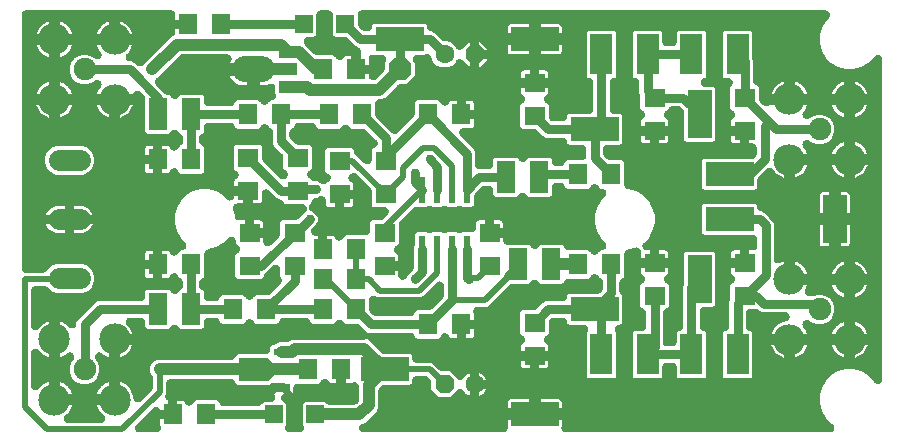
<source format=gbr>
G04 EAGLE Gerber RS-274X export*
G75*
%MOMM*%
%FSLAX34Y34*%
%LPD*%
%INTop Copper*%
%IPPOS*%
%AMOC8*
5,1,8,0,0,1.08239X$1,22.5*%
G01*
%ADD10R,1.800000X1.600000*%
%ADD11R,1.600000X1.803000*%
%ADD12C,1.905000*%
%ADD13C,2.667000*%
%ADD14R,0.609600X2.286000*%
%ADD15P,1.732040X8X22.500000*%
%ADD16C,1.600200*%
%ADD17P,1.732040X8X202.500000*%
%ADD18R,1.600000X2.700000*%
%ADD19R,1.803000X1.600000*%
%ADD20R,1.600000X1.800000*%
%ADD21R,1.900000X3.400000*%
%ADD22P,2.089446X8X22.500000*%
%ADD23R,4.064000X2.032000*%
%ADD24R,2.032000X4.064000*%
%ADD25R,1.500000X1.500000*%
%ADD26C,1.790700*%
%ADD27R,1.500000X1.000000*%
%ADD28R,2.000000X1.000000*%
%ADD29C,2.200000*%
%ADD30R,1.400000X0.570000*%
%ADD31R,1.400000X0.650000*%
%ADD32C,0.508000*%
%ADD33C,0.756400*%
%ADD34C,0.762000*%
%ADD35C,1.016000*%

G36*
X418101Y10171D02*
X418101Y10171D01*
X418244Y10171D01*
X418376Y10191D01*
X418508Y10201D01*
X418649Y10232D01*
X418790Y10253D01*
X418917Y10291D01*
X419047Y10320D01*
X419181Y10370D01*
X419318Y10412D01*
X419439Y10468D01*
X419563Y10515D01*
X419688Y10585D01*
X419818Y10645D01*
X419929Y10719D01*
X420045Y10783D01*
X420159Y10870D01*
X420278Y10949D01*
X420378Y11037D01*
X420484Y11118D01*
X420584Y11220D01*
X420690Y11316D01*
X420776Y11418D01*
X420869Y11513D01*
X420953Y11628D01*
X421045Y11738D01*
X421115Y11852D01*
X421193Y11959D01*
X421260Y12086D01*
X421335Y12207D01*
X421388Y12330D01*
X421450Y12447D01*
X421498Y12582D01*
X421554Y12714D01*
X421589Y12842D01*
X421633Y12968D01*
X421661Y13108D01*
X421698Y13246D01*
X421714Y13379D01*
X421740Y13509D01*
X421746Y13652D01*
X421763Y13794D01*
X421760Y13927D01*
X421766Y14060D01*
X421753Y14202D01*
X421749Y14346D01*
X421720Y14538D01*
X421713Y14609D01*
X421704Y14647D01*
X421694Y14713D01*
X421639Y14990D01*
X421639Y20321D01*
X443230Y20321D01*
X443275Y20324D01*
X443320Y20322D01*
X443549Y20344D01*
X443780Y20361D01*
X443824Y20370D01*
X443869Y20375D01*
X444092Y20430D01*
X444319Y20480D01*
X444361Y20496D01*
X444405Y20506D01*
X444504Y20547D01*
X444551Y20532D01*
X444768Y20455D01*
X444812Y20446D01*
X444855Y20432D01*
X445083Y20393D01*
X445309Y20349D01*
X445354Y20347D01*
X445399Y20339D01*
X445770Y20321D01*
X467361Y20321D01*
X467361Y14990D01*
X467306Y14713D01*
X467288Y14571D01*
X467260Y14431D01*
X467254Y14298D01*
X467238Y14166D01*
X467241Y14023D01*
X467234Y13880D01*
X467246Y13748D01*
X467249Y13614D01*
X467273Y13473D01*
X467287Y13331D01*
X467318Y13202D01*
X467340Y13070D01*
X467384Y12934D01*
X467418Y12795D01*
X467468Y12672D01*
X467509Y12545D01*
X467572Y12417D01*
X467626Y12284D01*
X467693Y12169D01*
X467752Y12050D01*
X467833Y11932D01*
X467905Y11808D01*
X467989Y11704D01*
X468064Y11595D01*
X468161Y11490D01*
X468250Y11378D01*
X468348Y11287D01*
X468438Y11189D01*
X468549Y11100D01*
X468654Y11002D01*
X468764Y10926D01*
X468867Y10842D01*
X468990Y10770D01*
X469108Y10688D01*
X469227Y10629D01*
X469342Y10561D01*
X469474Y10507D01*
X469602Y10443D01*
X469729Y10402D01*
X469852Y10351D01*
X469991Y10317D01*
X470127Y10272D01*
X470258Y10250D01*
X470387Y10217D01*
X470529Y10203D01*
X470670Y10179D01*
X470864Y10169D01*
X470936Y10162D01*
X470975Y10164D01*
X471042Y10161D01*
X694575Y10161D01*
X694682Y10169D01*
X694789Y10167D01*
X694956Y10188D01*
X695125Y10201D01*
X695229Y10224D01*
X695336Y10238D01*
X695498Y10283D01*
X695663Y10320D01*
X695764Y10358D01*
X695867Y10387D01*
X696021Y10455D01*
X696179Y10515D01*
X696273Y10567D01*
X696371Y10611D01*
X696514Y10701D01*
X696661Y10783D01*
X696747Y10848D01*
X696837Y10906D01*
X696966Y11016D01*
X697100Y11118D01*
X697175Y11195D01*
X697256Y11265D01*
X697368Y11392D01*
X697485Y11513D01*
X697548Y11599D01*
X697619Y11680D01*
X697711Y11823D01*
X697810Y11959D01*
X697859Y12054D01*
X697918Y12144D01*
X697988Y12298D01*
X698066Y12447D01*
X698102Y12548D01*
X698146Y12646D01*
X698193Y12809D01*
X698250Y12968D01*
X698270Y13073D01*
X698300Y13176D01*
X698323Y13344D01*
X698356Y13509D01*
X698361Y13616D01*
X698376Y13722D01*
X698374Y13891D01*
X698383Y14060D01*
X698372Y14167D01*
X698372Y14274D01*
X698346Y14441D01*
X698330Y14609D01*
X698304Y14713D01*
X698288Y14819D01*
X698238Y14981D01*
X698198Y15145D01*
X698158Y15244D01*
X698126Y15347D01*
X698054Y15499D01*
X697990Y15656D01*
X697936Y15749D01*
X697890Y15845D01*
X697797Y15986D01*
X697711Y16132D01*
X697644Y16215D01*
X697585Y16305D01*
X697472Y16430D01*
X697366Y16562D01*
X697287Y16635D01*
X697216Y16715D01*
X697086Y16823D01*
X696962Y16938D01*
X696874Y16999D01*
X696792Y17068D01*
X696547Y17225D01*
X696508Y17252D01*
X696496Y17258D01*
X696479Y17269D01*
X695603Y17774D01*
X690874Y22504D01*
X687530Y28296D01*
X685799Y34756D01*
X685799Y41444D01*
X687530Y47904D01*
X690874Y53696D01*
X695604Y58426D01*
X701396Y61770D01*
X707856Y63501D01*
X714544Y63501D01*
X721004Y61770D01*
X726796Y58426D01*
X731526Y53697D01*
X731831Y53167D01*
X731891Y53079D01*
X731943Y52985D01*
X732046Y52851D01*
X732141Y52711D01*
X732213Y52632D01*
X732278Y52547D01*
X732399Y52429D01*
X732513Y52304D01*
X732596Y52236D01*
X732673Y52161D01*
X732809Y52062D01*
X732940Y51955D01*
X733033Y51900D01*
X733119Y51837D01*
X733269Y51758D01*
X733414Y51671D01*
X733513Y51630D01*
X733607Y51580D01*
X733767Y51524D01*
X733923Y51459D01*
X734027Y51432D01*
X734128Y51397D01*
X734293Y51364D01*
X734457Y51323D01*
X734564Y51311D01*
X734669Y51291D01*
X734838Y51282D01*
X735006Y51265D01*
X735113Y51269D01*
X735220Y51264D01*
X735388Y51280D01*
X735557Y51287D01*
X735663Y51306D01*
X735769Y51317D01*
X735933Y51357D01*
X736099Y51388D01*
X736201Y51423D01*
X736305Y51448D01*
X736462Y51512D01*
X736621Y51567D01*
X736717Y51616D01*
X736816Y51656D01*
X736962Y51742D01*
X737112Y51819D01*
X737199Y51881D01*
X737292Y51935D01*
X737424Y52041D01*
X737561Y52139D01*
X737638Y52213D01*
X737722Y52281D01*
X737837Y52404D01*
X737959Y52521D01*
X738025Y52606D01*
X738098Y52684D01*
X738194Y52824D01*
X738298Y52957D01*
X738351Y53050D01*
X738412Y53138D01*
X738487Y53290D01*
X738570Y53436D01*
X738609Y53536D01*
X738657Y53632D01*
X738709Y53793D01*
X738770Y53950D01*
X738795Y54055D01*
X738828Y54157D01*
X738856Y54324D01*
X738894Y54488D01*
X738903Y54595D01*
X738921Y54701D01*
X738935Y54992D01*
X738939Y55038D01*
X738938Y55051D01*
X738939Y55072D01*
X738939Y325928D01*
X738931Y326035D01*
X738933Y326142D01*
X738912Y326309D01*
X738899Y326478D01*
X738876Y326583D01*
X738862Y326689D01*
X738817Y326852D01*
X738780Y327017D01*
X738742Y327117D01*
X738713Y327220D01*
X738645Y327375D01*
X738585Y327533D01*
X738533Y327627D01*
X738489Y327724D01*
X738399Y327867D01*
X738317Y328015D01*
X738252Y328100D01*
X738194Y328191D01*
X738084Y328319D01*
X737982Y328453D01*
X737905Y328528D01*
X737835Y328610D01*
X737708Y328721D01*
X737587Y328839D01*
X737501Y328902D01*
X737420Y328972D01*
X737277Y329064D01*
X737141Y329163D01*
X737046Y329213D01*
X736956Y329271D01*
X736802Y329341D01*
X736653Y329420D01*
X736552Y329455D01*
X736454Y329500D01*
X736292Y329547D01*
X736132Y329603D01*
X736027Y329624D01*
X735924Y329654D01*
X735756Y329677D01*
X735591Y329709D01*
X735484Y329715D01*
X735378Y329729D01*
X735209Y329728D01*
X735040Y329736D01*
X734933Y329726D01*
X734826Y329725D01*
X734659Y329700D01*
X734491Y329683D01*
X734387Y329658D01*
X734281Y329641D01*
X734119Y329592D01*
X733955Y329552D01*
X733856Y329511D01*
X733753Y329480D01*
X733601Y329408D01*
X733444Y329344D01*
X733351Y329290D01*
X733255Y329244D01*
X733114Y329150D01*
X732968Y329065D01*
X732885Y328997D01*
X732795Y328938D01*
X732670Y328825D01*
X732538Y328719D01*
X732465Y328641D01*
X732385Y328569D01*
X732277Y328440D01*
X732162Y328316D01*
X732101Y328227D01*
X732032Y328145D01*
X731875Y327900D01*
X731848Y327862D01*
X731842Y327850D01*
X731831Y327833D01*
X731526Y327303D01*
X726796Y322574D01*
X721004Y319230D01*
X714544Y317499D01*
X707856Y317499D01*
X701396Y319230D01*
X695604Y322574D01*
X690874Y327304D01*
X687530Y333096D01*
X685799Y339556D01*
X685799Y346244D01*
X687530Y352704D01*
X690874Y358496D01*
X693414Y361036D01*
X693520Y361158D01*
X693632Y361273D01*
X693700Y361366D01*
X693775Y361454D01*
X693862Y361589D01*
X693956Y361719D01*
X694010Y361821D01*
X694072Y361919D01*
X694138Y362066D01*
X694213Y362207D01*
X694251Y362316D01*
X694298Y362422D01*
X694343Y362577D01*
X694396Y362728D01*
X694418Y362841D01*
X694450Y362952D01*
X694471Y363112D01*
X694502Y363269D01*
X694508Y363384D01*
X694523Y363499D01*
X694521Y363660D01*
X694529Y363820D01*
X694518Y363935D01*
X694517Y364051D01*
X694492Y364210D01*
X694476Y364369D01*
X694449Y364481D01*
X694430Y364596D01*
X694383Y364749D01*
X694344Y364905D01*
X694301Y365012D01*
X694267Y365122D01*
X694197Y365267D01*
X694137Y365416D01*
X694078Y365516D01*
X694028Y365620D01*
X693939Y365753D01*
X693857Y365892D01*
X693785Y365982D01*
X693721Y366078D01*
X693613Y366197D01*
X693512Y366322D01*
X693427Y366401D01*
X693350Y366487D01*
X693226Y366588D01*
X693109Y366698D01*
X693013Y366764D01*
X692924Y366837D01*
X692787Y366920D01*
X692655Y367012D01*
X692551Y367063D01*
X692452Y367123D01*
X692304Y367185D01*
X692160Y367257D01*
X692051Y367293D01*
X691944Y367338D01*
X691789Y367378D01*
X691636Y367428D01*
X691522Y367447D01*
X691410Y367476D01*
X691251Y367494D01*
X691092Y367521D01*
X690932Y367529D01*
X690862Y367537D01*
X690811Y367535D01*
X690721Y367539D01*
X298558Y367539D01*
X298513Y367536D01*
X298468Y367538D01*
X298238Y367516D01*
X298008Y367499D01*
X297964Y367490D01*
X297919Y367485D01*
X297695Y367430D01*
X297469Y367380D01*
X297427Y367364D01*
X297383Y367354D01*
X297169Y367267D01*
X296953Y367185D01*
X296914Y367163D01*
X296872Y367146D01*
X296673Y367029D01*
X296471Y366917D01*
X296435Y366889D01*
X296396Y366866D01*
X296216Y366722D01*
X296033Y366582D01*
X296001Y366550D01*
X295966Y366521D01*
X295808Y366351D01*
X295647Y366187D01*
X295621Y366151D01*
X295590Y366118D01*
X295458Y365927D01*
X295323Y365741D01*
X295302Y365701D01*
X295276Y365664D01*
X295173Y365456D01*
X295066Y365253D01*
X295051Y365210D01*
X295031Y365170D01*
X294960Y364950D01*
X294883Y364732D01*
X294874Y364688D01*
X294860Y364645D01*
X294821Y364417D01*
X294777Y364191D01*
X294775Y364146D01*
X294767Y364101D01*
X294749Y363730D01*
X294749Y356329D01*
X294764Y356124D01*
X294771Y355918D01*
X294784Y355849D01*
X294789Y355779D01*
X294833Y355577D01*
X294870Y355376D01*
X294892Y355309D01*
X294908Y355240D01*
X294981Y355048D01*
X295046Y354853D01*
X295078Y354790D01*
X295103Y354724D01*
X295203Y354545D01*
X295296Y354361D01*
X295337Y354304D01*
X295371Y354242D01*
X295496Y354079D01*
X295615Y353911D01*
X295675Y353844D01*
X295706Y353803D01*
X295757Y353754D01*
X295864Y353635D01*
X298625Y350874D01*
X298780Y350741D01*
X298931Y350600D01*
X298989Y350560D01*
X299043Y350514D01*
X299216Y350403D01*
X299385Y350286D01*
X299448Y350255D01*
X299508Y350217D01*
X299695Y350133D01*
X299879Y350041D01*
X299946Y350019D01*
X300011Y349990D01*
X300208Y349934D01*
X300404Y349870D01*
X300473Y349858D01*
X300541Y349839D01*
X300745Y349812D01*
X300948Y349777D01*
X301038Y349772D01*
X301088Y349766D01*
X301158Y349767D01*
X301319Y349759D01*
X303022Y349759D01*
X303067Y349762D01*
X303112Y349760D01*
X303342Y349782D01*
X303572Y349799D01*
X303616Y349808D01*
X303661Y349813D01*
X303885Y349868D01*
X304111Y349918D01*
X304153Y349934D01*
X304197Y349944D01*
X304411Y350031D01*
X304627Y350113D01*
X304666Y350135D01*
X304708Y350152D01*
X304907Y350269D01*
X305109Y350381D01*
X305145Y350409D01*
X305184Y350432D01*
X305364Y350576D01*
X305547Y350716D01*
X305579Y350748D01*
X305614Y350777D01*
X305772Y350947D01*
X305933Y351111D01*
X305959Y351147D01*
X305990Y351180D01*
X306122Y351371D01*
X306257Y351557D01*
X306278Y351597D01*
X306304Y351634D01*
X306407Y351842D01*
X306514Y352045D01*
X306529Y352088D01*
X306549Y352128D01*
X306620Y352348D01*
X306697Y352566D01*
X306706Y352610D01*
X306720Y352653D01*
X306759Y352881D01*
X306803Y353107D01*
X306805Y353152D01*
X306813Y353197D01*
X306831Y353568D01*
X306831Y353666D01*
X307295Y354787D01*
X308153Y355645D01*
X309274Y356109D01*
X351126Y356109D01*
X352247Y355645D01*
X353105Y354787D01*
X353569Y353666D01*
X353569Y353568D01*
X353572Y353523D01*
X353570Y353478D01*
X353592Y353248D01*
X353609Y353018D01*
X353618Y352974D01*
X353623Y352929D01*
X353678Y352705D01*
X353728Y352479D01*
X353744Y352437D01*
X353754Y352393D01*
X353841Y352179D01*
X353923Y351963D01*
X353945Y351924D01*
X353962Y351882D01*
X354079Y351683D01*
X354191Y351481D01*
X354219Y351445D01*
X354242Y351406D01*
X354386Y351226D01*
X354526Y351043D01*
X354558Y351011D01*
X354587Y350976D01*
X354757Y350818D01*
X354921Y350657D01*
X354957Y350631D01*
X354990Y350600D01*
X355181Y350468D01*
X355367Y350333D01*
X355407Y350312D01*
X355444Y350286D01*
X355652Y350183D01*
X355855Y350076D01*
X355898Y350061D01*
X355938Y350041D01*
X356158Y349970D01*
X356376Y349893D01*
X356420Y349884D01*
X356463Y349870D01*
X356691Y349831D01*
X356878Y349794D01*
X359485Y348715D01*
X365834Y342365D01*
X365989Y342232D01*
X366140Y342091D01*
X366198Y342051D01*
X366252Y342005D01*
X366425Y341894D01*
X366594Y341777D01*
X366657Y341746D01*
X366717Y341708D01*
X366904Y341624D01*
X367088Y341532D01*
X367155Y341510D01*
X367220Y341481D01*
X367417Y341425D01*
X367613Y341361D01*
X367682Y341349D01*
X367750Y341330D01*
X367954Y341303D01*
X368157Y341268D01*
X368247Y341263D01*
X368297Y341257D01*
X368367Y341258D01*
X368528Y341250D01*
X370498Y341250D01*
X374559Y339567D01*
X377676Y336451D01*
X377756Y336291D01*
X377860Y336073D01*
X377880Y336044D01*
X377896Y336012D01*
X378034Y335815D01*
X378168Y335615D01*
X378192Y335589D01*
X378212Y335560D01*
X378376Y335385D01*
X378539Y335206D01*
X378566Y335184D01*
X378590Y335158D01*
X378778Y335009D01*
X378964Y334856D01*
X378995Y334837D01*
X379022Y334816D01*
X379230Y334695D01*
X379436Y334570D01*
X379469Y334556D01*
X379499Y334539D01*
X379723Y334449D01*
X379945Y334355D01*
X379979Y334347D01*
X380011Y334334D01*
X380246Y334277D01*
X380478Y334217D01*
X380513Y334213D01*
X380548Y334205D01*
X380787Y334183D01*
X381027Y334156D01*
X381062Y334158D01*
X381097Y334154D01*
X381337Y334167D01*
X381578Y334176D01*
X381613Y334182D01*
X381648Y334184D01*
X381884Y334232D01*
X382121Y334275D01*
X382154Y334286D01*
X382189Y334293D01*
X382415Y334374D01*
X382644Y334451D01*
X382675Y334467D01*
X382708Y334479D01*
X382920Y334592D01*
X383135Y334701D01*
X383164Y334722D01*
X383195Y334738D01*
X383388Y334880D01*
X383586Y335020D01*
X383618Y335049D01*
X383640Y335065D01*
X383687Y335111D01*
X383861Y335269D01*
X389333Y340742D01*
X389891Y340742D01*
X389891Y330200D01*
X389891Y319658D01*
X389333Y319658D01*
X383861Y325131D01*
X383680Y325287D01*
X383500Y325449D01*
X383470Y325468D01*
X383444Y325491D01*
X383241Y325621D01*
X383040Y325754D01*
X383009Y325769D01*
X382979Y325788D01*
X382759Y325887D01*
X382542Y325990D01*
X382508Y326000D01*
X382476Y326015D01*
X382244Y326081D01*
X382014Y326151D01*
X381979Y326156D01*
X381945Y326166D01*
X381706Y326198D01*
X381469Y326234D01*
X381433Y326235D01*
X381399Y326239D01*
X381158Y326236D01*
X380917Y326238D01*
X380882Y326233D01*
X380847Y326233D01*
X380609Y326195D01*
X380371Y326162D01*
X380337Y326152D01*
X380302Y326147D01*
X380072Y326075D01*
X379841Y326008D01*
X379809Y325993D01*
X379775Y325983D01*
X379558Y325879D01*
X379339Y325779D01*
X379310Y325760D01*
X379278Y325744D01*
X379077Y325610D01*
X378876Y325479D01*
X378849Y325456D01*
X378820Y325437D01*
X378641Y325275D01*
X378460Y325116D01*
X378437Y325090D01*
X378411Y325066D01*
X378258Y324880D01*
X378102Y324697D01*
X378083Y324668D01*
X378060Y324640D01*
X377935Y324434D01*
X377807Y324231D01*
X377789Y324191D01*
X377775Y324168D01*
X377749Y324108D01*
X377673Y323946D01*
X374559Y320833D01*
X370498Y319150D01*
X366102Y319150D01*
X362041Y320833D01*
X358933Y323941D01*
X357214Y328090D01*
X357194Y328130D01*
X357179Y328173D01*
X357070Y328376D01*
X356967Y328583D01*
X356941Y328620D01*
X356919Y328660D01*
X356783Y328845D01*
X356650Y329035D01*
X356619Y329068D01*
X356593Y329104D01*
X356431Y329268D01*
X356272Y329437D01*
X356237Y329465D01*
X356205Y329497D01*
X356021Y329636D01*
X355840Y329780D01*
X355801Y329802D01*
X355765Y329829D01*
X355563Y329941D01*
X355363Y330056D01*
X355321Y330073D01*
X355282Y330095D01*
X355065Y330176D01*
X354851Y330262D01*
X354807Y330272D01*
X354765Y330288D01*
X354539Y330337D01*
X354315Y330390D01*
X354270Y330395D01*
X354225Y330404D01*
X353995Y330420D01*
X353765Y330441D01*
X353720Y330438D01*
X353675Y330441D01*
X353445Y330423D01*
X353214Y330411D01*
X353170Y330402D01*
X353125Y330398D01*
X352900Y330347D01*
X352673Y330302D01*
X352631Y330287D01*
X352587Y330277D01*
X352237Y330151D01*
X351126Y329691D01*
X345167Y329691D01*
X345006Y329680D01*
X344846Y329678D01*
X344732Y329660D01*
X344616Y329651D01*
X344459Y329617D01*
X344301Y329592D01*
X344191Y329557D01*
X344078Y329532D01*
X343927Y329475D01*
X343774Y329428D01*
X343670Y329378D01*
X343562Y329337D01*
X343421Y329259D01*
X343277Y329189D01*
X343181Y329125D01*
X343080Y329069D01*
X342952Y328971D01*
X342819Y328882D01*
X342733Y328804D01*
X342641Y328734D01*
X342529Y328619D01*
X342410Y328511D01*
X342337Y328422D01*
X342256Y328339D01*
X342161Y328209D01*
X342059Y328085D01*
X341999Y327986D01*
X341931Y327893D01*
X341857Y327751D01*
X341774Y327613D01*
X341729Y327507D01*
X341675Y327405D01*
X341622Y327253D01*
X341559Y327105D01*
X341530Y326993D01*
X341492Y326884D01*
X341461Y326727D01*
X341420Y326571D01*
X341408Y326456D01*
X341385Y326343D01*
X341377Y326183D01*
X341360Y326023D01*
X341364Y325907D01*
X341358Y325792D01*
X341374Y325632D01*
X341380Y325472D01*
X341400Y325358D01*
X341411Y325243D01*
X341450Y325087D01*
X341479Y324929D01*
X341516Y324819D01*
X341543Y324707D01*
X341604Y324558D01*
X341655Y324406D01*
X341707Y324303D01*
X341751Y324196D01*
X341832Y324058D01*
X341905Y323914D01*
X341972Y323820D01*
X342030Y323720D01*
X342131Y323595D01*
X342223Y323464D01*
X342331Y323345D01*
X342375Y323290D01*
X342413Y323255D01*
X342473Y323188D01*
X342901Y322761D01*
X342901Y312239D01*
X335461Y304799D01*
X330573Y304799D01*
X330368Y304784D01*
X330162Y304777D01*
X330093Y304764D01*
X330023Y304759D01*
X329822Y304715D01*
X329620Y304678D01*
X329553Y304656D01*
X329484Y304640D01*
X329292Y304567D01*
X329097Y304502D01*
X329034Y304470D01*
X328968Y304445D01*
X328789Y304345D01*
X328605Y304252D01*
X328548Y304211D01*
X328486Y304177D01*
X328323Y304052D01*
X328155Y303933D01*
X328088Y303873D01*
X328048Y303842D01*
X327998Y303791D01*
X327879Y303684D01*
X317677Y293481D01*
X314689Y292243D01*
X313338Y292243D01*
X313293Y292240D01*
X313248Y292242D01*
X313018Y292220D01*
X312788Y292203D01*
X312744Y292194D01*
X312699Y292189D01*
X312475Y292134D01*
X312249Y292084D01*
X312207Y292068D01*
X312163Y292058D01*
X311949Y291971D01*
X311733Y291889D01*
X311694Y291867D01*
X311652Y291850D01*
X311453Y291733D01*
X311251Y291621D01*
X311215Y291593D01*
X311176Y291570D01*
X310996Y291426D01*
X310813Y291286D01*
X310781Y291254D01*
X310746Y291225D01*
X310588Y291055D01*
X310427Y290891D01*
X310401Y290855D01*
X310370Y290822D01*
X310238Y290631D01*
X310103Y290445D01*
X310082Y290405D01*
X310056Y290368D01*
X309953Y290160D01*
X309846Y289957D01*
X309831Y289914D01*
X309811Y289874D01*
X309740Y289654D01*
X309663Y289436D01*
X309654Y289392D01*
X309640Y289349D01*
X309601Y289121D01*
X309557Y288895D01*
X309555Y288850D01*
X309547Y288805D01*
X309529Y288434D01*
X309529Y279629D01*
X309544Y279424D01*
X309551Y279218D01*
X309564Y279149D01*
X309569Y279079D01*
X309613Y278877D01*
X309650Y278676D01*
X309672Y278609D01*
X309688Y278540D01*
X309761Y278348D01*
X309826Y278153D01*
X309858Y278090D01*
X309883Y278024D01*
X309983Y277845D01*
X310076Y277661D01*
X310117Y277604D01*
X310151Y277542D01*
X310276Y277379D01*
X310395Y277211D01*
X310455Y277144D01*
X310486Y277103D01*
X310537Y277054D01*
X310644Y276935D01*
X322119Y265461D01*
X322119Y265460D01*
X323586Y263993D01*
X323621Y263964D01*
X323651Y263930D01*
X323829Y263783D01*
X324004Y263632D01*
X324042Y263608D01*
X324077Y263579D01*
X324274Y263460D01*
X324469Y263336D01*
X324510Y263317D01*
X324549Y263294D01*
X324761Y263204D01*
X324972Y263109D01*
X325015Y263097D01*
X325057Y263079D01*
X325280Y263021D01*
X325502Y262958D01*
X325547Y262952D01*
X325591Y262940D01*
X325820Y262915D01*
X326049Y262885D01*
X326094Y262885D01*
X326139Y262880D01*
X326370Y262888D01*
X326601Y262891D01*
X326645Y262898D01*
X326690Y262900D01*
X326917Y262941D01*
X327146Y262977D01*
X327189Y262991D01*
X327233Y262999D01*
X327452Y263073D01*
X327672Y263141D01*
X327713Y263161D01*
X327756Y263175D01*
X327962Y263280D01*
X328170Y263379D01*
X328207Y263405D01*
X328248Y263425D01*
X328436Y263559D01*
X328628Y263687D01*
X328661Y263717D01*
X328698Y263744D01*
X328974Y263993D01*
X341916Y276935D01*
X342049Y277090D01*
X342190Y277241D01*
X342230Y277299D01*
X342276Y277353D01*
X342387Y277526D01*
X342504Y277695D01*
X342535Y277758D01*
X342573Y277818D01*
X342657Y278005D01*
X342749Y278189D01*
X342771Y278256D01*
X342800Y278321D01*
X342856Y278518D01*
X342920Y278714D01*
X342932Y278783D01*
X342951Y278851D01*
X342978Y279054D01*
X343013Y279258D01*
X343018Y279348D01*
X343024Y279398D01*
X343023Y279468D01*
X343031Y279629D01*
X343031Y289021D01*
X343495Y290142D01*
X344353Y291000D01*
X345474Y291464D01*
X362686Y291464D01*
X363807Y291000D01*
X364665Y290142D01*
X365056Y289198D01*
X365128Y289054D01*
X365191Y288907D01*
X365251Y288808D01*
X365303Y288705D01*
X365395Y288573D01*
X365479Y288436D01*
X365553Y288347D01*
X365619Y288253D01*
X365729Y288136D01*
X365832Y288012D01*
X365918Y287935D01*
X365997Y287851D01*
X366123Y287751D01*
X366243Y287644D01*
X366339Y287580D01*
X366429Y287508D01*
X366568Y287427D01*
X366702Y287339D01*
X366807Y287289D01*
X366907Y287231D01*
X367055Y287172D01*
X367201Y287103D01*
X367312Y287069D01*
X367419Y287026D01*
X367575Y286989D01*
X367729Y286942D01*
X367843Y286924D01*
X367955Y286897D01*
X368115Y286883D01*
X368274Y286858D01*
X368390Y286857D01*
X368504Y286847D01*
X368665Y286856D01*
X368826Y286855D01*
X368940Y286871D01*
X369055Y286877D01*
X369213Y286909D01*
X369372Y286931D01*
X369483Y286963D01*
X369596Y286986D01*
X369747Y287040D01*
X369902Y287085D01*
X370007Y287133D01*
X370115Y287172D01*
X370258Y287247D01*
X370403Y287314D01*
X370500Y287376D01*
X370603Y287431D01*
X370732Y287526D01*
X370867Y287613D01*
X370954Y287689D01*
X371047Y287758D01*
X371162Y287870D01*
X371282Y287976D01*
X371357Y288064D01*
X371440Y288145D01*
X371537Y288273D01*
X371641Y288395D01*
X371703Y288493D01*
X371772Y288585D01*
X371850Y288726D01*
X371935Y288862D01*
X372004Y289007D01*
X372038Y289069D01*
X372056Y289116D01*
X372094Y289198D01*
X372268Y289618D01*
X372547Y290035D01*
X372900Y290388D01*
X373316Y290667D01*
X373779Y290858D01*
X374270Y290956D01*
X378521Y290956D01*
X378521Y279590D01*
X378524Y279545D01*
X378522Y279500D01*
X378544Y279271D01*
X378561Y279040D01*
X378570Y278996D01*
X378575Y278951D01*
X378630Y278728D01*
X378680Y278501D01*
X378696Y278459D01*
X378706Y278415D01*
X378793Y278201D01*
X378875Y277985D01*
X378897Y277946D01*
X378914Y277904D01*
X379031Y277705D01*
X379143Y277503D01*
X379171Y277467D01*
X379194Y277428D01*
X379338Y277248D01*
X379478Y277065D01*
X379510Y277033D01*
X379539Y276998D01*
X379708Y276840D01*
X379832Y276720D01*
X379858Y276685D01*
X379891Y276653D01*
X379919Y276618D01*
X380089Y276460D01*
X380253Y276299D01*
X380289Y276273D01*
X380323Y276242D01*
X380513Y276110D01*
X380699Y275975D01*
X380739Y275954D01*
X380776Y275928D01*
X380984Y275825D01*
X381188Y275718D01*
X381230Y275703D01*
X381271Y275683D01*
X381491Y275612D01*
X381708Y275535D01*
X381752Y275526D01*
X381795Y275512D01*
X382023Y275473D01*
X382249Y275429D01*
X382294Y275427D01*
X382339Y275419D01*
X382710Y275401D01*
X393061Y275401D01*
X393061Y270135D01*
X392963Y269644D01*
X392772Y269181D01*
X392493Y268765D01*
X392140Y268412D01*
X391724Y268133D01*
X391261Y267942D01*
X390770Y267844D01*
X384532Y267844D01*
X384372Y267833D01*
X384211Y267831D01*
X384097Y267813D01*
X383982Y267804D01*
X383825Y267770D01*
X383666Y267745D01*
X383556Y267710D01*
X383443Y267685D01*
X383292Y267628D01*
X383139Y267581D01*
X383035Y267531D01*
X382927Y267490D01*
X382787Y267412D01*
X382642Y267342D01*
X382546Y267278D01*
X382445Y267222D01*
X382317Y267124D01*
X382184Y267035D01*
X382098Y266957D01*
X382006Y266887D01*
X381894Y266772D01*
X381775Y266664D01*
X381702Y266575D01*
X381621Y266492D01*
X381527Y266362D01*
X381424Y266238D01*
X381364Y266139D01*
X381297Y266046D01*
X381222Y265904D01*
X381139Y265766D01*
X381094Y265660D01*
X381040Y265558D01*
X380987Y265406D01*
X380924Y265258D01*
X380895Y265146D01*
X380857Y265037D01*
X380826Y264880D01*
X380785Y264724D01*
X380773Y264609D01*
X380751Y264496D01*
X380743Y264336D01*
X380725Y264176D01*
X380729Y264060D01*
X380724Y263945D01*
X380739Y263785D01*
X380745Y263625D01*
X380765Y263511D01*
X380777Y263396D01*
X380815Y263240D01*
X380844Y263082D01*
X380881Y262972D01*
X380908Y262860D01*
X380969Y262711D01*
X381020Y262559D01*
X381072Y262456D01*
X381116Y262349D01*
X381197Y262210D01*
X381270Y262067D01*
X381337Y261973D01*
X381395Y261873D01*
X381496Y261748D01*
X381589Y261617D01*
X381696Y261498D01*
X381740Y261443D01*
X381778Y261408D01*
X381838Y261341D01*
X390699Y252480D01*
X390700Y252480D01*
X393165Y250015D01*
X394209Y247494D01*
X394209Y236728D01*
X394212Y236683D01*
X394210Y236638D01*
X394232Y236408D01*
X394249Y236178D01*
X394258Y236134D01*
X394263Y236089D01*
X394318Y235865D01*
X394368Y235639D01*
X394384Y235597D01*
X394394Y235553D01*
X394481Y235339D01*
X394563Y235123D01*
X394585Y235084D01*
X394602Y235042D01*
X394719Y234843D01*
X394831Y234641D01*
X394859Y234605D01*
X394882Y234566D01*
X395026Y234386D01*
X395166Y234203D01*
X395198Y234171D01*
X395227Y234136D01*
X395397Y233977D01*
X395561Y233817D01*
X395597Y233791D01*
X395630Y233760D01*
X395821Y233628D01*
X396007Y233493D01*
X396047Y233472D01*
X396084Y233446D01*
X396292Y233343D01*
X396495Y233236D01*
X396538Y233221D01*
X396578Y233201D01*
X396798Y233130D01*
X397016Y233053D01*
X397060Y233044D01*
X397103Y233030D01*
X397331Y232991D01*
X397557Y232947D01*
X397602Y232945D01*
X397647Y232937D01*
X398018Y232919D01*
X405482Y232919D01*
X405527Y232922D01*
X405572Y232920D01*
X405802Y232942D01*
X406032Y232959D01*
X406076Y232968D01*
X406121Y232973D01*
X406345Y233028D01*
X406571Y233078D01*
X406613Y233094D01*
X406657Y233104D01*
X406871Y233191D01*
X407087Y233273D01*
X407126Y233295D01*
X407168Y233312D01*
X407367Y233429D01*
X407569Y233541D01*
X407605Y233569D01*
X407644Y233592D01*
X407824Y233736D01*
X408007Y233876D01*
X408039Y233908D01*
X408074Y233937D01*
X408232Y234107D01*
X408393Y234271D01*
X408419Y234307D01*
X408450Y234340D01*
X408582Y234531D01*
X408717Y234717D01*
X408738Y234757D01*
X408764Y234794D01*
X408867Y235002D01*
X408974Y235205D01*
X408989Y235248D01*
X409009Y235288D01*
X409080Y235508D01*
X409157Y235726D01*
X409166Y235770D01*
X409180Y235813D01*
X409219Y236041D01*
X409263Y236267D01*
X409265Y236312D01*
X409273Y236357D01*
X409291Y236728D01*
X409291Y240166D01*
X409755Y241287D01*
X410613Y242145D01*
X411734Y242609D01*
X428946Y242609D01*
X430067Y242145D01*
X430949Y241262D01*
X430956Y241247D01*
X431016Y241148D01*
X431068Y241045D01*
X431160Y240913D01*
X431244Y240776D01*
X431318Y240687D01*
X431384Y240593D01*
X431494Y240476D01*
X431597Y240352D01*
X431683Y240275D01*
X431762Y240191D01*
X431888Y240091D01*
X432008Y239984D01*
X432104Y239920D01*
X432194Y239848D01*
X432333Y239767D01*
X432467Y239678D01*
X432572Y239629D01*
X432671Y239571D01*
X432821Y239511D01*
X432966Y239443D01*
X433076Y239409D01*
X433184Y239366D01*
X433340Y239328D01*
X433493Y239281D01*
X433608Y239264D01*
X433720Y239237D01*
X433880Y239222D01*
X434039Y239198D01*
X434154Y239197D01*
X434269Y239187D01*
X434430Y239196D01*
X434590Y239194D01*
X434705Y239210D01*
X434820Y239217D01*
X434978Y239248D01*
X435137Y239271D01*
X435248Y239303D01*
X435361Y239326D01*
X435512Y239380D01*
X435667Y239425D01*
X435772Y239473D01*
X435880Y239512D01*
X436022Y239587D01*
X436168Y239654D01*
X436266Y239716D01*
X436367Y239771D01*
X436497Y239866D01*
X436632Y239953D01*
X436719Y240029D01*
X436812Y240097D01*
X436926Y240210D01*
X437047Y240316D01*
X437123Y240404D01*
X437205Y240485D01*
X437301Y240613D01*
X437406Y240735D01*
X437468Y240833D01*
X437537Y240925D01*
X437615Y241066D01*
X437700Y241202D01*
X437728Y241259D01*
X438613Y242145D01*
X439734Y242609D01*
X456946Y242609D01*
X458067Y242145D01*
X458925Y241287D01*
X459389Y240166D01*
X459389Y239268D01*
X459392Y239223D01*
X459390Y239178D01*
X459412Y238948D01*
X459429Y238718D01*
X459438Y238674D01*
X459443Y238629D01*
X459498Y238405D01*
X459548Y238179D01*
X459564Y238137D01*
X459574Y238093D01*
X459661Y237879D01*
X459743Y237663D01*
X459765Y237624D01*
X459782Y237582D01*
X459899Y237383D01*
X460011Y237181D01*
X460039Y237145D01*
X460062Y237106D01*
X460206Y236926D01*
X460346Y236743D01*
X460378Y236711D01*
X460407Y236676D01*
X460577Y236518D01*
X460741Y236357D01*
X460777Y236331D01*
X460810Y236300D01*
X461001Y236168D01*
X461187Y236033D01*
X461227Y236012D01*
X461264Y235986D01*
X461472Y235883D01*
X461675Y235776D01*
X461718Y235761D01*
X461758Y235741D01*
X461978Y235670D01*
X462196Y235593D01*
X462240Y235584D01*
X462283Y235570D01*
X462511Y235531D01*
X462737Y235487D01*
X462782Y235485D01*
X462827Y235477D01*
X463198Y235459D01*
X466342Y235459D01*
X466467Y235468D01*
X466592Y235467D01*
X466741Y235488D01*
X466892Y235499D01*
X467015Y235526D01*
X467139Y235543D01*
X467283Y235585D01*
X467431Y235618D01*
X467548Y235662D01*
X467668Y235697D01*
X467806Y235760D01*
X467946Y235813D01*
X468056Y235874D01*
X468170Y235926D01*
X468297Y236008D01*
X468429Y236081D01*
X468528Y236158D01*
X468634Y236225D01*
X468747Y236324D01*
X468867Y236416D01*
X468955Y236506D01*
X469049Y236588D01*
X469147Y236703D01*
X469252Y236811D01*
X469326Y236912D01*
X469408Y237008D01*
X469488Y237135D01*
X469577Y237257D01*
X469635Y237368D01*
X469702Y237474D01*
X469803Y237687D01*
X469833Y237745D01*
X469842Y237771D01*
X469861Y237810D01*
X470495Y239342D01*
X471353Y240200D01*
X472474Y240664D01*
X484632Y240664D01*
X484677Y240667D01*
X484722Y240665D01*
X484952Y240687D01*
X485182Y240704D01*
X485226Y240713D01*
X485271Y240718D01*
X485495Y240773D01*
X485721Y240823D01*
X485763Y240839D01*
X485807Y240849D01*
X486021Y240936D01*
X486237Y241018D01*
X486276Y241040D01*
X486318Y241057D01*
X486517Y241174D01*
X486719Y241286D01*
X486755Y241314D01*
X486794Y241337D01*
X486974Y241481D01*
X487157Y241621D01*
X487189Y241653D01*
X487224Y241682D01*
X487382Y241852D01*
X487543Y242016D01*
X487569Y242052D01*
X487600Y242085D01*
X487732Y242276D01*
X487867Y242462D01*
X487888Y242502D01*
X487914Y242539D01*
X488017Y242747D01*
X488124Y242950D01*
X488139Y242993D01*
X488159Y243033D01*
X488230Y243253D01*
X488307Y243471D01*
X488316Y243515D01*
X488330Y243558D01*
X488369Y243786D01*
X488413Y244012D01*
X488415Y244057D01*
X488423Y244102D01*
X488441Y244473D01*
X488441Y249682D01*
X488438Y249727D01*
X488440Y249772D01*
X488418Y250001D01*
X488401Y250232D01*
X488392Y250276D01*
X488387Y250321D01*
X488332Y250545D01*
X488282Y250771D01*
X488266Y250813D01*
X488256Y250857D01*
X488169Y251071D01*
X488087Y251287D01*
X488065Y251326D01*
X488048Y251368D01*
X487931Y251567D01*
X487819Y251769D01*
X487791Y251805D01*
X487768Y251844D01*
X487624Y252024D01*
X487484Y252207D01*
X487452Y252239D01*
X487423Y252274D01*
X487253Y252432D01*
X487089Y252593D01*
X487053Y252619D01*
X487020Y252650D01*
X486829Y252782D01*
X486643Y252917D01*
X486603Y252938D01*
X486566Y252964D01*
X486358Y253067D01*
X486155Y253174D01*
X486112Y253189D01*
X486072Y253209D01*
X485852Y253280D01*
X485634Y253357D01*
X485590Y253366D01*
X485547Y253380D01*
X485319Y253419D01*
X485093Y253463D01*
X485048Y253465D01*
X485003Y253473D01*
X484632Y253491D01*
X474374Y253491D01*
X473253Y253955D01*
X472395Y254813D01*
X471931Y255934D01*
X471931Y256032D01*
X471928Y256077D01*
X471930Y256122D01*
X471908Y256351D01*
X471891Y256582D01*
X471882Y256626D01*
X471877Y256671D01*
X471822Y256895D01*
X471772Y257121D01*
X471756Y257163D01*
X471746Y257207D01*
X471659Y257421D01*
X471577Y257637D01*
X471555Y257676D01*
X471538Y257718D01*
X471421Y257917D01*
X471309Y258119D01*
X471281Y258155D01*
X471258Y258194D01*
X471114Y258374D01*
X470974Y258557D01*
X470942Y258589D01*
X470913Y258624D01*
X470744Y258782D01*
X470579Y258943D01*
X470543Y258969D01*
X470510Y259000D01*
X470319Y259132D01*
X470133Y259267D01*
X470093Y259288D01*
X470056Y259314D01*
X469848Y259417D01*
X469645Y259524D01*
X469602Y259539D01*
X469562Y259559D01*
X469342Y259630D01*
X469124Y259707D01*
X469080Y259716D01*
X469037Y259730D01*
X468809Y259769D01*
X468583Y259813D01*
X468538Y259815D01*
X468493Y259823D01*
X468122Y259841D01*
X454536Y259841D01*
X452015Y260885D01*
X446965Y265936D01*
X446810Y266069D01*
X446659Y266210D01*
X446601Y266250D01*
X446547Y266296D01*
X446374Y266407D01*
X446205Y266524D01*
X446142Y266555D01*
X446082Y266593D01*
X445895Y266677D01*
X445711Y266769D01*
X445644Y266791D01*
X445579Y266820D01*
X445382Y266876D01*
X445186Y266940D01*
X445117Y266952D01*
X445049Y266971D01*
X444845Y266998D01*
X444642Y267033D01*
X444552Y267038D01*
X444502Y267044D01*
X444432Y267043D01*
X444271Y267051D01*
X434894Y267051D01*
X433773Y267515D01*
X432915Y268373D01*
X432451Y269494D01*
X432451Y286706D01*
X432915Y287827D01*
X433773Y288685D01*
X434186Y288856D01*
X434330Y288928D01*
X434477Y288991D01*
X434576Y289051D01*
X434679Y289103D01*
X434811Y289195D01*
X434948Y289279D01*
X435036Y289353D01*
X435131Y289419D01*
X435248Y289529D01*
X435372Y289632D01*
X435449Y289718D01*
X435533Y289797D01*
X435633Y289923D01*
X435740Y290043D01*
X435804Y290139D01*
X435876Y290229D01*
X435956Y290368D01*
X436045Y290502D01*
X436095Y290607D01*
X436153Y290707D01*
X436213Y290856D01*
X436281Y291001D01*
X436315Y291111D01*
X436358Y291219D01*
X436395Y291375D01*
X436442Y291529D01*
X436460Y291643D01*
X436487Y291755D01*
X436501Y291915D01*
X436526Y292074D01*
X436526Y292189D01*
X436537Y292304D01*
X436528Y292465D01*
X436529Y292626D01*
X436513Y292740D01*
X436507Y292855D01*
X436475Y293013D01*
X436453Y293172D01*
X436421Y293283D01*
X436398Y293396D01*
X436344Y293547D01*
X436299Y293702D01*
X436251Y293807D01*
X436212Y293915D01*
X436137Y294057D01*
X436070Y294204D01*
X436007Y294301D01*
X435953Y294403D01*
X435858Y294532D01*
X435771Y294667D01*
X435695Y294754D01*
X435626Y294847D01*
X435514Y294961D01*
X435408Y295083D01*
X435320Y295158D01*
X435239Y295240D01*
X435111Y295337D01*
X434988Y295441D01*
X434891Y295503D01*
X434799Y295572D01*
X434658Y295650D01*
X434522Y295736D01*
X434377Y295804D01*
X434315Y295838D01*
X434309Y295840D01*
X433880Y296127D01*
X433527Y296480D01*
X433248Y296896D01*
X433057Y297359D01*
X432959Y297850D01*
X432959Y302101D01*
X444310Y302101D01*
X444355Y302104D01*
X444400Y302102D01*
X444490Y302110D01*
X444690Y302101D01*
X456041Y302101D01*
X456041Y297850D01*
X455943Y297359D01*
X455752Y296896D01*
X455473Y296480D01*
X455120Y296127D01*
X454653Y295815D01*
X454523Y295759D01*
X454424Y295699D01*
X454321Y295647D01*
X454189Y295555D01*
X454052Y295471D01*
X453964Y295397D01*
X453869Y295331D01*
X453752Y295221D01*
X453628Y295118D01*
X453551Y295032D01*
X453467Y294953D01*
X453367Y294827D01*
X453260Y294707D01*
X453196Y294611D01*
X453124Y294521D01*
X453044Y294382D01*
X452955Y294248D01*
X452905Y294143D01*
X452847Y294044D01*
X452788Y293894D01*
X452719Y293749D01*
X452685Y293639D01*
X452642Y293531D01*
X452605Y293375D01*
X452558Y293221D01*
X452540Y293107D01*
X452513Y292995D01*
X452499Y292835D01*
X452474Y292676D01*
X452474Y292561D01*
X452463Y292446D01*
X452472Y292285D01*
X452471Y292124D01*
X452487Y292010D01*
X452493Y291895D01*
X452525Y291737D01*
X452547Y291578D01*
X452579Y291467D01*
X452602Y291354D01*
X452656Y291203D01*
X452701Y291048D01*
X452749Y290943D01*
X452788Y290835D01*
X452863Y290693D01*
X452930Y290546D01*
X452993Y290449D01*
X453047Y290348D01*
X453142Y290218D01*
X453229Y290083D01*
X453305Y289996D01*
X453373Y289903D01*
X453486Y289789D01*
X453592Y289667D01*
X453680Y289592D01*
X453761Y289510D01*
X453889Y289413D01*
X454011Y289309D01*
X454109Y289247D01*
X454201Y289178D01*
X454342Y289100D01*
X454478Y289014D01*
X454623Y288946D01*
X454685Y288912D01*
X454732Y288894D01*
X454814Y288856D01*
X455227Y288685D01*
X456085Y287827D01*
X456549Y286706D01*
X456549Y277368D01*
X456552Y277323D01*
X456550Y277278D01*
X456572Y277048D01*
X456589Y276818D01*
X456598Y276774D01*
X456603Y276729D01*
X456658Y276505D01*
X456708Y276279D01*
X456724Y276237D01*
X456734Y276193D01*
X456822Y275979D01*
X456903Y275763D01*
X456925Y275724D01*
X456942Y275682D01*
X457059Y275483D01*
X457171Y275281D01*
X457199Y275245D01*
X457222Y275206D01*
X457366Y275026D01*
X457506Y274843D01*
X457538Y274811D01*
X457567Y274776D01*
X457737Y274618D01*
X457901Y274457D01*
X457937Y274431D01*
X457970Y274400D01*
X458161Y274268D01*
X458347Y274133D01*
X458387Y274112D01*
X458424Y274086D01*
X458632Y273983D01*
X458835Y273876D01*
X458878Y273861D01*
X458918Y273841D01*
X459138Y273770D01*
X459356Y273693D01*
X459400Y273684D01*
X459443Y273670D01*
X459671Y273631D01*
X459897Y273587D01*
X459942Y273585D01*
X459987Y273577D01*
X460358Y273559D01*
X468122Y273559D01*
X468167Y273562D01*
X468212Y273560D01*
X468442Y273582D01*
X468672Y273599D01*
X468716Y273608D01*
X468761Y273613D01*
X468985Y273668D01*
X469211Y273718D01*
X469253Y273734D01*
X469297Y273744D01*
X469511Y273831D01*
X469727Y273913D01*
X469766Y273935D01*
X469808Y273952D01*
X470007Y274069D01*
X470209Y274181D01*
X470245Y274209D01*
X470284Y274232D01*
X470464Y274376D01*
X470647Y274516D01*
X470679Y274548D01*
X470714Y274577D01*
X470872Y274747D01*
X471033Y274911D01*
X471059Y274947D01*
X471090Y274980D01*
X471222Y275171D01*
X471357Y275357D01*
X471378Y275397D01*
X471404Y275434D01*
X471507Y275642D01*
X471614Y275845D01*
X471629Y275888D01*
X471649Y275928D01*
X471720Y276148D01*
X471797Y276366D01*
X471806Y276410D01*
X471820Y276453D01*
X471859Y276681D01*
X471903Y276907D01*
X471905Y276952D01*
X471913Y276997D01*
X471931Y277368D01*
X471931Y277466D01*
X472395Y278587D01*
X473253Y279445D01*
X474374Y279909D01*
X490532Y279909D01*
X490577Y279912D01*
X490622Y279910D01*
X490852Y279932D01*
X491082Y279949D01*
X491126Y279958D01*
X491171Y279963D01*
X491395Y280018D01*
X491621Y280068D01*
X491663Y280084D01*
X491707Y280094D01*
X491921Y280181D01*
X492137Y280263D01*
X492176Y280285D01*
X492218Y280302D01*
X492417Y280419D01*
X492619Y280531D01*
X492655Y280559D01*
X492694Y280582D01*
X492874Y280726D01*
X493057Y280866D01*
X493089Y280898D01*
X493124Y280927D01*
X493282Y281097D01*
X493443Y281261D01*
X493469Y281297D01*
X493500Y281330D01*
X493632Y281521D01*
X493767Y281707D01*
X493788Y281747D01*
X493814Y281784D01*
X493917Y281992D01*
X494024Y282195D01*
X494039Y282238D01*
X494059Y282278D01*
X494130Y282498D01*
X494207Y282716D01*
X494216Y282760D01*
X494230Y282803D01*
X494269Y283031D01*
X494313Y283257D01*
X494315Y283302D01*
X494323Y283347D01*
X494341Y283718D01*
X494341Y306342D01*
X494338Y306387D01*
X494340Y306432D01*
X494318Y306662D01*
X494301Y306892D01*
X494292Y306936D01*
X494287Y306981D01*
X494232Y307205D01*
X494182Y307431D01*
X494166Y307473D01*
X494156Y307517D01*
X494069Y307731D01*
X493987Y307947D01*
X493965Y307986D01*
X493948Y308028D01*
X493831Y308227D01*
X493719Y308429D01*
X493691Y308465D01*
X493668Y308504D01*
X493524Y308684D01*
X493384Y308867D01*
X493352Y308899D01*
X493323Y308934D01*
X493154Y309092D01*
X492989Y309253D01*
X492953Y309279D01*
X492920Y309310D01*
X492729Y309442D01*
X492543Y309577D01*
X492503Y309598D01*
X492466Y309624D01*
X492258Y309727D01*
X492055Y309834D01*
X492012Y309849D01*
X491972Y309869D01*
X491752Y309940D01*
X491534Y310017D01*
X491490Y310026D01*
X491447Y310040D01*
X491303Y310064D01*
X489973Y310615D01*
X489115Y311473D01*
X488651Y312594D01*
X488651Y347806D01*
X489115Y348927D01*
X489973Y349785D01*
X491094Y350249D01*
X511306Y350249D01*
X512427Y349785D01*
X513285Y348927D01*
X513749Y347806D01*
X513749Y312594D01*
X513285Y311473D01*
X512427Y310615D01*
X511099Y310065D01*
X511005Y310042D01*
X510779Y309992D01*
X510737Y309976D01*
X510693Y309966D01*
X510479Y309879D01*
X510263Y309797D01*
X510224Y309775D01*
X510182Y309758D01*
X509983Y309641D01*
X509781Y309529D01*
X509745Y309501D01*
X509706Y309478D01*
X509526Y309334D01*
X509343Y309194D01*
X509311Y309162D01*
X509276Y309133D01*
X509118Y308963D01*
X508957Y308799D01*
X508931Y308763D01*
X508900Y308730D01*
X508768Y308539D01*
X508633Y308353D01*
X508612Y308313D01*
X508586Y308276D01*
X508483Y308068D01*
X508376Y307865D01*
X508361Y307822D01*
X508341Y307782D01*
X508269Y307561D01*
X508193Y307344D01*
X508184Y307300D01*
X508170Y307257D01*
X508131Y307029D01*
X508087Y306803D01*
X508085Y306758D01*
X508077Y306713D01*
X508059Y306342D01*
X508059Y283718D01*
X508062Y283673D01*
X508060Y283628D01*
X508082Y283398D01*
X508099Y283168D01*
X508108Y283124D01*
X508113Y283079D01*
X508168Y282855D01*
X508218Y282629D01*
X508234Y282587D01*
X508244Y282543D01*
X508331Y282329D01*
X508413Y282113D01*
X508435Y282074D01*
X508452Y282032D01*
X508569Y281832D01*
X508681Y281631D01*
X508709Y281595D01*
X508732Y281556D01*
X508876Y281376D01*
X509016Y281193D01*
X509048Y281161D01*
X509077Y281126D01*
X509247Y280968D01*
X509411Y280807D01*
X509447Y280781D01*
X509480Y280750D01*
X509671Y280618D01*
X509857Y280483D01*
X509897Y280462D01*
X509934Y280436D01*
X510142Y280333D01*
X510345Y280226D01*
X510388Y280211D01*
X510428Y280191D01*
X510648Y280120D01*
X510866Y280043D01*
X510910Y280034D01*
X510953Y280020D01*
X511181Y279981D01*
X511407Y279937D01*
X511452Y279935D01*
X511497Y279927D01*
X511868Y279909D01*
X516226Y279909D01*
X517347Y279445D01*
X518205Y278587D01*
X518669Y277466D01*
X518669Y255934D01*
X518205Y254813D01*
X517347Y253955D01*
X516226Y253491D01*
X505968Y253491D01*
X505923Y253488D01*
X505878Y253490D01*
X505648Y253468D01*
X505418Y253451D01*
X505374Y253442D01*
X505329Y253437D01*
X505105Y253382D01*
X504879Y253332D01*
X504837Y253316D01*
X504793Y253306D01*
X504579Y253219D01*
X504363Y253137D01*
X504324Y253115D01*
X504282Y253098D01*
X504083Y252981D01*
X503881Y252869D01*
X503845Y252841D01*
X503806Y252818D01*
X503626Y252674D01*
X503443Y252534D01*
X503411Y252502D01*
X503376Y252473D01*
X503218Y252303D01*
X503057Y252139D01*
X503031Y252103D01*
X503000Y252070D01*
X502867Y251878D01*
X502733Y251693D01*
X502712Y251653D01*
X502686Y251616D01*
X502583Y251408D01*
X502476Y251205D01*
X502461Y251162D01*
X502441Y251122D01*
X502370Y250902D01*
X502293Y250684D01*
X502284Y250640D01*
X502270Y250597D01*
X502231Y250369D01*
X502187Y250143D01*
X502185Y250098D01*
X502177Y250053D01*
X502159Y249682D01*
X502159Y247239D01*
X502174Y247034D01*
X502181Y246828D01*
X502194Y246759D01*
X502199Y246689D01*
X502243Y246487D01*
X502280Y246286D01*
X502302Y246219D01*
X502318Y246150D01*
X502391Y245957D01*
X502456Y245763D01*
X502488Y245700D01*
X502513Y245634D01*
X502613Y245455D01*
X502706Y245271D01*
X502747Y245214D01*
X502781Y245152D01*
X502906Y244989D01*
X503025Y244821D01*
X503085Y244754D01*
X503116Y244713D01*
X503167Y244664D01*
X503274Y244545D01*
X506040Y241779D01*
X506195Y241646D01*
X506346Y241505D01*
X506404Y241465D01*
X506458Y241419D01*
X506631Y241308D01*
X506800Y241191D01*
X506863Y241160D01*
X506923Y241122D01*
X507110Y241038D01*
X507294Y240946D01*
X507361Y240924D01*
X507426Y240895D01*
X507623Y240839D01*
X507819Y240775D01*
X507888Y240763D01*
X507956Y240744D01*
X508160Y240717D01*
X508363Y240682D01*
X508453Y240677D01*
X508503Y240671D01*
X508573Y240672D01*
X508734Y240664D01*
X518126Y240664D01*
X519247Y240200D01*
X520105Y239342D01*
X520569Y238221D01*
X520569Y219710D01*
X520572Y219665D01*
X520570Y219620D01*
X520592Y219390D01*
X520609Y219160D01*
X520618Y219116D01*
X520623Y219071D01*
X520678Y218847D01*
X520728Y218621D01*
X520744Y218579D01*
X520754Y218535D01*
X520841Y218321D01*
X520923Y218105D01*
X520945Y218066D01*
X520962Y218024D01*
X521079Y217825D01*
X521191Y217623D01*
X521219Y217587D01*
X521242Y217548D01*
X521386Y217368D01*
X521526Y217185D01*
X521558Y217153D01*
X521587Y217118D01*
X521757Y216960D01*
X521921Y216799D01*
X521957Y216773D01*
X521990Y216742D01*
X522181Y216610D01*
X522367Y216475D01*
X522407Y216454D01*
X522444Y216428D01*
X522652Y216325D01*
X522855Y216218D01*
X522898Y216203D01*
X522938Y216183D01*
X523158Y216112D01*
X523376Y216035D01*
X523420Y216026D01*
X523463Y216012D01*
X523691Y215973D01*
X523917Y215929D01*
X523945Y215927D01*
X530504Y214170D01*
X536296Y210826D01*
X541026Y206096D01*
X544370Y200304D01*
X546101Y193844D01*
X546101Y187156D01*
X544370Y180696D01*
X541026Y174904D01*
X536866Y170744D01*
X536760Y170622D01*
X536648Y170507D01*
X536580Y170414D01*
X536505Y170326D01*
X536418Y170191D01*
X536324Y170061D01*
X536270Y169959D01*
X536208Y169861D01*
X536142Y169714D01*
X536067Y169573D01*
X536029Y169464D01*
X535982Y169358D01*
X535937Y169204D01*
X535884Y169052D01*
X535862Y168939D01*
X535830Y168828D01*
X535809Y168668D01*
X535778Y168511D01*
X535772Y168396D01*
X535757Y168281D01*
X535759Y168120D01*
X535751Y167960D01*
X535762Y167845D01*
X535763Y167729D01*
X535788Y167570D01*
X535804Y167411D01*
X535831Y167299D01*
X535850Y167184D01*
X535897Y167031D01*
X535936Y166875D01*
X535979Y166768D01*
X536013Y166658D01*
X536083Y166513D01*
X536143Y166364D01*
X536202Y166264D01*
X536252Y166160D01*
X536341Y166027D01*
X536423Y165888D01*
X536495Y165798D01*
X536559Y165702D01*
X536667Y165583D01*
X536768Y165458D01*
X536853Y165379D01*
X536930Y165293D01*
X537054Y165192D01*
X537171Y165082D01*
X537267Y165016D01*
X537356Y164943D01*
X537493Y164860D01*
X537625Y164768D01*
X537729Y164717D01*
X537828Y164657D01*
X537976Y164595D01*
X538120Y164523D01*
X538229Y164487D01*
X538336Y164442D01*
X538491Y164402D01*
X538644Y164352D01*
X538758Y164333D01*
X538870Y164304D01*
X539029Y164286D01*
X539188Y164259D01*
X539348Y164251D01*
X539418Y164243D01*
X539469Y164245D01*
X539559Y164241D01*
X542101Y164241D01*
X542101Y157699D01*
X534559Y157699D01*
X534559Y161950D01*
X534618Y162245D01*
X534629Y162334D01*
X534649Y162421D01*
X534663Y162607D01*
X534686Y162792D01*
X534684Y162882D01*
X534691Y162971D01*
X534678Y163157D01*
X534674Y163344D01*
X534660Y163432D01*
X534654Y163521D01*
X534614Y163704D01*
X534583Y163888D01*
X534556Y163973D01*
X534537Y164061D01*
X534472Y164235D01*
X534414Y164413D01*
X534375Y164493D01*
X534344Y164577D01*
X534254Y164741D01*
X534172Y164908D01*
X534121Y164982D01*
X534078Y165061D01*
X533965Y165209D01*
X533860Y165363D01*
X533799Y165429D01*
X533745Y165500D01*
X533612Y165631D01*
X533485Y165768D01*
X533416Y165825D01*
X533352Y165888D01*
X533201Y165998D01*
X533056Y166115D01*
X532979Y166161D01*
X532907Y166214D01*
X532742Y166302D01*
X532582Y166397D01*
X532499Y166431D01*
X532420Y166473D01*
X532244Y166536D01*
X532072Y166606D01*
X531985Y166628D01*
X531900Y166658D01*
X531717Y166695D01*
X531536Y166740D01*
X531447Y166749D01*
X531359Y166767D01*
X531173Y166777D01*
X530988Y166796D01*
X530898Y166792D01*
X530809Y166796D01*
X530623Y166779D01*
X530436Y166771D01*
X530348Y166754D01*
X530259Y166746D01*
X529896Y166667D01*
X529895Y166667D01*
X529894Y166667D01*
X523920Y165066D01*
X523828Y165059D01*
X523784Y165050D01*
X523739Y165045D01*
X523515Y164990D01*
X523289Y164940D01*
X523247Y164924D01*
X523203Y164914D01*
X522989Y164827D01*
X522773Y164745D01*
X522734Y164723D01*
X522692Y164706D01*
X522493Y164589D01*
X522291Y164477D01*
X522255Y164449D01*
X522216Y164426D01*
X522036Y164282D01*
X521853Y164142D01*
X521821Y164110D01*
X521786Y164081D01*
X521628Y163911D01*
X521467Y163747D01*
X521441Y163711D01*
X521410Y163678D01*
X521278Y163487D01*
X521143Y163301D01*
X521122Y163261D01*
X521096Y163224D01*
X520993Y163016D01*
X520886Y162813D01*
X520871Y162770D01*
X520851Y162730D01*
X520780Y162510D01*
X520703Y162292D01*
X520694Y162248D01*
X520680Y162205D01*
X520641Y161977D01*
X520597Y161751D01*
X520595Y161706D01*
X520587Y161661D01*
X520569Y161290D01*
X520569Y142779D01*
X520105Y141658D01*
X519247Y140800D01*
X518730Y140586D01*
X518618Y140530D01*
X518502Y140483D01*
X518372Y140406D01*
X518237Y140339D01*
X518135Y140267D01*
X518026Y140204D01*
X517909Y140109D01*
X517785Y140023D01*
X517694Y139937D01*
X517596Y139858D01*
X517493Y139748D01*
X517383Y139645D01*
X517305Y139547D01*
X517220Y139455D01*
X517134Y139331D01*
X517040Y139213D01*
X516978Y139104D01*
X516906Y139001D01*
X516839Y138866D01*
X516764Y138736D01*
X516717Y138619D01*
X516661Y138507D01*
X516615Y138363D01*
X516558Y138223D01*
X516529Y138101D01*
X516490Y137982D01*
X516465Y137834D01*
X516430Y137687D01*
X516418Y137562D01*
X516397Y137438D01*
X516385Y137203D01*
X516379Y137138D01*
X516381Y137111D01*
X516379Y137067D01*
X516379Y129591D01*
X516394Y129386D01*
X516401Y129180D01*
X516414Y129111D01*
X516419Y129040D01*
X516463Y128839D01*
X516500Y128637D01*
X516522Y128571D01*
X516538Y128502D01*
X516611Y128310D01*
X516676Y128115D01*
X516708Y128052D01*
X516733Y127986D01*
X516833Y127806D01*
X516926Y127623D01*
X516967Y127565D01*
X517001Y127504D01*
X517126Y127340D01*
X517245Y127172D01*
X517305Y127106D01*
X517336Y127065D01*
X517387Y127016D01*
X517494Y126897D01*
X518205Y126187D01*
X518669Y125066D01*
X518669Y103534D01*
X518205Y102413D01*
X517347Y101555D01*
X516207Y101083D01*
X516156Y101080D01*
X515996Y101078D01*
X515882Y101060D01*
X515766Y101051D01*
X515609Y101017D01*
X515451Y100992D01*
X515341Y100957D01*
X515228Y100932D01*
X515077Y100875D01*
X514924Y100828D01*
X514820Y100778D01*
X514712Y100737D01*
X514571Y100659D01*
X514426Y100589D01*
X514331Y100525D01*
X514230Y100469D01*
X514102Y100371D01*
X513969Y100281D01*
X513883Y100204D01*
X513791Y100134D01*
X513679Y100019D01*
X513560Y99911D01*
X513486Y99822D01*
X513406Y99739D01*
X513311Y99609D01*
X513209Y99485D01*
X513149Y99386D01*
X513081Y99293D01*
X513007Y99151D01*
X512923Y99013D01*
X512879Y98907D01*
X512825Y98805D01*
X512771Y98653D01*
X512709Y98505D01*
X512680Y98393D01*
X512642Y98284D01*
X512611Y98127D01*
X512570Y97971D01*
X512558Y97856D01*
X512535Y97743D01*
X512528Y97583D01*
X512510Y97423D01*
X512514Y97307D01*
X512508Y97192D01*
X512524Y97032D01*
X512530Y96871D01*
X512550Y96758D01*
X512561Y96643D01*
X512600Y96487D01*
X512629Y96329D01*
X512666Y96219D01*
X512693Y96107D01*
X512754Y95958D01*
X512805Y95806D01*
X512857Y95703D01*
X512901Y95596D01*
X512982Y95457D01*
X513055Y95314D01*
X513122Y95220D01*
X513180Y95120D01*
X513231Y95057D01*
X513749Y93806D01*
X513749Y58594D01*
X513285Y57473D01*
X512427Y56615D01*
X511306Y56151D01*
X491094Y56151D01*
X489973Y56615D01*
X489115Y57473D01*
X488651Y58594D01*
X488651Y93806D01*
X489167Y95052D01*
X489224Y95141D01*
X489319Y95271D01*
X489372Y95373D01*
X489434Y95471D01*
X489500Y95617D01*
X489575Y95759D01*
X489613Y95868D01*
X489661Y95974D01*
X489705Y96128D01*
X489758Y96280D01*
X489781Y96393D01*
X489812Y96504D01*
X489834Y96664D01*
X489865Y96821D01*
X489870Y96936D01*
X489886Y97051D01*
X489884Y97212D01*
X489892Y97372D01*
X489880Y97487D01*
X489879Y97602D01*
X489854Y97761D01*
X489839Y97921D01*
X489811Y98033D01*
X489793Y98147D01*
X489745Y98301D01*
X489707Y98457D01*
X489663Y98564D01*
X489629Y98674D01*
X489560Y98819D01*
X489499Y98968D01*
X489441Y99068D01*
X489391Y99172D01*
X489301Y99305D01*
X489220Y99444D01*
X489148Y99534D01*
X489083Y99630D01*
X488975Y99749D01*
X488875Y99874D01*
X488790Y99953D01*
X488713Y100038D01*
X488589Y100140D01*
X488471Y100250D01*
X488376Y100316D01*
X488287Y100389D01*
X488150Y100472D01*
X488017Y100564D01*
X487914Y100615D01*
X487815Y100675D01*
X487667Y100737D01*
X487523Y100809D01*
X487413Y100845D01*
X487307Y100889D01*
X487151Y100930D01*
X486998Y100980D01*
X486884Y100999D01*
X486773Y101028D01*
X486613Y101046D01*
X486455Y101073D01*
X486294Y101081D01*
X486225Y101089D01*
X486174Y101087D01*
X486083Y101091D01*
X474374Y101091D01*
X473253Y101555D01*
X472395Y102413D01*
X471931Y103534D01*
X471931Y103632D01*
X471928Y103677D01*
X471930Y103722D01*
X471908Y103952D01*
X471891Y104182D01*
X471882Y104226D01*
X471877Y104271D01*
X471822Y104495D01*
X471772Y104721D01*
X471756Y104763D01*
X471746Y104807D01*
X471659Y105021D01*
X471577Y105237D01*
X471555Y105276D01*
X471538Y105318D01*
X471421Y105517D01*
X471309Y105719D01*
X471281Y105755D01*
X471258Y105794D01*
X471114Y105974D01*
X470974Y106157D01*
X470942Y106189D01*
X470913Y106224D01*
X470744Y106382D01*
X470579Y106543D01*
X470543Y106569D01*
X470510Y106600D01*
X470319Y106732D01*
X470133Y106867D01*
X470093Y106888D01*
X470056Y106914D01*
X469848Y107017D01*
X469645Y107124D01*
X469602Y107139D01*
X469562Y107159D01*
X469342Y107230D01*
X469124Y107307D01*
X469080Y107316D01*
X469037Y107330D01*
X468809Y107369D01*
X468583Y107413D01*
X468538Y107415D01*
X468493Y107423D01*
X468122Y107441D01*
X460358Y107441D01*
X460313Y107438D01*
X460268Y107440D01*
X460038Y107418D01*
X459808Y107401D01*
X459764Y107392D01*
X459719Y107387D01*
X459495Y107332D01*
X459269Y107282D01*
X459227Y107266D01*
X459183Y107256D01*
X458969Y107169D01*
X458753Y107087D01*
X458714Y107065D01*
X458672Y107048D01*
X458473Y106931D01*
X458271Y106819D01*
X458235Y106791D01*
X458196Y106768D01*
X458016Y106624D01*
X457833Y106484D01*
X457801Y106452D01*
X457766Y106423D01*
X457608Y106253D01*
X457447Y106089D01*
X457421Y106053D01*
X457390Y106020D01*
X457258Y105829D01*
X457123Y105643D01*
X457102Y105603D01*
X457076Y105566D01*
X456973Y105358D01*
X456866Y105155D01*
X456851Y105112D01*
X456831Y105072D01*
X456760Y104852D01*
X456683Y104634D01*
X456674Y104590D01*
X456660Y104547D01*
X456621Y104319D01*
X456577Y104093D01*
X456575Y104048D01*
X456567Y104003D01*
X456549Y103632D01*
X456549Y94294D01*
X456085Y93173D01*
X455227Y92315D01*
X454814Y92144D01*
X454670Y92072D01*
X454523Y92009D01*
X454424Y91949D01*
X454321Y91897D01*
X454189Y91805D01*
X454052Y91721D01*
X453964Y91647D01*
X453869Y91581D01*
X453752Y91471D01*
X453628Y91368D01*
X453551Y91282D01*
X453467Y91203D01*
X453367Y91077D01*
X453260Y90957D01*
X453196Y90861D01*
X453124Y90771D01*
X453044Y90632D01*
X452955Y90498D01*
X452905Y90393D01*
X452847Y90293D01*
X452787Y90144D01*
X452719Y89999D01*
X452685Y89889D01*
X452642Y89781D01*
X452605Y89625D01*
X452558Y89471D01*
X452540Y89357D01*
X452513Y89245D01*
X452499Y89085D01*
X452474Y88926D01*
X452474Y88811D01*
X452463Y88696D01*
X452472Y88535D01*
X452471Y88374D01*
X452487Y88260D01*
X452493Y88145D01*
X452525Y87987D01*
X452547Y87828D01*
X452579Y87717D01*
X452602Y87604D01*
X452656Y87453D01*
X452701Y87298D01*
X452749Y87193D01*
X452788Y87085D01*
X452863Y86943D01*
X452930Y86796D01*
X452993Y86699D01*
X453047Y86597D01*
X453142Y86468D01*
X453229Y86333D01*
X453305Y86246D01*
X453374Y86153D01*
X453486Y86039D01*
X453592Y85917D01*
X453680Y85842D01*
X453761Y85760D01*
X453889Y85663D01*
X454012Y85559D01*
X454109Y85497D01*
X454201Y85428D01*
X454342Y85350D01*
X454478Y85264D01*
X454623Y85196D01*
X454685Y85162D01*
X454691Y85160D01*
X455120Y84873D01*
X455473Y84520D01*
X455752Y84104D01*
X455943Y83641D01*
X456041Y83150D01*
X456041Y78899D01*
X444690Y78899D01*
X444645Y78896D01*
X444600Y78898D01*
X444510Y78890D01*
X444310Y78899D01*
X432959Y78899D01*
X432959Y83150D01*
X433057Y83641D01*
X433248Y84104D01*
X433527Y84520D01*
X433880Y84873D01*
X434347Y85185D01*
X434477Y85241D01*
X434576Y85301D01*
X434679Y85353D01*
X434811Y85445D01*
X434948Y85529D01*
X435036Y85603D01*
X435131Y85669D01*
X435248Y85779D01*
X435372Y85882D01*
X435449Y85968D01*
X435533Y86047D01*
X435633Y86173D01*
X435740Y86293D01*
X435804Y86389D01*
X435876Y86479D01*
X435956Y86618D01*
X436045Y86752D01*
X436095Y86857D01*
X436153Y86956D01*
X436212Y87106D01*
X436281Y87251D01*
X436315Y87361D01*
X436358Y87469D01*
X436395Y87625D01*
X436442Y87779D01*
X436460Y87893D01*
X436487Y88005D01*
X436501Y88165D01*
X436526Y88324D01*
X436526Y88439D01*
X436537Y88554D01*
X436528Y88715D01*
X436529Y88876D01*
X436513Y88990D01*
X436507Y89105D01*
X436475Y89263D01*
X436453Y89422D01*
X436421Y89533D01*
X436398Y89646D01*
X436344Y89797D01*
X436299Y89952D01*
X436251Y90057D01*
X436212Y90165D01*
X436137Y90307D01*
X436070Y90454D01*
X436007Y90551D01*
X435953Y90652D01*
X435858Y90782D01*
X435771Y90917D01*
X435695Y91004D01*
X435627Y91097D01*
X435514Y91211D01*
X435408Y91333D01*
X435320Y91408D01*
X435239Y91490D01*
X435111Y91587D01*
X434989Y91691D01*
X434891Y91753D01*
X434799Y91822D01*
X434658Y91900D01*
X434522Y91986D01*
X434377Y92054D01*
X434315Y92088D01*
X434268Y92106D01*
X434186Y92144D01*
X433773Y92315D01*
X432915Y93173D01*
X432451Y94294D01*
X432451Y111506D01*
X432915Y112627D01*
X433773Y113485D01*
X434894Y113949D01*
X444271Y113949D01*
X444476Y113964D01*
X444682Y113971D01*
X444751Y113984D01*
X444821Y113989D01*
X445022Y114033D01*
X445224Y114070D01*
X445291Y114092D01*
X445360Y114108D01*
X445553Y114181D01*
X445747Y114246D01*
X445810Y114278D01*
X445876Y114303D01*
X446056Y114403D01*
X446239Y114496D01*
X446296Y114537D01*
X446358Y114571D01*
X446522Y114696D01*
X446689Y114815D01*
X446756Y114875D01*
X446797Y114906D01*
X446846Y114956D01*
X446965Y115064D01*
X449550Y117649D01*
X449550Y117650D01*
X452015Y120115D01*
X454536Y121159D01*
X468122Y121159D01*
X468167Y121162D01*
X468212Y121160D01*
X468442Y121182D01*
X468672Y121199D01*
X468716Y121208D01*
X468761Y121213D01*
X468985Y121268D01*
X469211Y121318D01*
X469253Y121334D01*
X469297Y121344D01*
X469511Y121431D01*
X469727Y121513D01*
X469766Y121535D01*
X469808Y121552D01*
X470007Y121669D01*
X470209Y121781D01*
X470245Y121809D01*
X470284Y121832D01*
X470464Y121976D01*
X470647Y122116D01*
X470679Y122148D01*
X470714Y122177D01*
X470872Y122347D01*
X471033Y122511D01*
X471059Y122547D01*
X471090Y122580D01*
X471222Y122771D01*
X471357Y122957D01*
X471378Y122997D01*
X471404Y123034D01*
X471507Y123242D01*
X471614Y123445D01*
X471629Y123488D01*
X471649Y123528D01*
X471720Y123748D01*
X471797Y123966D01*
X471806Y124010D01*
X471820Y124053D01*
X471859Y124281D01*
X471903Y124507D01*
X471905Y124552D01*
X471913Y124597D01*
X471931Y124968D01*
X471931Y125066D01*
X472395Y126187D01*
X473253Y127045D01*
X474374Y127509D01*
X497231Y127509D01*
X497436Y127524D01*
X497642Y127531D01*
X497711Y127544D01*
X497781Y127549D01*
X497982Y127593D01*
X498184Y127630D01*
X498251Y127652D01*
X498320Y127668D01*
X498513Y127741D01*
X498707Y127806D01*
X498770Y127838D01*
X498836Y127863D01*
X499015Y127963D01*
X499199Y128056D01*
X499257Y128097D01*
X499318Y128131D01*
X499482Y128256D01*
X499649Y128375D01*
X499716Y128435D01*
X499757Y128466D01*
X499806Y128517D01*
X499925Y128624D01*
X501546Y130245D01*
X501680Y130400D01*
X501820Y130551D01*
X501860Y130609D01*
X501906Y130663D01*
X502017Y130836D01*
X502134Y131005D01*
X502165Y131068D01*
X502203Y131128D01*
X502287Y131315D01*
X502379Y131499D01*
X502401Y131567D01*
X502430Y131631D01*
X502486Y131828D01*
X502550Y132024D01*
X502562Y132093D01*
X502581Y132161D01*
X502608Y132365D01*
X502643Y132568D01*
X502648Y132658D01*
X502654Y132708D01*
X502653Y132778D01*
X502661Y132939D01*
X502661Y137067D01*
X502652Y137192D01*
X502653Y137318D01*
X502632Y137467D01*
X502621Y137617D01*
X502594Y137740D01*
X502577Y137864D01*
X502535Y138009D01*
X502502Y138156D01*
X502458Y138273D01*
X502423Y138394D01*
X502360Y138531D01*
X502307Y138672D01*
X502246Y138781D01*
X502194Y138896D01*
X502112Y139022D01*
X502039Y139154D01*
X501963Y139254D01*
X501895Y139359D01*
X501795Y139473D01*
X501704Y139592D01*
X501614Y139680D01*
X501532Y139775D01*
X501417Y139873D01*
X501309Y139978D01*
X501208Y140052D01*
X501112Y140133D01*
X500985Y140214D01*
X500863Y140302D01*
X500752Y140361D01*
X500646Y140428D01*
X500433Y140528D01*
X500375Y140559D01*
X500349Y140568D01*
X500310Y140586D01*
X499793Y140800D01*
X498935Y141658D01*
X498819Y141938D01*
X498747Y142082D01*
X498684Y142230D01*
X498624Y142328D01*
X498572Y142431D01*
X498480Y142563D01*
X498396Y142700D01*
X498322Y142789D01*
X498256Y142884D01*
X498146Y143001D01*
X498043Y143124D01*
X497957Y143201D01*
X497878Y143285D01*
X497752Y143385D01*
X497632Y143492D01*
X497536Y143556D01*
X497445Y143628D01*
X497307Y143709D01*
X497173Y143798D01*
X497068Y143847D01*
X496968Y143905D01*
X496819Y143965D01*
X496674Y144034D01*
X496563Y144067D01*
X496456Y144110D01*
X496300Y144148D01*
X496146Y144195D01*
X496032Y144212D01*
X495920Y144239D01*
X495760Y144254D01*
X495601Y144278D01*
X495485Y144279D01*
X495370Y144289D01*
X495210Y144281D01*
X495049Y144282D01*
X494935Y144266D01*
X494820Y144260D01*
X494662Y144228D01*
X494503Y144206D01*
X494392Y144173D01*
X494279Y144150D01*
X494128Y144096D01*
X493973Y144051D01*
X493868Y144003D01*
X493759Y143964D01*
X493618Y143889D01*
X493471Y143822D01*
X493374Y143760D01*
X493272Y143705D01*
X493143Y143610D01*
X493008Y143523D01*
X492921Y143447D01*
X492828Y143379D01*
X492713Y143266D01*
X492592Y143160D01*
X492517Y143072D01*
X492435Y142991D01*
X492338Y142863D01*
X492234Y142741D01*
X492172Y142643D01*
X492103Y142551D01*
X492025Y142410D01*
X491939Y142274D01*
X491871Y142129D01*
X491837Y142068D01*
X491819Y142020D01*
X491781Y141938D01*
X491665Y141658D01*
X490807Y140800D01*
X489686Y140336D01*
X472940Y140336D01*
X472815Y140327D01*
X472690Y140328D01*
X472540Y140307D01*
X472390Y140296D01*
X472267Y140269D01*
X472143Y140252D01*
X471998Y140210D01*
X471851Y140177D01*
X471734Y140133D01*
X471613Y140098D01*
X471476Y140035D01*
X471335Y139982D01*
X471226Y139921D01*
X471112Y139869D01*
X470985Y139787D01*
X470853Y139714D01*
X470753Y139638D01*
X470648Y139570D01*
X470535Y139470D01*
X470415Y139379D01*
X470327Y139289D01*
X470233Y139207D01*
X470134Y139092D01*
X470029Y138984D01*
X469956Y138883D01*
X469874Y138787D01*
X469793Y138660D01*
X469705Y138538D01*
X469647Y138427D01*
X469580Y138321D01*
X469479Y138108D01*
X469448Y138050D01*
X469439Y138024D01*
X469421Y137985D01*
X469085Y137173D01*
X468227Y136315D01*
X467106Y135851D01*
X449894Y135851D01*
X448773Y136315D01*
X447891Y137198D01*
X447884Y137214D01*
X447823Y137312D01*
X447772Y137415D01*
X447680Y137547D01*
X447596Y137684D01*
X447522Y137773D01*
X447456Y137867D01*
X447346Y137984D01*
X447243Y138108D01*
X447157Y138185D01*
X447078Y138269D01*
X446952Y138369D01*
X446832Y138476D01*
X446736Y138540D01*
X446645Y138612D01*
X446506Y138693D01*
X446373Y138782D01*
X446268Y138831D01*
X446168Y138889D01*
X446019Y138949D01*
X445874Y139017D01*
X445764Y139051D01*
X445656Y139094D01*
X445500Y139132D01*
X445346Y139179D01*
X445232Y139196D01*
X445120Y139223D01*
X444960Y139238D01*
X444801Y139262D01*
X444685Y139263D01*
X444570Y139273D01*
X444410Y139264D01*
X444249Y139266D01*
X444135Y139250D01*
X444019Y139243D01*
X443862Y139212D01*
X443703Y139189D01*
X443592Y139157D01*
X443479Y139134D01*
X443328Y139080D01*
X443173Y139035D01*
X443068Y138987D01*
X442959Y138948D01*
X442817Y138873D01*
X442671Y138806D01*
X442574Y138743D01*
X442472Y138689D01*
X442343Y138594D01*
X442208Y138507D01*
X442121Y138431D01*
X442028Y138363D01*
X441914Y138250D01*
X441792Y138144D01*
X441717Y138056D01*
X441635Y137975D01*
X441538Y137847D01*
X441434Y137725D01*
X441372Y137627D01*
X441302Y137535D01*
X441225Y137394D01*
X441139Y137258D01*
X441112Y137201D01*
X440227Y136315D01*
X439106Y135851D01*
X425535Y135851D01*
X425330Y135836D01*
X425125Y135829D01*
X425056Y135816D01*
X424985Y135811D01*
X424784Y135767D01*
X424582Y135730D01*
X424516Y135708D01*
X424447Y135692D01*
X424254Y135619D01*
X424060Y135554D01*
X423996Y135522D01*
X423931Y135497D01*
X423751Y135397D01*
X423568Y135304D01*
X423510Y135263D01*
X423448Y135229D01*
X423285Y135104D01*
X423117Y134985D01*
X423050Y134925D01*
X423010Y134894D01*
X422961Y134843D01*
X422842Y134736D01*
X405538Y117432D01*
X403484Y116581D01*
X396500Y116581D01*
X396259Y116564D01*
X396019Y116551D01*
X395985Y116544D01*
X395949Y116541D01*
X395713Y116489D01*
X395478Y116442D01*
X395445Y116430D01*
X395411Y116422D01*
X395185Y116337D01*
X394959Y116256D01*
X394928Y116239D01*
X394895Y116227D01*
X394684Y116110D01*
X394472Y115997D01*
X394444Y115976D01*
X394413Y115959D01*
X394221Y115812D01*
X394027Y115670D01*
X394002Y115645D01*
X393974Y115624D01*
X393806Y115452D01*
X393635Y115283D01*
X393613Y115254D01*
X393589Y115229D01*
X393448Y115035D01*
X393302Y114842D01*
X393285Y114811D01*
X393265Y114783D01*
X393153Y114570D01*
X393037Y114359D01*
X393024Y114326D01*
X393008Y114295D01*
X392928Y114068D01*
X392844Y113842D01*
X392836Y113807D01*
X392825Y113774D01*
X392778Y113538D01*
X392728Y113303D01*
X392725Y113267D01*
X392718Y113233D01*
X392707Y112992D01*
X392691Y112752D01*
X392693Y112717D01*
X392692Y112682D01*
X392715Y112442D01*
X392733Y112202D01*
X392741Y112168D01*
X392744Y112133D01*
X392802Y111899D01*
X392855Y111664D01*
X392870Y111623D01*
X392876Y111597D01*
X392901Y111536D01*
X392960Y111371D01*
X393061Y110865D01*
X393061Y105599D01*
X382710Y105599D01*
X382665Y105596D01*
X382620Y105598D01*
X382391Y105576D01*
X382160Y105559D01*
X382116Y105550D01*
X382071Y105545D01*
X381848Y105490D01*
X381621Y105440D01*
X381579Y105424D01*
X381535Y105414D01*
X381321Y105327D01*
X381105Y105245D01*
X381066Y105223D01*
X381024Y105206D01*
X380824Y105089D01*
X380623Y104977D01*
X380587Y104949D01*
X380548Y104926D01*
X380368Y104782D01*
X380185Y104642D01*
X380153Y104610D01*
X380118Y104581D01*
X379960Y104411D01*
X379840Y104289D01*
X379805Y104262D01*
X379773Y104229D01*
X379738Y104201D01*
X379580Y104031D01*
X379419Y103867D01*
X379393Y103831D01*
X379362Y103797D01*
X379230Y103606D01*
X379095Y103421D01*
X379074Y103381D01*
X379048Y103344D01*
X378945Y103136D01*
X378838Y102932D01*
X378823Y102890D01*
X378803Y102849D01*
X378732Y102629D01*
X378655Y102412D01*
X378646Y102368D01*
X378632Y102325D01*
X378593Y102097D01*
X378549Y101871D01*
X378547Y101826D01*
X378539Y101781D01*
X378521Y101410D01*
X378521Y90044D01*
X374270Y90044D01*
X373779Y90142D01*
X373316Y90333D01*
X372900Y90612D01*
X372547Y90965D01*
X372268Y91382D01*
X372094Y91802D01*
X372022Y91945D01*
X371959Y92093D01*
X371899Y92192D01*
X371847Y92295D01*
X371755Y92427D01*
X371671Y92564D01*
X371597Y92653D01*
X371531Y92747D01*
X371421Y92864D01*
X371318Y92988D01*
X371232Y93065D01*
X371153Y93149D01*
X371027Y93249D01*
X370907Y93356D01*
X370811Y93420D01*
X370721Y93492D01*
X370581Y93573D01*
X370448Y93661D01*
X370343Y93711D01*
X370243Y93769D01*
X370094Y93829D01*
X369949Y93897D01*
X369838Y93931D01*
X369731Y93974D01*
X369575Y94011D01*
X369421Y94058D01*
X369307Y94076D01*
X369195Y94103D01*
X369035Y94117D01*
X368876Y94142D01*
X368760Y94143D01*
X368645Y94153D01*
X368485Y94144D01*
X368324Y94145D01*
X368210Y94129D01*
X368095Y94123D01*
X367937Y94091D01*
X367778Y94069D01*
X367667Y94037D01*
X367554Y94014D01*
X367403Y93960D01*
X367248Y93915D01*
X367143Y93867D01*
X367034Y93828D01*
X366893Y93753D01*
X366746Y93686D01*
X366649Y93624D01*
X366547Y93569D01*
X366418Y93474D01*
X366283Y93387D01*
X366196Y93311D01*
X366103Y93243D01*
X365989Y93130D01*
X365867Y93024D01*
X365792Y92936D01*
X365710Y92855D01*
X365613Y92727D01*
X365509Y92605D01*
X365447Y92507D01*
X365378Y92415D01*
X365300Y92274D01*
X365214Y92138D01*
X365146Y91993D01*
X365112Y91931D01*
X365094Y91884D01*
X365056Y91802D01*
X364665Y90858D01*
X363807Y90000D01*
X362686Y89536D01*
X345474Y89536D01*
X344353Y90000D01*
X343495Y90858D01*
X342861Y92390D01*
X342805Y92502D01*
X342757Y92618D01*
X342681Y92748D01*
X342614Y92883D01*
X342542Y92986D01*
X342478Y93094D01*
X342384Y93211D01*
X342297Y93335D01*
X342212Y93426D01*
X342133Y93524D01*
X342022Y93627D01*
X341919Y93737D01*
X341821Y93814D01*
X341729Y93900D01*
X341605Y93986D01*
X341487Y94080D01*
X341379Y94143D01*
X341276Y94214D01*
X341140Y94281D01*
X341010Y94356D01*
X340894Y94403D01*
X340781Y94459D01*
X340638Y94506D01*
X340498Y94562D01*
X340376Y94591D01*
X340257Y94630D01*
X340108Y94655D01*
X339962Y94690D01*
X339837Y94702D01*
X339713Y94723D01*
X339478Y94735D01*
X339412Y94741D01*
X339385Y94739D01*
X339342Y94741D01*
X306691Y94741D01*
X306611Y94735D01*
X306531Y94738D01*
X306337Y94716D01*
X306141Y94701D01*
X306062Y94684D01*
X305983Y94675D01*
X305794Y94625D01*
X305602Y94582D01*
X305527Y94554D01*
X305449Y94533D01*
X305270Y94456D01*
X305087Y94387D01*
X305016Y94348D01*
X304942Y94316D01*
X304776Y94214D01*
X304604Y94119D01*
X304540Y94070D01*
X304472Y94028D01*
X304322Y93903D01*
X304166Y93784D01*
X304110Y93726D01*
X304048Y93675D01*
X303917Y93529D01*
X303781Y93389D01*
X303763Y93365D01*
X303735Y93519D01*
X303698Y93629D01*
X303671Y93741D01*
X303610Y93890D01*
X303559Y94042D01*
X303507Y94145D01*
X303463Y94252D01*
X303382Y94391D01*
X303309Y94534D01*
X303242Y94628D01*
X303184Y94728D01*
X303083Y94853D01*
X302990Y94984D01*
X302883Y95103D01*
X302839Y95158D01*
X302801Y95193D01*
X302741Y95260D01*
X296865Y101136D01*
X296710Y101270D01*
X296559Y101410D01*
X296501Y101450D01*
X296447Y101496D01*
X296274Y101607D01*
X296105Y101724D01*
X296042Y101755D01*
X295982Y101793D01*
X295795Y101877D01*
X295611Y101969D01*
X295544Y101991D01*
X295479Y102020D01*
X295282Y102076D01*
X295086Y102140D01*
X295017Y102152D01*
X294949Y102171D01*
X294745Y102198D01*
X294542Y102233D01*
X294452Y102238D01*
X294402Y102244D01*
X294332Y102243D01*
X294171Y102251D01*
X284794Y102251D01*
X283673Y102715D01*
X282791Y103598D01*
X282784Y103613D01*
X282724Y103712D01*
X282672Y103815D01*
X282580Y103947D01*
X282496Y104084D01*
X282422Y104173D01*
X282356Y104267D01*
X282246Y104384D01*
X282143Y104508D01*
X282057Y104585D01*
X281978Y104669D01*
X281852Y104769D01*
X281732Y104876D01*
X281636Y104940D01*
X281546Y105012D01*
X281407Y105093D01*
X281273Y105182D01*
X281168Y105231D01*
X281069Y105289D01*
X280919Y105349D01*
X280774Y105417D01*
X280664Y105451D01*
X280556Y105494D01*
X280400Y105532D01*
X280246Y105579D01*
X280132Y105596D01*
X280020Y105623D01*
X279860Y105638D01*
X279701Y105662D01*
X279586Y105663D01*
X279471Y105673D01*
X279310Y105664D01*
X279149Y105666D01*
X279035Y105650D01*
X278920Y105643D01*
X278762Y105612D01*
X278603Y105589D01*
X278492Y105557D01*
X278379Y105534D01*
X278228Y105480D01*
X278073Y105435D01*
X277968Y105387D01*
X277860Y105348D01*
X277718Y105273D01*
X277572Y105206D01*
X277475Y105144D01*
X277373Y105089D01*
X277243Y104994D01*
X277108Y104907D01*
X277021Y104831D01*
X276928Y104763D01*
X276814Y104650D01*
X276693Y104544D01*
X276617Y104456D01*
X276535Y104375D01*
X276438Y104247D01*
X276334Y104125D01*
X276272Y104027D01*
X276203Y103935D01*
X276125Y103794D01*
X276040Y103658D01*
X276012Y103601D01*
X275127Y102715D01*
X274006Y102251D01*
X256794Y102251D01*
X255673Y102715D01*
X254815Y103573D01*
X254187Y105090D01*
X254131Y105202D01*
X254084Y105318D01*
X254007Y105448D01*
X253940Y105583D01*
X253868Y105686D01*
X253804Y105794D01*
X253710Y105911D01*
X253624Y106035D01*
X253538Y106126D01*
X253459Y106224D01*
X253349Y106327D01*
X253246Y106437D01*
X253147Y106515D01*
X253056Y106600D01*
X252931Y106686D01*
X252813Y106780D01*
X252705Y106843D01*
X252602Y106914D01*
X252467Y106981D01*
X252336Y107056D01*
X252220Y107103D01*
X252107Y107159D01*
X251964Y107205D01*
X251824Y107262D01*
X251702Y107291D01*
X251583Y107330D01*
X251434Y107355D01*
X251288Y107390D01*
X251163Y107402D01*
X251039Y107423D01*
X250804Y107435D01*
X250738Y107441D01*
X250711Y107439D01*
X250668Y107441D01*
X232158Y107441D01*
X232033Y107432D01*
X231908Y107433D01*
X231759Y107412D01*
X231608Y107401D01*
X231485Y107374D01*
X231361Y107357D01*
X231217Y107315D01*
X231069Y107282D01*
X230952Y107238D01*
X230832Y107203D01*
X230694Y107140D01*
X230554Y107087D01*
X230444Y107026D01*
X230330Y106974D01*
X230203Y106892D01*
X230071Y106819D01*
X229972Y106742D01*
X229866Y106675D01*
X229753Y106576D01*
X229633Y106484D01*
X229545Y106394D01*
X229451Y106312D01*
X229353Y106197D01*
X229248Y106089D01*
X229174Y105988D01*
X229092Y105892D01*
X229012Y105765D01*
X228923Y105643D01*
X228865Y105532D01*
X228798Y105426D01*
X228697Y105213D01*
X228667Y105155D01*
X228658Y105129D01*
X228639Y105090D01*
X228005Y103558D01*
X227147Y102700D01*
X226026Y102236D01*
X208814Y102236D01*
X207693Y102700D01*
X206835Y103558D01*
X206719Y103838D01*
X206647Y103982D01*
X206584Y104130D01*
X206524Y104228D01*
X206472Y104331D01*
X206380Y104463D01*
X206296Y104600D01*
X206222Y104689D01*
X206156Y104784D01*
X206046Y104901D01*
X205943Y105024D01*
X205857Y105101D01*
X205778Y105185D01*
X205652Y105285D01*
X205532Y105392D01*
X205436Y105456D01*
X205346Y105528D01*
X205207Y105609D01*
X205073Y105698D01*
X204968Y105747D01*
X204868Y105805D01*
X204719Y105865D01*
X204574Y105933D01*
X204464Y105967D01*
X204356Y106010D01*
X204200Y106048D01*
X204046Y106095D01*
X203932Y106112D01*
X203820Y106139D01*
X203660Y106154D01*
X203501Y106178D01*
X203385Y106179D01*
X203271Y106189D01*
X203110Y106181D01*
X202949Y106182D01*
X202835Y106166D01*
X202720Y106160D01*
X202562Y106128D01*
X202403Y106106D01*
X202292Y106073D01*
X202179Y106051D01*
X202028Y105996D01*
X201873Y105951D01*
X201768Y105904D01*
X201660Y105865D01*
X201518Y105789D01*
X201372Y105722D01*
X201274Y105660D01*
X201172Y105605D01*
X201043Y105510D01*
X200908Y105423D01*
X200821Y105347D01*
X200728Y105279D01*
X200613Y105166D01*
X200493Y105060D01*
X200417Y104972D01*
X200335Y104891D01*
X200238Y104763D01*
X200134Y104641D01*
X200072Y104543D01*
X200003Y104451D01*
X199925Y104310D01*
X199840Y104174D01*
X199771Y104030D01*
X199737Y103968D01*
X199719Y103920D01*
X199681Y103838D01*
X199565Y103558D01*
X198707Y102700D01*
X197586Y102236D01*
X180374Y102236D01*
X179253Y102700D01*
X178395Y103558D01*
X177761Y105090D01*
X177705Y105202D01*
X177657Y105318D01*
X177581Y105448D01*
X177514Y105583D01*
X177442Y105686D01*
X177378Y105794D01*
X177284Y105911D01*
X177197Y106035D01*
X177112Y106126D01*
X177033Y106224D01*
X176922Y106327D01*
X176819Y106437D01*
X176721Y106515D01*
X176629Y106600D01*
X176505Y106686D01*
X176387Y106780D01*
X176279Y106843D01*
X176176Y106914D01*
X176040Y106981D01*
X175910Y107056D01*
X175794Y107103D01*
X175681Y107159D01*
X175538Y107206D01*
X175398Y107262D01*
X175276Y107291D01*
X175157Y107330D01*
X175008Y107355D01*
X174862Y107390D01*
X174737Y107402D01*
X174613Y107423D01*
X174378Y107435D01*
X174312Y107441D01*
X174285Y107439D01*
X174242Y107441D01*
X168558Y107441D01*
X168513Y107438D01*
X168468Y107440D01*
X168238Y107418D01*
X168008Y107401D01*
X167964Y107392D01*
X167919Y107387D01*
X167695Y107332D01*
X167469Y107282D01*
X167427Y107266D01*
X167383Y107256D01*
X167169Y107169D01*
X166953Y107087D01*
X166914Y107065D01*
X166872Y107048D01*
X166673Y106931D01*
X166471Y106819D01*
X166435Y106791D01*
X166396Y106768D01*
X166216Y106624D01*
X166033Y106484D01*
X166001Y106452D01*
X165966Y106423D01*
X165808Y106253D01*
X165647Y106089D01*
X165621Y106053D01*
X165590Y106020D01*
X165458Y105829D01*
X165323Y105643D01*
X165302Y105603D01*
X165276Y105566D01*
X165173Y105358D01*
X165066Y105155D01*
X165051Y105112D01*
X165031Y105072D01*
X164960Y104852D01*
X164883Y104634D01*
X164874Y104590D01*
X164860Y104547D01*
X164821Y104319D01*
X164777Y104093D01*
X164775Y104048D01*
X164767Y104003D01*
X164749Y103632D01*
X164749Y100194D01*
X164285Y99073D01*
X163427Y98215D01*
X162306Y97751D01*
X145094Y97751D01*
X143973Y98215D01*
X143091Y99098D01*
X143084Y99113D01*
X143024Y99212D01*
X142972Y99315D01*
X142880Y99447D01*
X142796Y99584D01*
X142722Y99673D01*
X142656Y99767D01*
X142546Y99884D01*
X142443Y100008D01*
X142357Y100085D01*
X142278Y100169D01*
X142152Y100269D01*
X142032Y100376D01*
X141936Y100440D01*
X141846Y100512D01*
X141707Y100593D01*
X141573Y100682D01*
X141468Y100731D01*
X141369Y100789D01*
X141219Y100849D01*
X141074Y100917D01*
X140964Y100951D01*
X140856Y100994D01*
X140700Y101032D01*
X140546Y101079D01*
X140432Y101096D01*
X140320Y101123D01*
X140160Y101138D01*
X140001Y101162D01*
X139886Y101163D01*
X139771Y101173D01*
X139610Y101164D01*
X139449Y101166D01*
X139335Y101150D01*
X139220Y101143D01*
X139062Y101112D01*
X138903Y101089D01*
X138792Y101057D01*
X138679Y101034D01*
X138528Y100980D01*
X138373Y100935D01*
X138268Y100887D01*
X138160Y100848D01*
X138018Y100773D01*
X137872Y100706D01*
X137775Y100644D01*
X137673Y100589D01*
X137543Y100494D01*
X137408Y100407D01*
X137321Y100331D01*
X137228Y100263D01*
X137114Y100150D01*
X136993Y100044D01*
X136917Y99956D01*
X136835Y99875D01*
X136739Y99747D01*
X136634Y99625D01*
X136572Y99527D01*
X136503Y99435D01*
X136425Y99294D01*
X136340Y99158D01*
X136312Y99101D01*
X135427Y98215D01*
X134306Y97751D01*
X117094Y97751D01*
X115973Y98215D01*
X115115Y99073D01*
X114651Y100194D01*
X114651Y103632D01*
X114648Y103677D01*
X114650Y103722D01*
X114628Y103952D01*
X114611Y104182D01*
X114602Y104226D01*
X114597Y104271D01*
X114542Y104495D01*
X114492Y104721D01*
X114476Y104763D01*
X114466Y104807D01*
X114379Y105021D01*
X114297Y105237D01*
X114275Y105276D01*
X114258Y105318D01*
X114141Y105517D01*
X114029Y105719D01*
X114001Y105755D01*
X113978Y105794D01*
X113834Y105974D01*
X113694Y106157D01*
X113662Y106189D01*
X113633Y106224D01*
X113464Y106382D01*
X113299Y106543D01*
X113263Y106569D01*
X113230Y106600D01*
X113039Y106732D01*
X112853Y106867D01*
X112813Y106888D01*
X112776Y106914D01*
X112568Y107017D01*
X112365Y107124D01*
X112322Y107139D01*
X112282Y107159D01*
X112062Y107230D01*
X111844Y107307D01*
X111800Y107316D01*
X111757Y107330D01*
X111529Y107369D01*
X111303Y107413D01*
X111258Y107415D01*
X111213Y107423D01*
X110842Y107441D01*
X102205Y107441D01*
X102045Y107430D01*
X101884Y107428D01*
X101770Y107410D01*
X101655Y107401D01*
X101497Y107367D01*
X101339Y107342D01*
X101229Y107307D01*
X101116Y107282D01*
X100965Y107225D01*
X100812Y107178D01*
X100708Y107128D01*
X100600Y107087D01*
X100460Y107009D01*
X100315Y106939D01*
X100219Y106875D01*
X100118Y106819D01*
X99990Y106721D01*
X99857Y106632D01*
X99771Y106554D01*
X99679Y106484D01*
X99567Y106369D01*
X99448Y106261D01*
X99375Y106172D01*
X99294Y106089D01*
X99200Y105959D01*
X99097Y105835D01*
X99037Y105736D01*
X98970Y105643D01*
X98895Y105501D01*
X98812Y105363D01*
X98767Y105257D01*
X98713Y105155D01*
X98660Y105003D01*
X98597Y104855D01*
X98568Y104743D01*
X98530Y104634D01*
X98499Y104477D01*
X98458Y104321D01*
X98446Y104206D01*
X98423Y104093D01*
X98416Y103933D01*
X98398Y103773D01*
X98402Y103657D01*
X98397Y103542D01*
X98412Y103382D01*
X98418Y103222D01*
X98438Y103108D01*
X98450Y102993D01*
X98488Y102837D01*
X98517Y102679D01*
X98554Y102569D01*
X98581Y102457D01*
X98642Y102308D01*
X98693Y102156D01*
X98745Y102053D01*
X98789Y101946D01*
X98870Y101808D01*
X98943Y101664D01*
X99010Y101570D01*
X99068Y101470D01*
X99169Y101345D01*
X99261Y101214D01*
X99369Y101095D01*
X99413Y101040D01*
X99451Y101005D01*
X99511Y100938D01*
X100961Y99489D01*
X102228Y97838D01*
X103268Y96036D01*
X104064Y94113D01*
X104244Y93443D01*
X89634Y93443D01*
X89589Y93440D01*
X89544Y93442D01*
X89315Y93420D01*
X89084Y93403D01*
X89040Y93394D01*
X88995Y93389D01*
X88772Y93334D01*
X88545Y93284D01*
X88503Y93268D01*
X88459Y93258D01*
X88245Y93171D01*
X88029Y93089D01*
X87990Y93067D01*
X87948Y93050D01*
X87749Y92933D01*
X87547Y92821D01*
X87511Y92793D01*
X87472Y92770D01*
X87292Y92626D01*
X87109Y92486D01*
X87077Y92454D01*
X87042Y92425D01*
X86884Y92255D01*
X86723Y92091D01*
X86697Y92055D01*
X86666Y92022D01*
X86534Y91831D01*
X86399Y91645D01*
X86379Y91607D01*
X86277Y91551D01*
X86241Y91523D01*
X86202Y91500D01*
X86022Y91356D01*
X85839Y91216D01*
X85807Y91183D01*
X85772Y91155D01*
X85614Y90985D01*
X85453Y90821D01*
X85427Y90785D01*
X85396Y90751D01*
X85264Y90560D01*
X85129Y90375D01*
X85108Y90335D01*
X85082Y90298D01*
X84979Y90090D01*
X84872Y89886D01*
X84857Y89844D01*
X84837Y89803D01*
X84766Y89583D01*
X84689Y89366D01*
X84680Y89322D01*
X84666Y89279D01*
X84627Y89051D01*
X84583Y88825D01*
X84581Y88780D01*
X84573Y88735D01*
X84555Y88364D01*
X84555Y73754D01*
X83885Y73934D01*
X81962Y74730D01*
X80160Y75770D01*
X78353Y77157D01*
X78331Y77172D01*
X78310Y77189D01*
X78100Y77324D01*
X77892Y77460D01*
X77868Y77472D01*
X77845Y77486D01*
X77619Y77588D01*
X77392Y77694D01*
X77366Y77702D01*
X77342Y77713D01*
X77103Y77781D01*
X76864Y77853D01*
X76838Y77857D01*
X76812Y77864D01*
X76564Y77897D01*
X76318Y77934D01*
X76292Y77934D01*
X76265Y77937D01*
X76015Y77934D01*
X75767Y77935D01*
X75740Y77931D01*
X75713Y77931D01*
X75467Y77892D01*
X75221Y77856D01*
X75195Y77849D01*
X75168Y77845D01*
X74930Y77770D01*
X74692Y77700D01*
X74667Y77689D01*
X74642Y77681D01*
X74417Y77573D01*
X74191Y77469D01*
X74168Y77454D01*
X74144Y77442D01*
X73937Y77303D01*
X73729Y77167D01*
X73708Y77150D01*
X73686Y77135D01*
X73502Y76967D01*
X73315Y76802D01*
X73297Y76782D01*
X73278Y76764D01*
X73119Y76572D01*
X72958Y76382D01*
X72944Y76359D01*
X72927Y76338D01*
X72798Y76125D01*
X72666Y75914D01*
X72655Y75889D01*
X72641Y75866D01*
X72544Y75636D01*
X72444Y75409D01*
X72437Y75383D01*
X72427Y75358D01*
X72364Y75117D01*
X72298Y74877D01*
X72294Y74850D01*
X72288Y74824D01*
X72261Y74577D01*
X72230Y74329D01*
X72230Y74303D01*
X72227Y74276D01*
X72236Y74026D01*
X72242Y73778D01*
X72246Y73751D01*
X72247Y73724D01*
X72292Y73479D01*
X72333Y73234D01*
X72341Y73208D01*
X72346Y73182D01*
X72426Y72946D01*
X72502Y72709D01*
X72514Y72684D01*
X72522Y72659D01*
X72635Y72437D01*
X72745Y72213D01*
X72760Y72191D01*
X72772Y72167D01*
X72917Y71963D01*
X73057Y71758D01*
X73075Y71739D01*
X73091Y71717D01*
X73341Y71441D01*
X74159Y70622D01*
X76074Y66001D01*
X76074Y60999D01*
X74159Y56378D01*
X73341Y55559D01*
X73323Y55538D01*
X73303Y55520D01*
X73143Y55330D01*
X72980Y55141D01*
X72965Y55119D01*
X72948Y55098D01*
X72817Y54886D01*
X72683Y54676D01*
X72672Y54652D01*
X72658Y54629D01*
X72573Y54434D01*
X72437Y54365D01*
X72213Y54255D01*
X72191Y54240D01*
X72167Y54228D01*
X71963Y54083D01*
X71758Y53943D01*
X71739Y53925D01*
X71717Y53909D01*
X71441Y53659D01*
X70622Y52841D01*
X66001Y50926D01*
X60999Y50926D01*
X56377Y52841D01*
X55559Y53659D01*
X55538Y53677D01*
X55520Y53697D01*
X55329Y53858D01*
X55141Y54020D01*
X55119Y54035D01*
X55098Y54052D01*
X54887Y54183D01*
X54676Y54317D01*
X54652Y54328D01*
X54629Y54342D01*
X54434Y54427D01*
X54365Y54563D01*
X54255Y54787D01*
X54240Y54809D01*
X54228Y54833D01*
X54084Y55036D01*
X53943Y55242D01*
X53925Y55261D01*
X53909Y55283D01*
X53659Y55559D01*
X52841Y56377D01*
X50926Y60999D01*
X50926Y66001D01*
X52841Y70623D01*
X53659Y71441D01*
X53677Y71462D01*
X53697Y71480D01*
X53858Y71671D01*
X54020Y71859D01*
X54035Y71881D01*
X54052Y71902D01*
X54183Y72113D01*
X54317Y72324D01*
X54328Y72348D01*
X54342Y72371D01*
X54441Y72599D01*
X54544Y72827D01*
X54551Y72853D01*
X54562Y72877D01*
X54627Y73118D01*
X54695Y73357D01*
X54699Y73384D01*
X54706Y73410D01*
X54735Y73656D01*
X54768Y73904D01*
X54768Y73931D01*
X54771Y73958D01*
X54765Y74206D01*
X54762Y74456D01*
X54757Y74482D01*
X54757Y74509D01*
X54714Y74755D01*
X54676Y75001D01*
X54668Y75026D01*
X54663Y75053D01*
X54586Y75289D01*
X54512Y75527D01*
X54500Y75552D01*
X54492Y75577D01*
X54381Y75799D01*
X54273Y76025D01*
X54258Y76047D01*
X54246Y76071D01*
X54105Y76275D01*
X53966Y76483D01*
X53948Y76503D01*
X53932Y76525D01*
X53762Y76707D01*
X53595Y76892D01*
X53574Y76909D01*
X53556Y76928D01*
X53362Y77084D01*
X53169Y77242D01*
X53146Y77256D01*
X53125Y77273D01*
X52910Y77399D01*
X52697Y77528D01*
X52673Y77538D01*
X52649Y77552D01*
X52418Y77646D01*
X52189Y77743D01*
X52163Y77749D01*
X52138Y77759D01*
X51896Y77819D01*
X51655Y77881D01*
X51628Y77884D01*
X51602Y77891D01*
X51355Y77914D01*
X51107Y77942D01*
X51080Y77941D01*
X51053Y77943D01*
X50804Y77931D01*
X50555Y77922D01*
X50529Y77917D01*
X50502Y77916D01*
X50257Y77868D01*
X50013Y77823D01*
X49987Y77815D01*
X49961Y77809D01*
X49726Y77726D01*
X49490Y77647D01*
X49466Y77635D01*
X49441Y77626D01*
X49220Y77509D01*
X48998Y77397D01*
X48976Y77381D01*
X48953Y77369D01*
X48647Y77157D01*
X46840Y75771D01*
X45038Y74730D01*
X43115Y73934D01*
X42445Y73754D01*
X42445Y88364D01*
X42442Y88409D01*
X42444Y88454D01*
X42422Y88683D01*
X42405Y88914D01*
X42396Y88958D01*
X42391Y89003D01*
X42387Y89020D01*
X42417Y89173D01*
X42419Y89218D01*
X42427Y89263D01*
X42445Y89634D01*
X42445Y104244D01*
X43115Y104064D01*
X45038Y103268D01*
X46840Y102228D01*
X48491Y100961D01*
X50138Y99313D01*
X50260Y99208D01*
X50375Y99096D01*
X50468Y99028D01*
X50556Y98952D01*
X50691Y98866D01*
X50821Y98772D01*
X50923Y98718D01*
X51021Y98656D01*
X51167Y98590D01*
X51309Y98515D01*
X51418Y98477D01*
X51524Y98429D01*
X51679Y98385D01*
X51830Y98332D01*
X51943Y98309D01*
X52054Y98278D01*
X52214Y98256D01*
X52371Y98225D01*
X52486Y98220D01*
X52601Y98204D01*
X52762Y98206D01*
X52922Y98199D01*
X53037Y98210D01*
X53153Y98211D01*
X53311Y98236D01*
X53471Y98252D01*
X53583Y98279D01*
X53698Y98297D01*
X53851Y98345D01*
X54007Y98383D01*
X54114Y98427D01*
X54224Y98461D01*
X54369Y98530D01*
X54518Y98591D01*
X54618Y98650D01*
X54722Y98699D01*
X54855Y98789D01*
X54994Y98870D01*
X55084Y98943D01*
X55180Y99007D01*
X55299Y99115D01*
X55424Y99215D01*
X55503Y99300D01*
X55589Y99378D01*
X55691Y99501D01*
X55800Y99619D01*
X55866Y99714D01*
X55939Y99803D01*
X56022Y99941D01*
X56114Y100073D01*
X56165Y100176D01*
X56225Y100275D01*
X56287Y100423D01*
X56359Y100567D01*
X56395Y100677D01*
X56440Y100784D01*
X56480Y100939D01*
X56530Y101092D01*
X56549Y101206D01*
X56578Y101317D01*
X56596Y101477D01*
X56623Y101635D01*
X56631Y101796D01*
X56639Y101866D01*
X56637Y101917D01*
X56641Y102007D01*
X56641Y102964D01*
X57685Y105485D01*
X72315Y120115D01*
X74836Y121159D01*
X110842Y121159D01*
X110887Y121162D01*
X110932Y121160D01*
X111162Y121182D01*
X111392Y121199D01*
X111436Y121208D01*
X111481Y121213D01*
X111705Y121268D01*
X111931Y121318D01*
X111973Y121334D01*
X112017Y121344D01*
X112231Y121431D01*
X112447Y121513D01*
X112486Y121535D01*
X112528Y121552D01*
X112727Y121669D01*
X112929Y121781D01*
X112965Y121809D01*
X113004Y121832D01*
X113184Y121976D01*
X113367Y122116D01*
X113399Y122148D01*
X113434Y122177D01*
X113592Y122347D01*
X113753Y122511D01*
X113779Y122547D01*
X113810Y122580D01*
X113942Y122771D01*
X114077Y122957D01*
X114098Y122997D01*
X114124Y123034D01*
X114227Y123242D01*
X114334Y123445D01*
X114349Y123488D01*
X114369Y123528D01*
X114440Y123748D01*
X114517Y123966D01*
X114526Y124010D01*
X114540Y124053D01*
X114579Y124281D01*
X114623Y124507D01*
X114625Y124552D01*
X114633Y124597D01*
X114651Y124968D01*
X114651Y128406D01*
X115115Y129527D01*
X115973Y130385D01*
X117094Y130849D01*
X134306Y130849D01*
X135427Y130385D01*
X136309Y129502D01*
X136316Y129486D01*
X136376Y129388D01*
X136428Y129285D01*
X136520Y129153D01*
X136604Y129016D01*
X136678Y128927D01*
X136744Y128833D01*
X136854Y128716D01*
X136957Y128592D01*
X137043Y128515D01*
X137122Y128431D01*
X137248Y128331D01*
X137368Y128224D01*
X137464Y128160D01*
X137554Y128088D01*
X137694Y128007D01*
X137827Y127918D01*
X137932Y127869D01*
X138032Y127811D01*
X138181Y127751D01*
X138326Y127683D01*
X138436Y127649D01*
X138544Y127606D01*
X138700Y127568D01*
X138854Y127521D01*
X138968Y127504D01*
X139080Y127477D01*
X139240Y127462D01*
X139399Y127438D01*
X139515Y127437D01*
X139630Y127427D01*
X139790Y127436D01*
X139951Y127434D01*
X140065Y127450D01*
X140180Y127457D01*
X140338Y127488D01*
X140497Y127511D01*
X140608Y127543D01*
X140721Y127566D01*
X140872Y127620D01*
X141027Y127665D01*
X141132Y127713D01*
X141241Y127752D01*
X141382Y127827D01*
X141529Y127894D01*
X141626Y127956D01*
X141728Y128011D01*
X141857Y128106D01*
X141992Y128193D01*
X142079Y128269D01*
X142172Y128337D01*
X142286Y128450D01*
X142408Y128556D01*
X142483Y128644D01*
X142565Y128725D01*
X142662Y128853D01*
X142766Y128975D01*
X142828Y129073D01*
X142897Y129165D01*
X142975Y129306D01*
X143061Y129442D01*
X143088Y129499D01*
X143973Y130385D01*
X144490Y130599D01*
X144602Y130655D01*
X144718Y130702D01*
X144848Y130779D01*
X144983Y130846D01*
X145086Y130918D01*
X145194Y130981D01*
X145311Y131076D01*
X145435Y131162D01*
X145526Y131248D01*
X145624Y131327D01*
X145727Y131437D01*
X145837Y131540D01*
X145914Y131638D01*
X146000Y131730D01*
X146086Y131854D01*
X146180Y131972D01*
X146243Y132081D01*
X146314Y132184D01*
X146381Y132319D01*
X146456Y132450D01*
X146503Y132566D01*
X146559Y132678D01*
X146606Y132822D01*
X146662Y132962D01*
X146691Y133084D01*
X146730Y133203D01*
X146755Y133351D01*
X146791Y133498D01*
X146802Y133623D01*
X146823Y133747D01*
X146835Y133982D01*
X146841Y134048D01*
X146839Y134075D01*
X146841Y134118D01*
X146841Y134837D01*
X146822Y135096D01*
X146817Y135188D01*
X146841Y136901D01*
X146840Y136922D01*
X146841Y136955D01*
X146841Y137158D01*
X146832Y137283D01*
X146833Y137409D01*
X146812Y137558D01*
X146801Y137708D01*
X146774Y137831D01*
X146757Y137955D01*
X146715Y138100D01*
X146682Y138247D01*
X146638Y138365D01*
X146603Y138485D01*
X146540Y138622D01*
X146487Y138763D01*
X146426Y138873D01*
X146374Y138987D01*
X146292Y139113D01*
X146219Y139245D01*
X146142Y139345D01*
X146075Y139450D01*
X145975Y139564D01*
X145884Y139684D01*
X145794Y139771D01*
X145712Y139866D01*
X145597Y139964D01*
X145489Y140069D01*
X145388Y140143D01*
X145292Y140224D01*
X145165Y140305D01*
X145043Y140393D01*
X144932Y140452D01*
X144826Y140519D01*
X144613Y140619D01*
X144555Y140650D01*
X144529Y140659D01*
X144490Y140678D01*
X144193Y140800D01*
X143335Y141658D01*
X142944Y142602D01*
X142872Y142746D01*
X142809Y142893D01*
X142749Y142992D01*
X142697Y143095D01*
X142605Y143227D01*
X142521Y143364D01*
X142447Y143453D01*
X142381Y143547D01*
X142271Y143664D01*
X142168Y143788D01*
X142082Y143865D01*
X142003Y143949D01*
X141877Y144049D01*
X141757Y144156D01*
X141661Y144220D01*
X141571Y144292D01*
X141432Y144373D01*
X141298Y144461D01*
X141193Y144511D01*
X141093Y144569D01*
X140945Y144628D01*
X140799Y144697D01*
X140688Y144731D01*
X140581Y144774D01*
X140425Y144811D01*
X140271Y144858D01*
X140157Y144876D01*
X140045Y144903D01*
X139885Y144917D01*
X139726Y144942D01*
X139610Y144943D01*
X139496Y144953D01*
X139335Y144944D01*
X139174Y144945D01*
X139060Y144929D01*
X138945Y144923D01*
X138787Y144891D01*
X138628Y144869D01*
X138517Y144837D01*
X138404Y144814D01*
X138253Y144760D01*
X138098Y144715D01*
X137993Y144667D01*
X137885Y144628D01*
X137742Y144553D01*
X137597Y144486D01*
X137500Y144424D01*
X137397Y144369D01*
X137268Y144274D01*
X137133Y144187D01*
X137046Y144111D01*
X136953Y144042D01*
X136838Y143930D01*
X136718Y143824D01*
X136643Y143736D01*
X136560Y143655D01*
X136463Y143527D01*
X136359Y143405D01*
X136297Y143307D01*
X136228Y143215D01*
X136150Y143074D01*
X136065Y142938D01*
X135996Y142793D01*
X135962Y142731D01*
X135944Y142684D01*
X135906Y142602D01*
X135732Y142182D01*
X135453Y141765D01*
X135100Y141412D01*
X134684Y141133D01*
X134221Y140942D01*
X133730Y140844D01*
X129479Y140844D01*
X129479Y152210D01*
X129476Y152255D01*
X129478Y152300D01*
X129470Y152390D01*
X129479Y152590D01*
X129479Y163956D01*
X133730Y163956D01*
X134221Y163858D01*
X134684Y163667D01*
X135100Y163388D01*
X135453Y163035D01*
X135732Y162618D01*
X135906Y162198D01*
X135978Y162055D01*
X136041Y161907D01*
X136101Y161808D01*
X136153Y161705D01*
X136245Y161573D01*
X136329Y161436D01*
X136403Y161347D01*
X136469Y161253D01*
X136579Y161136D01*
X136682Y161012D01*
X136768Y160935D01*
X136847Y160851D01*
X136973Y160751D01*
X137093Y160644D01*
X137189Y160580D01*
X137279Y160508D01*
X137419Y160427D01*
X137552Y160339D01*
X137657Y160289D01*
X137757Y160231D01*
X137906Y160171D01*
X138051Y160103D01*
X138162Y160069D01*
X138269Y160026D01*
X138425Y159989D01*
X138579Y159942D01*
X138693Y159924D01*
X138805Y159897D01*
X138965Y159883D01*
X139124Y159858D01*
X139240Y159857D01*
X139355Y159847D01*
X139515Y159856D01*
X139676Y159855D01*
X139790Y159871D01*
X139905Y159877D01*
X140063Y159909D01*
X140222Y159931D01*
X140333Y159963D01*
X140446Y159986D01*
X140597Y160040D01*
X140752Y160085D01*
X140857Y160133D01*
X140966Y160172D01*
X141107Y160247D01*
X141254Y160314D01*
X141351Y160376D01*
X141453Y160431D01*
X141582Y160526D01*
X141717Y160613D01*
X141804Y160689D01*
X141897Y160757D01*
X142011Y160870D01*
X142133Y160976D01*
X142208Y161064D01*
X142290Y161145D01*
X142387Y161273D01*
X142491Y161395D01*
X142553Y161493D01*
X142622Y161585D01*
X142700Y161726D01*
X142786Y161862D01*
X142854Y162007D01*
X142888Y162069D01*
X142906Y162116D01*
X142944Y162198D01*
X143335Y163142D01*
X144193Y164000D01*
X145314Y164464D01*
X146018Y164464D01*
X146178Y164475D01*
X146339Y164477D01*
X146453Y164495D01*
X146568Y164504D01*
X146725Y164538D01*
X146884Y164563D01*
X146994Y164598D01*
X147107Y164623D01*
X147257Y164680D01*
X147410Y164727D01*
X147515Y164777D01*
X147623Y164818D01*
X147763Y164896D01*
X147908Y164966D01*
X148004Y165030D01*
X148105Y165086D01*
X148233Y165184D01*
X148366Y165273D01*
X148451Y165351D01*
X148543Y165421D01*
X148655Y165536D01*
X148774Y165644D01*
X148848Y165733D01*
X148929Y165816D01*
X149023Y165946D01*
X149125Y166070D01*
X149185Y166169D01*
X149253Y166262D01*
X149328Y166404D01*
X149411Y166542D01*
X149456Y166648D01*
X149510Y166750D01*
X149563Y166902D01*
X149625Y167050D01*
X149654Y167162D01*
X149693Y167271D01*
X149724Y167428D01*
X149764Y167584D01*
X149777Y167699D01*
X149799Y167812D01*
X149807Y167972D01*
X149825Y168132D01*
X149820Y168248D01*
X149826Y168363D01*
X149811Y168523D01*
X149805Y168683D01*
X149784Y168797D01*
X149773Y168912D01*
X149735Y169068D01*
X149706Y169226D01*
X149669Y169336D01*
X149641Y169448D01*
X149581Y169597D01*
X149530Y169749D01*
X149477Y169852D01*
X149434Y169959D01*
X149352Y170098D01*
X149280Y170241D01*
X149213Y170335D01*
X149154Y170435D01*
X149054Y170560D01*
X148961Y170691D01*
X148853Y170810D01*
X148809Y170865D01*
X148772Y170900D01*
X148711Y170967D01*
X144774Y174904D01*
X141430Y180696D01*
X139699Y187156D01*
X139699Y193844D01*
X141430Y200304D01*
X144774Y206096D01*
X149504Y210826D01*
X155296Y214170D01*
X161756Y215901D01*
X168444Y215901D01*
X174904Y214170D01*
X180696Y210826D01*
X183886Y207636D01*
X184008Y207530D01*
X184123Y207418D01*
X184216Y207350D01*
X184304Y207275D01*
X184439Y207188D01*
X184569Y207094D01*
X184671Y207040D01*
X184769Y206978D01*
X184916Y206912D01*
X185057Y206837D01*
X185166Y206799D01*
X185272Y206752D01*
X185427Y206707D01*
X185578Y206654D01*
X185691Y206632D01*
X185802Y206600D01*
X185962Y206579D01*
X186119Y206548D01*
X186234Y206542D01*
X186349Y206527D01*
X186510Y206529D01*
X186670Y206521D01*
X186785Y206532D01*
X186901Y206533D01*
X187060Y206558D01*
X187219Y206574D01*
X187331Y206601D01*
X187446Y206620D01*
X187599Y206667D01*
X187755Y206706D01*
X187862Y206749D01*
X187972Y206783D01*
X188117Y206853D01*
X188266Y206913D01*
X188366Y206972D01*
X188470Y207022D01*
X188603Y207111D01*
X188742Y207193D01*
X188832Y207265D01*
X188928Y207329D01*
X189047Y207437D01*
X189172Y207538D01*
X189251Y207623D01*
X189337Y207700D01*
X189438Y207824D01*
X189548Y207941D01*
X189614Y208037D01*
X189687Y208126D01*
X189770Y208263D01*
X189862Y208395D01*
X189913Y208499D01*
X189973Y208598D01*
X190035Y208746D01*
X190107Y208890D01*
X190143Y208999D01*
X190188Y209106D01*
X190228Y209261D01*
X190278Y209414D01*
X190297Y209528D01*
X190326Y209640D01*
X190344Y209799D01*
X190371Y209958D01*
X190379Y210118D01*
X190387Y210188D01*
X190385Y210239D01*
X190389Y210329D01*
X190389Y210601D01*
X197931Y210601D01*
X197931Y204059D01*
X192728Y204059D01*
X192462Y204040D01*
X192194Y204022D01*
X192186Y204020D01*
X192178Y204019D01*
X191916Y203962D01*
X191655Y203905D01*
X191647Y203902D01*
X191639Y203900D01*
X191389Y203806D01*
X191138Y203712D01*
X191131Y203708D01*
X191123Y203705D01*
X190889Y203575D01*
X190655Y203446D01*
X190648Y203441D01*
X190641Y203437D01*
X190429Y203275D01*
X190215Y203113D01*
X190209Y203107D01*
X190203Y203102D01*
X190019Y202914D01*
X189828Y202720D01*
X189823Y202713D01*
X189817Y202707D01*
X189663Y202495D01*
X189502Y202275D01*
X189498Y202268D01*
X189493Y202261D01*
X189368Y202023D01*
X189243Y201788D01*
X189240Y201780D01*
X189236Y201773D01*
X189147Y201519D01*
X189057Y201269D01*
X189056Y201260D01*
X189053Y201252D01*
X189002Y200993D01*
X188949Y200728D01*
X188948Y200719D01*
X188947Y200711D01*
X188934Y200444D01*
X188919Y200177D01*
X188920Y200168D01*
X188920Y200160D01*
X188945Y199893D01*
X188970Y199627D01*
X188972Y199617D01*
X188973Y199611D01*
X188979Y199584D01*
X189048Y199264D01*
X190501Y193844D01*
X190501Y193450D01*
X190504Y193405D01*
X190502Y193360D01*
X190524Y193130D01*
X190541Y192900D01*
X190550Y192856D01*
X190555Y192811D01*
X190610Y192587D01*
X190660Y192361D01*
X190676Y192319D01*
X190686Y192275D01*
X190773Y192061D01*
X190855Y191845D01*
X190877Y191806D01*
X190894Y191764D01*
X191011Y191565D01*
X191123Y191363D01*
X191151Y191327D01*
X191174Y191288D01*
X191318Y191108D01*
X191458Y190925D01*
X191490Y190893D01*
X191519Y190858D01*
X191689Y190700D01*
X191853Y190539D01*
X191889Y190513D01*
X191922Y190482D01*
X192113Y190350D01*
X192299Y190215D01*
X192339Y190194D01*
X192376Y190168D01*
X192584Y190065D01*
X192787Y189958D01*
X192830Y189943D01*
X192870Y189923D01*
X193090Y189852D01*
X193308Y189775D01*
X193352Y189766D01*
X193395Y189752D01*
X193623Y189713D01*
X193849Y189669D01*
X193894Y189667D01*
X193939Y189659D01*
X194310Y189641D01*
X199201Y189641D01*
X199201Y179290D01*
X199204Y179245D01*
X199202Y179200D01*
X199224Y178971D01*
X199241Y178740D01*
X199250Y178696D01*
X199255Y178651D01*
X199310Y178428D01*
X199360Y178201D01*
X199376Y178159D01*
X199386Y178115D01*
X199473Y177901D01*
X199555Y177685D01*
X199577Y177646D01*
X199594Y177604D01*
X199711Y177405D01*
X199823Y177203D01*
X199851Y177167D01*
X199874Y177128D01*
X200018Y176948D01*
X200158Y176765D01*
X200190Y176733D01*
X200219Y176698D01*
X200388Y176540D01*
X200512Y176420D01*
X200538Y176385D01*
X200571Y176353D01*
X200599Y176318D01*
X200769Y176160D01*
X200933Y175999D01*
X200969Y175973D01*
X201003Y175942D01*
X201193Y175810D01*
X201379Y175675D01*
X201419Y175654D01*
X201456Y175628D01*
X201664Y175525D01*
X201868Y175418D01*
X201910Y175403D01*
X201951Y175383D01*
X202171Y175312D01*
X202388Y175235D01*
X202432Y175226D01*
X202475Y175212D01*
X202703Y175173D01*
X202929Y175129D01*
X202974Y175127D01*
X203019Y175119D01*
X203390Y175101D01*
X214741Y175101D01*
X214741Y171657D01*
X214752Y171497D01*
X214754Y171336D01*
X214772Y171222D01*
X214781Y171107D01*
X214815Y170950D01*
X214840Y170791D01*
X214875Y170681D01*
X214900Y170568D01*
X214957Y170418D01*
X215004Y170264D01*
X215054Y170160D01*
X215095Y170052D01*
X215173Y169912D01*
X215243Y169767D01*
X215307Y169671D01*
X215363Y169570D01*
X215461Y169442D01*
X215550Y169309D01*
X215628Y169223D01*
X215698Y169131D01*
X215813Y169019D01*
X215921Y168900D01*
X216010Y168827D01*
X216093Y168746D01*
X216222Y168652D01*
X216347Y168549D01*
X216446Y168489D01*
X216539Y168422D01*
X216681Y168347D01*
X216819Y168264D01*
X216925Y168219D01*
X217027Y168165D01*
X217179Y168112D01*
X217327Y168049D01*
X217439Y168020D01*
X217548Y167982D01*
X217705Y167951D01*
X217861Y167910D01*
X217976Y167898D01*
X218089Y167876D01*
X218249Y167868D01*
X218409Y167850D01*
X218525Y167854D01*
X218640Y167849D01*
X218800Y167864D01*
X218960Y167870D01*
X219074Y167890D01*
X219189Y167902D01*
X219345Y167940D01*
X219503Y167969D01*
X219613Y168006D01*
X219725Y168033D01*
X219874Y168094D01*
X220026Y168145D01*
X220129Y168197D01*
X220236Y168241D01*
X220375Y168322D01*
X220518Y168395D01*
X220612Y168462D01*
X220712Y168520D01*
X220837Y168621D01*
X220968Y168713D01*
X221087Y168821D01*
X221142Y168865D01*
X221177Y168903D01*
X221243Y168963D01*
X228121Y175840D01*
X228254Y175995D01*
X228395Y176146D01*
X228435Y176204D01*
X228481Y176258D01*
X228592Y176431D01*
X228709Y176600D01*
X228740Y176663D01*
X228778Y176723D01*
X228862Y176910D01*
X228954Y177094D01*
X228976Y177161D01*
X229005Y177226D01*
X229061Y177423D01*
X229125Y177619D01*
X229137Y177688D01*
X229156Y177756D01*
X229183Y177960D01*
X229218Y178163D01*
X229223Y178253D01*
X229229Y178303D01*
X229228Y178373D01*
X229236Y178534D01*
X229236Y187926D01*
X229700Y189047D01*
X230558Y189905D01*
X231679Y190369D01*
X242591Y190369D01*
X242796Y190384D01*
X243002Y190391D01*
X243071Y190404D01*
X243141Y190409D01*
X243343Y190453D01*
X243544Y190490D01*
X243611Y190512D01*
X243680Y190528D01*
X243872Y190601D01*
X244067Y190666D01*
X244130Y190698D01*
X244196Y190723D01*
X244376Y190823D01*
X244559Y190916D01*
X244616Y190957D01*
X244678Y190991D01*
X244842Y191116D01*
X245009Y191235D01*
X245076Y191295D01*
X245117Y191326D01*
X245166Y191377D01*
X245285Y191484D01*
X250629Y196828D01*
X250734Y196950D01*
X250846Y197065D01*
X250914Y197158D01*
X250990Y197246D01*
X251076Y197381D01*
X251170Y197511D01*
X251224Y197613D01*
X251286Y197711D01*
X251352Y197858D01*
X251427Y197999D01*
X251465Y198108D01*
X251513Y198214D01*
X251557Y198368D01*
X251610Y198520D01*
X251632Y198633D01*
X251664Y198744D01*
X251686Y198904D01*
X251716Y199061D01*
X251722Y199176D01*
X251737Y199291D01*
X251736Y199452D01*
X251743Y199612D01*
X251732Y199727D01*
X251731Y199843D01*
X251706Y200002D01*
X251690Y200161D01*
X251663Y200273D01*
X251645Y200388D01*
X251597Y200541D01*
X251559Y200697D01*
X251515Y200804D01*
X251481Y200914D01*
X251411Y201059D01*
X251351Y201208D01*
X251292Y201308D01*
X251243Y201412D01*
X251153Y201545D01*
X251072Y201684D01*
X250999Y201774D01*
X250935Y201870D01*
X250827Y201989D01*
X250727Y202114D01*
X250642Y202193D01*
X250564Y202279D01*
X250441Y202380D01*
X250323Y202490D01*
X250228Y202556D01*
X250139Y202629D01*
X250001Y202712D01*
X249869Y202804D01*
X249765Y202855D01*
X249667Y202915D01*
X249519Y202977D01*
X249375Y203049D01*
X249265Y203085D01*
X249158Y203130D01*
X249003Y203170D01*
X248850Y203220D01*
X248736Y203239D01*
X248624Y203268D01*
X248465Y203286D01*
X248307Y203313D01*
X248146Y203321D01*
X248076Y203329D01*
X248025Y203327D01*
X247935Y203331D01*
X234219Y203331D01*
X233098Y203795D01*
X232240Y204653D01*
X232026Y205170D01*
X231970Y205282D01*
X231923Y205398D01*
X231846Y205528D01*
X231779Y205663D01*
X231707Y205765D01*
X231644Y205874D01*
X231549Y205991D01*
X231463Y206115D01*
X231377Y206206D01*
X231298Y206304D01*
X231188Y206407D01*
X231085Y206517D01*
X230987Y206594D01*
X230895Y206680D01*
X230771Y206766D01*
X230653Y206860D01*
X230544Y206922D01*
X230441Y206994D01*
X230306Y207061D01*
X230176Y207136D01*
X230059Y207183D01*
X229947Y207239D01*
X229803Y207285D01*
X229663Y207342D01*
X229541Y207371D01*
X229422Y207410D01*
X229274Y207435D01*
X229127Y207470D01*
X229002Y207482D01*
X228878Y207503D01*
X228823Y207506D01*
X226265Y208565D01*
X219974Y214857D01*
X219852Y214962D01*
X219737Y215074D01*
X219644Y215142D01*
X219556Y215218D01*
X219421Y215304D01*
X219291Y215398D01*
X219189Y215452D01*
X219091Y215514D01*
X218945Y215580D01*
X218802Y215655D01*
X218694Y215693D01*
X218588Y215741D01*
X218433Y215785D01*
X218282Y215838D01*
X218169Y215861D01*
X218058Y215892D01*
X217898Y215914D01*
X217741Y215945D01*
X217625Y215950D01*
X217511Y215966D01*
X217350Y215964D01*
X217190Y215971D01*
X217075Y215960D01*
X216959Y215959D01*
X216800Y215934D01*
X216641Y215918D01*
X216529Y215891D01*
X216414Y215873D01*
X216261Y215825D01*
X216105Y215787D01*
X215998Y215743D01*
X215888Y215709D01*
X215742Y215639D01*
X215594Y215579D01*
X215494Y215521D01*
X215390Y215471D01*
X215257Y215381D01*
X215118Y215300D01*
X215028Y215227D01*
X214932Y215163D01*
X214813Y215055D01*
X214688Y214955D01*
X214609Y214870D01*
X214523Y214792D01*
X214421Y214669D01*
X214312Y214551D01*
X214246Y214456D01*
X214173Y214367D01*
X214090Y214229D01*
X213998Y214097D01*
X213947Y213994D01*
X213887Y213895D01*
X213824Y213747D01*
X213753Y213603D01*
X213717Y213493D01*
X213672Y213386D01*
X213632Y213231D01*
X213582Y213078D01*
X213563Y212964D01*
X213534Y212852D01*
X213516Y212693D01*
X213489Y212535D01*
X213481Y212374D01*
X213473Y212304D01*
X213475Y212253D01*
X213471Y212163D01*
X213471Y206350D01*
X213373Y205859D01*
X213182Y205396D01*
X212903Y204980D01*
X212550Y204627D01*
X212134Y204348D01*
X211671Y204157D01*
X211180Y204059D01*
X205929Y204059D01*
X205929Y214410D01*
X205926Y214455D01*
X205928Y214500D01*
X205906Y214729D01*
X205889Y214960D01*
X205880Y215004D01*
X205875Y215049D01*
X205820Y215272D01*
X205770Y215499D01*
X205754Y215541D01*
X205744Y215585D01*
X205657Y215799D01*
X205575Y216015D01*
X205553Y216054D01*
X205536Y216096D01*
X205419Y216295D01*
X205307Y216497D01*
X205279Y216533D01*
X205256Y216572D01*
X205112Y216752D01*
X204972Y216935D01*
X204940Y216967D01*
X204911Y217002D01*
X204741Y217160D01*
X204618Y217280D01*
X204592Y217315D01*
X204559Y217347D01*
X204531Y217382D01*
X204361Y217540D01*
X204197Y217701D01*
X204161Y217727D01*
X204127Y217758D01*
X203937Y217890D01*
X203751Y218025D01*
X203711Y218046D01*
X203674Y218072D01*
X203466Y218175D01*
X203262Y218282D01*
X203220Y218297D01*
X203179Y218317D01*
X202959Y218388D01*
X202742Y218465D01*
X202698Y218474D01*
X202655Y218488D01*
X202427Y218527D01*
X202201Y218571D01*
X202156Y218573D01*
X202111Y218581D01*
X201740Y218599D01*
X190389Y218599D01*
X190389Y222850D01*
X190487Y223341D01*
X190678Y223804D01*
X190957Y224220D01*
X191310Y224573D01*
X191777Y224885D01*
X191907Y224941D01*
X192006Y225001D01*
X192109Y225053D01*
X192241Y225145D01*
X192378Y225229D01*
X192466Y225303D01*
X192561Y225369D01*
X192678Y225480D01*
X192802Y225582D01*
X192879Y225668D01*
X192963Y225747D01*
X193063Y225873D01*
X193170Y225993D01*
X193234Y226089D01*
X193306Y226179D01*
X193386Y226318D01*
X193475Y226452D01*
X193525Y226557D01*
X193583Y226657D01*
X193642Y226806D01*
X193711Y226951D01*
X193745Y227061D01*
X193788Y227169D01*
X193825Y227325D01*
X193872Y227479D01*
X193890Y227593D01*
X193917Y227705D01*
X193931Y227865D01*
X193956Y228024D01*
X193956Y228140D01*
X193967Y228254D01*
X193958Y228415D01*
X193959Y228576D01*
X193943Y228690D01*
X193937Y228805D01*
X193905Y228963D01*
X193883Y229122D01*
X193851Y229233D01*
X193828Y229346D01*
X193774Y229497D01*
X193729Y229652D01*
X193681Y229757D01*
X193642Y229866D01*
X193567Y230007D01*
X193500Y230154D01*
X193437Y230251D01*
X193383Y230353D01*
X193288Y230482D01*
X193201Y230617D01*
X193125Y230704D01*
X193056Y230797D01*
X192943Y230912D01*
X192838Y231033D01*
X192750Y231108D01*
X192669Y231190D01*
X192541Y231287D01*
X192419Y231391D01*
X192321Y231453D01*
X192229Y231522D01*
X192088Y231600D01*
X191952Y231686D01*
X191807Y231754D01*
X191745Y231788D01*
X191698Y231806D01*
X191616Y231844D01*
X191203Y232015D01*
X190345Y232873D01*
X189881Y233994D01*
X189881Y251206D01*
X190345Y252327D01*
X191203Y253185D01*
X192324Y253649D01*
X211536Y253649D01*
X212657Y253185D01*
X213515Y252327D01*
X213979Y251206D01*
X213979Y241829D01*
X213994Y241624D01*
X214001Y241418D01*
X214014Y241349D01*
X214019Y241279D01*
X214063Y241077D01*
X214100Y240876D01*
X214122Y240809D01*
X214138Y240740D01*
X214211Y240548D01*
X214276Y240353D01*
X214308Y240290D01*
X214333Y240224D01*
X214433Y240045D01*
X214526Y239861D01*
X214567Y239804D01*
X214601Y239742D01*
X214726Y239578D01*
X214845Y239411D01*
X214905Y239344D01*
X214936Y239303D01*
X214987Y239254D01*
X215094Y239135D01*
X228588Y225642D01*
X228683Y225560D01*
X228771Y225470D01*
X228891Y225380D01*
X229005Y225281D01*
X229111Y225213D01*
X229211Y225138D01*
X229343Y225065D01*
X229470Y224984D01*
X229585Y224933D01*
X229695Y224872D01*
X229836Y224820D01*
X229973Y224758D01*
X230094Y224723D01*
X230212Y224679D01*
X230359Y224648D01*
X230504Y224606D01*
X230628Y224590D01*
X230751Y224563D01*
X230901Y224553D01*
X231051Y224533D01*
X231176Y224535D01*
X231301Y224526D01*
X231451Y224538D01*
X231602Y224540D01*
X231726Y224559D01*
X231851Y224569D01*
X231998Y224602D01*
X232147Y224626D01*
X232267Y224663D01*
X232389Y224691D01*
X232611Y224770D01*
X232674Y224790D01*
X232699Y224801D01*
X232739Y224816D01*
X233378Y225081D01*
X233522Y225153D01*
X233670Y225216D01*
X233768Y225276D01*
X233871Y225328D01*
X234003Y225420D01*
X234140Y225504D01*
X234229Y225578D01*
X234324Y225644D01*
X234440Y225754D01*
X234564Y225857D01*
X234641Y225943D01*
X234725Y226022D01*
X234825Y226148D01*
X234932Y226268D01*
X234996Y226364D01*
X235068Y226455D01*
X235149Y226594D01*
X235238Y226727D01*
X235287Y226832D01*
X235345Y226932D01*
X235405Y227081D01*
X235474Y227226D01*
X235507Y227337D01*
X235550Y227444D01*
X235588Y227600D01*
X235635Y227754D01*
X235652Y227868D01*
X235679Y227980D01*
X235694Y228140D01*
X235718Y228299D01*
X235719Y228415D01*
X235729Y228530D01*
X235721Y228690D01*
X235722Y228851D01*
X235706Y228965D01*
X235700Y229080D01*
X235668Y229238D01*
X235646Y229397D01*
X235613Y229508D01*
X235590Y229621D01*
X235536Y229773D01*
X235491Y229927D01*
X235443Y230032D01*
X235404Y230141D01*
X235329Y230282D01*
X235262Y230429D01*
X235200Y230526D01*
X235145Y230628D01*
X235050Y230757D01*
X234963Y230892D01*
X234887Y230979D01*
X234819Y231072D01*
X234706Y231186D01*
X234600Y231308D01*
X234512Y231383D01*
X234431Y231465D01*
X234303Y231562D01*
X234181Y231666D01*
X234083Y231728D01*
X233991Y231797D01*
X233850Y231875D01*
X233714Y231961D01*
X233569Y232029D01*
X233508Y232063D01*
X233460Y232081D01*
X233378Y232119D01*
X233098Y232235D01*
X232240Y233093D01*
X231776Y234214D01*
X231776Y243606D01*
X231761Y243811D01*
X231754Y244017D01*
X231741Y244086D01*
X231736Y244156D01*
X231692Y244357D01*
X231655Y244559D01*
X231633Y244626D01*
X231617Y244695D01*
X231544Y244887D01*
X231479Y245082D01*
X231447Y245145D01*
X231422Y245211D01*
X231322Y245390D01*
X231229Y245574D01*
X231188Y245631D01*
X231154Y245693D01*
X231029Y245856D01*
X230910Y246024D01*
X230850Y246091D01*
X230819Y246132D01*
X230768Y246181D01*
X230661Y246300D01*
X224305Y252655D01*
X223261Y255176D01*
X223261Y264067D01*
X223252Y264192D01*
X223253Y264318D01*
X223232Y264467D01*
X223221Y264617D01*
X223194Y264740D01*
X223177Y264864D01*
X223135Y265009D01*
X223102Y265156D01*
X223058Y265273D01*
X223023Y265394D01*
X222960Y265531D01*
X222907Y265672D01*
X222846Y265781D01*
X222794Y265896D01*
X222712Y266022D01*
X222639Y266154D01*
X222563Y266254D01*
X222495Y266359D01*
X222395Y266473D01*
X222304Y266592D01*
X222214Y266680D01*
X222132Y266775D01*
X222017Y266873D01*
X221909Y266978D01*
X221808Y267052D01*
X221712Y267133D01*
X221585Y267214D01*
X221463Y267302D01*
X221352Y267361D01*
X221246Y267428D01*
X221033Y267528D01*
X220975Y267559D01*
X220949Y267568D01*
X220910Y267586D01*
X220393Y267800D01*
X219535Y268658D01*
X219419Y268938D01*
X219347Y269082D01*
X219284Y269230D01*
X219224Y269328D01*
X219172Y269431D01*
X219080Y269563D01*
X218996Y269700D01*
X218922Y269789D01*
X218856Y269884D01*
X218746Y270001D01*
X218643Y270124D01*
X218557Y270201D01*
X218478Y270285D01*
X218352Y270385D01*
X218232Y270492D01*
X218136Y270556D01*
X218045Y270628D01*
X217907Y270709D01*
X217773Y270798D01*
X217668Y270847D01*
X217568Y270905D01*
X217419Y270965D01*
X217274Y271034D01*
X217163Y271067D01*
X217056Y271110D01*
X216900Y271148D01*
X216746Y271195D01*
X216632Y271212D01*
X216520Y271239D01*
X216360Y271254D01*
X216201Y271278D01*
X216085Y271279D01*
X215970Y271289D01*
X215810Y271281D01*
X215649Y271282D01*
X215535Y271266D01*
X215420Y271260D01*
X215262Y271228D01*
X215103Y271206D01*
X214992Y271173D01*
X214879Y271150D01*
X214728Y271096D01*
X214573Y271051D01*
X214468Y271003D01*
X214359Y270964D01*
X214218Y270889D01*
X214071Y270822D01*
X213974Y270760D01*
X213872Y270705D01*
X213743Y270610D01*
X213608Y270523D01*
X213521Y270447D01*
X213428Y270379D01*
X213313Y270266D01*
X213192Y270160D01*
X213117Y270072D01*
X213035Y269991D01*
X212938Y269863D01*
X212834Y269741D01*
X212772Y269643D01*
X212703Y269551D01*
X212625Y269410D01*
X212539Y269274D01*
X212471Y269129D01*
X212437Y269068D01*
X212419Y269020D01*
X212381Y268938D01*
X212265Y268658D01*
X211407Y267800D01*
X210286Y267336D01*
X193074Y267336D01*
X191953Y267800D01*
X191095Y268658D01*
X190461Y270190D01*
X190405Y270302D01*
X190357Y270418D01*
X190281Y270548D01*
X190214Y270683D01*
X190142Y270786D01*
X190078Y270894D01*
X189984Y271011D01*
X189897Y271135D01*
X189812Y271226D01*
X189733Y271324D01*
X189622Y271427D01*
X189519Y271537D01*
X189421Y271615D01*
X189329Y271700D01*
X189205Y271786D01*
X189087Y271880D01*
X188979Y271943D01*
X188876Y272014D01*
X188740Y272081D01*
X188610Y272156D01*
X188494Y272203D01*
X188381Y272259D01*
X188238Y272306D01*
X188098Y272362D01*
X187976Y272391D01*
X187857Y272430D01*
X187708Y272455D01*
X187562Y272490D01*
X187437Y272502D01*
X187313Y272523D01*
X187078Y272535D01*
X187012Y272541D01*
X186985Y272539D01*
X186942Y272541D01*
X168558Y272541D01*
X168513Y272538D01*
X168468Y272540D01*
X168238Y272518D01*
X168008Y272501D01*
X167964Y272492D01*
X167919Y272487D01*
X167695Y272432D01*
X167469Y272382D01*
X167427Y272366D01*
X167383Y272356D01*
X167169Y272269D01*
X166953Y272187D01*
X166914Y272165D01*
X166872Y272148D01*
X166673Y272031D01*
X166471Y271919D01*
X166435Y271891D01*
X166396Y271868D01*
X166216Y271724D01*
X166033Y271584D01*
X166001Y271552D01*
X165966Y271523D01*
X165808Y271353D01*
X165647Y271189D01*
X165621Y271153D01*
X165590Y271120D01*
X165458Y270929D01*
X165323Y270743D01*
X165302Y270703D01*
X165276Y270666D01*
X165173Y270458D01*
X165066Y270255D01*
X165051Y270212D01*
X165031Y270172D01*
X164960Y269952D01*
X164883Y269734D01*
X164874Y269690D01*
X164860Y269647D01*
X164821Y269419D01*
X164777Y269193D01*
X164775Y269148D01*
X164767Y269103D01*
X164749Y268732D01*
X164749Y265294D01*
X164285Y264173D01*
X163427Y263315D01*
X162910Y263101D01*
X162798Y263045D01*
X162682Y262998D01*
X162552Y262921D01*
X162417Y262854D01*
X162315Y262782D01*
X162206Y262719D01*
X162089Y262624D01*
X161965Y262538D01*
X161874Y262452D01*
X161776Y262373D01*
X161673Y262263D01*
X161563Y262160D01*
X161486Y262062D01*
X161400Y261970D01*
X161314Y261846D01*
X161220Y261728D01*
X161158Y261619D01*
X161086Y261516D01*
X161019Y261381D01*
X160944Y261251D01*
X160897Y261134D01*
X160841Y261022D01*
X160795Y260878D01*
X160738Y260738D01*
X160709Y260616D01*
X160670Y260497D01*
X160645Y260348D01*
X160610Y260202D01*
X160598Y260077D01*
X160577Y259953D01*
X160565Y259718D01*
X160559Y259653D01*
X160561Y259626D01*
X160559Y259582D01*
X160559Y256895D01*
X160560Y256874D01*
X160559Y256841D01*
X160562Y256669D01*
X160570Y256571D01*
X160569Y256472D01*
X160594Y256297D01*
X160609Y256119D01*
X160632Y256024D01*
X160645Y255926D01*
X160695Y255755D01*
X160736Y255583D01*
X160772Y255491D01*
X160800Y255396D01*
X160873Y255235D01*
X160939Y255069D01*
X160988Y254984D01*
X161029Y254895D01*
X161125Y254745D01*
X161214Y254591D01*
X161274Y254514D01*
X161328Y254431D01*
X161445Y254297D01*
X161555Y254158D01*
X161626Y254090D01*
X161691Y254016D01*
X161826Y253900D01*
X161955Y253778D01*
X162035Y253721D01*
X162110Y253657D01*
X162260Y253562D01*
X162405Y253460D01*
X162493Y253415D01*
X162577Y253363D01*
X162873Y253222D01*
X162897Y253210D01*
X162904Y253208D01*
X162913Y253204D01*
X163647Y252900D01*
X164505Y252042D01*
X164969Y250921D01*
X164969Y231679D01*
X164505Y230558D01*
X163647Y229700D01*
X162526Y229236D01*
X145314Y229236D01*
X144193Y229700D01*
X143335Y230558D01*
X142944Y231502D01*
X142872Y231646D01*
X142809Y231793D01*
X142749Y231892D01*
X142697Y231995D01*
X142605Y232127D01*
X142521Y232264D01*
X142447Y232353D01*
X142381Y232447D01*
X142271Y232564D01*
X142168Y232688D01*
X142082Y232765D01*
X142003Y232849D01*
X141877Y232949D01*
X141757Y233056D01*
X141661Y233120D01*
X141571Y233192D01*
X141432Y233273D01*
X141298Y233361D01*
X141193Y233411D01*
X141093Y233469D01*
X140945Y233528D01*
X140799Y233597D01*
X140688Y233631D01*
X140581Y233674D01*
X140425Y233711D01*
X140271Y233758D01*
X140157Y233776D01*
X140045Y233803D01*
X139885Y233817D01*
X139726Y233842D01*
X139610Y233843D01*
X139496Y233853D01*
X139335Y233844D01*
X139174Y233845D01*
X139060Y233829D01*
X138945Y233823D01*
X138787Y233791D01*
X138628Y233769D01*
X138517Y233737D01*
X138404Y233714D01*
X138253Y233660D01*
X138098Y233615D01*
X137993Y233567D01*
X137885Y233528D01*
X137742Y233453D01*
X137597Y233386D01*
X137500Y233324D01*
X137397Y233269D01*
X137268Y233174D01*
X137133Y233087D01*
X137046Y233011D01*
X136953Y232942D01*
X136838Y232830D01*
X136718Y232724D01*
X136643Y232636D01*
X136560Y232555D01*
X136463Y232427D01*
X136359Y232305D01*
X136297Y232207D01*
X136228Y232115D01*
X136150Y231974D01*
X136065Y231838D01*
X135996Y231693D01*
X135962Y231631D01*
X135944Y231584D01*
X135906Y231502D01*
X135732Y231082D01*
X135453Y230665D01*
X135100Y230312D01*
X134684Y230033D01*
X134221Y229842D01*
X133730Y229744D01*
X129479Y229744D01*
X129479Y241110D01*
X129476Y241155D01*
X129478Y241200D01*
X129470Y241290D01*
X129479Y241490D01*
X129479Y252856D01*
X133730Y252856D01*
X134221Y252758D01*
X134684Y252567D01*
X135100Y252288D01*
X135453Y251935D01*
X135732Y251518D01*
X135906Y251098D01*
X135978Y250955D01*
X136041Y250807D01*
X136101Y250708D01*
X136153Y250605D01*
X136245Y250473D01*
X136329Y250336D01*
X136403Y250247D01*
X136469Y250153D01*
X136579Y250036D01*
X136682Y249912D01*
X136768Y249835D01*
X136847Y249751D01*
X136973Y249651D01*
X137093Y249544D01*
X137189Y249480D01*
X137279Y249408D01*
X137419Y249327D01*
X137552Y249239D01*
X137657Y249189D01*
X137757Y249131D01*
X137906Y249071D01*
X138051Y249003D01*
X138162Y248969D01*
X138269Y248926D01*
X138425Y248889D01*
X138579Y248842D01*
X138693Y248824D01*
X138805Y248797D01*
X138965Y248783D01*
X139124Y248758D01*
X139240Y248757D01*
X139355Y248747D01*
X139515Y248756D01*
X139676Y248755D01*
X139790Y248771D01*
X139905Y248777D01*
X140063Y248809D01*
X140222Y248831D01*
X140333Y248863D01*
X140446Y248886D01*
X140597Y248940D01*
X140752Y248985D01*
X140857Y249033D01*
X140966Y249072D01*
X141107Y249147D01*
X141254Y249214D01*
X141351Y249276D01*
X141453Y249331D01*
X141582Y249426D01*
X141717Y249513D01*
X141804Y249589D01*
X141897Y249657D01*
X142011Y249770D01*
X142133Y249876D01*
X142208Y249964D01*
X142290Y250045D01*
X142387Y250173D01*
X142491Y250295D01*
X142553Y250393D01*
X142622Y250485D01*
X142700Y250626D01*
X142786Y250762D01*
X142854Y250907D01*
X142888Y250969D01*
X142906Y251016D01*
X142944Y251098D01*
X143335Y252042D01*
X144193Y252900D01*
X144490Y253022D01*
X144602Y253079D01*
X144718Y253126D01*
X144848Y253202D01*
X144983Y253270D01*
X145086Y253342D01*
X145194Y253405D01*
X145311Y253500D01*
X145435Y253586D01*
X145526Y253672D01*
X145624Y253750D01*
X145727Y253861D01*
X145837Y253964D01*
X145914Y254062D01*
X146000Y254154D01*
X146086Y254278D01*
X146180Y254396D01*
X146242Y254505D01*
X146314Y254608D01*
X146381Y254743D01*
X146456Y254873D01*
X146503Y254990D01*
X146559Y255102D01*
X146605Y255245D01*
X146662Y255385D01*
X146691Y255508D01*
X146730Y255627D01*
X146755Y255775D01*
X146790Y255922D01*
X146802Y256047D01*
X146823Y256170D01*
X146835Y256405D01*
X146841Y256471D01*
X146839Y256498D01*
X146841Y256542D01*
X146841Y256745D01*
X146840Y256766D01*
X146841Y256799D01*
X146817Y258459D01*
X146823Y258492D01*
X146824Y258513D01*
X146826Y258526D01*
X146827Y258572D01*
X146841Y258863D01*
X146841Y259582D01*
X146832Y259707D01*
X146833Y259833D01*
X146812Y259982D01*
X146801Y260132D01*
X146774Y260255D01*
X146757Y260379D01*
X146715Y260524D01*
X146682Y260671D01*
X146638Y260788D01*
X146603Y260909D01*
X146540Y261046D01*
X146487Y261187D01*
X146426Y261296D01*
X146374Y261411D01*
X146292Y261537D01*
X146219Y261669D01*
X146143Y261769D01*
X146075Y261874D01*
X145975Y261988D01*
X145884Y262107D01*
X145794Y262195D01*
X145712Y262290D01*
X145597Y262388D01*
X145489Y262493D01*
X145388Y262567D01*
X145292Y262648D01*
X145165Y262729D01*
X145043Y262817D01*
X144932Y262876D01*
X144826Y262943D01*
X144613Y263043D01*
X144555Y263074D01*
X144529Y263083D01*
X144490Y263101D01*
X143973Y263315D01*
X143091Y264198D01*
X143084Y264214D01*
X143024Y264312D01*
X142972Y264415D01*
X142880Y264547D01*
X142796Y264684D01*
X142722Y264773D01*
X142656Y264867D01*
X142546Y264984D01*
X142443Y265108D01*
X142357Y265185D01*
X142278Y265269D01*
X142152Y265369D01*
X142032Y265476D01*
X141936Y265540D01*
X141846Y265612D01*
X141706Y265693D01*
X141573Y265782D01*
X141468Y265831D01*
X141368Y265889D01*
X141219Y265949D01*
X141074Y266017D01*
X140964Y266051D01*
X140856Y266094D01*
X140700Y266132D01*
X140546Y266179D01*
X140432Y266196D01*
X140320Y266223D01*
X140160Y266238D01*
X140001Y266262D01*
X139885Y266263D01*
X139770Y266273D01*
X139610Y266264D01*
X139449Y266266D01*
X139335Y266250D01*
X139220Y266243D01*
X139062Y266212D01*
X138903Y266189D01*
X138792Y266157D01*
X138679Y266134D01*
X138528Y266080D01*
X138373Y266035D01*
X138268Y265987D01*
X138159Y265948D01*
X138018Y265873D01*
X137871Y265806D01*
X137774Y265744D01*
X137672Y265689D01*
X137543Y265594D01*
X137408Y265507D01*
X137321Y265431D01*
X137228Y265363D01*
X137114Y265250D01*
X136992Y265144D01*
X136917Y265056D01*
X136835Y264975D01*
X136738Y264847D01*
X136634Y264725D01*
X136572Y264627D01*
X136503Y264535D01*
X136425Y264394D01*
X136339Y264258D01*
X136312Y264201D01*
X135427Y263315D01*
X134306Y262851D01*
X117094Y262851D01*
X115973Y263315D01*
X115115Y264173D01*
X114651Y265294D01*
X114651Y293171D01*
X114636Y293376D01*
X114629Y293582D01*
X114616Y293651D01*
X114611Y293721D01*
X114567Y293923D01*
X114530Y294124D01*
X114508Y294191D01*
X114492Y294260D01*
X114419Y294452D01*
X114354Y294647D01*
X114322Y294710D01*
X114297Y294776D01*
X114197Y294955D01*
X114104Y295139D01*
X114063Y295196D01*
X114029Y295258D01*
X113904Y295421D01*
X113785Y295589D01*
X113725Y295656D01*
X113694Y295697D01*
X113643Y295746D01*
X113536Y295865D01*
X111069Y298332D01*
X110967Y298419D01*
X110873Y298514D01*
X110759Y298600D01*
X110651Y298693D01*
X110538Y298765D01*
X110431Y298845D01*
X110306Y298913D01*
X110186Y298989D01*
X110064Y299044D01*
X109946Y299108D01*
X109813Y299157D01*
X109683Y299216D01*
X109554Y299253D01*
X109429Y299299D01*
X109290Y299328D01*
X109153Y299367D01*
X109020Y299385D01*
X108889Y299413D01*
X108747Y299422D01*
X108606Y299440D01*
X108472Y299439D01*
X108338Y299447D01*
X108197Y299436D01*
X108054Y299434D01*
X107922Y299413D01*
X107789Y299402D01*
X107650Y299370D01*
X107509Y299348D01*
X107381Y299308D01*
X107251Y299278D01*
X107119Y299226D01*
X106983Y299184D01*
X106862Y299126D01*
X106737Y299077D01*
X106614Y299007D01*
X106485Y298946D01*
X106374Y298871D01*
X106258Y298805D01*
X106145Y298717D01*
X106027Y298638D01*
X105928Y298548D01*
X105822Y298466D01*
X105724Y298363D01*
X105618Y298267D01*
X105533Y298164D01*
X105441Y298067D01*
X105358Y297952D01*
X105268Y297842D01*
X105198Y297727D01*
X105121Y297618D01*
X105056Y297491D01*
X104982Y297370D01*
X104930Y297246D01*
X104869Y297127D01*
X104823Y296992D01*
X104767Y296861D01*
X104734Y296732D01*
X104690Y296605D01*
X104664Y296465D01*
X104659Y296445D01*
X89634Y296445D01*
X89589Y296442D01*
X89544Y296444D01*
X89315Y296422D01*
X89084Y296405D01*
X89040Y296396D01*
X88995Y296391D01*
X88978Y296387D01*
X88825Y296417D01*
X88780Y296419D01*
X88735Y296427D01*
X88364Y296445D01*
X73754Y296445D01*
X73934Y297115D01*
X74730Y299038D01*
X75770Y300840D01*
X77157Y302647D01*
X77172Y302670D01*
X77189Y302690D01*
X77323Y302899D01*
X77460Y303108D01*
X77472Y303132D01*
X77486Y303155D01*
X77588Y303381D01*
X77694Y303608D01*
X77702Y303633D01*
X77713Y303658D01*
X77781Y303898D01*
X77853Y304136D01*
X77857Y304162D01*
X77864Y304188D01*
X77897Y304436D01*
X77934Y304682D01*
X77934Y304709D01*
X77937Y304735D01*
X77934Y304985D01*
X77935Y305233D01*
X77931Y305260D01*
X77931Y305287D01*
X77892Y305532D01*
X77856Y305779D01*
X77849Y305805D01*
X77845Y305832D01*
X77770Y306070D01*
X77700Y306308D01*
X77689Y306333D01*
X77681Y306358D01*
X77573Y306583D01*
X77469Y306809D01*
X77454Y306832D01*
X77442Y306856D01*
X77303Y307063D01*
X77167Y307271D01*
X77150Y307291D01*
X77135Y307314D01*
X76967Y307499D01*
X76803Y307685D01*
X76782Y307703D01*
X76764Y307723D01*
X76572Y307881D01*
X76382Y308042D01*
X76359Y308056D01*
X76338Y308073D01*
X76125Y308202D01*
X75914Y308334D01*
X75889Y308345D01*
X75866Y308359D01*
X75636Y308456D01*
X75409Y308556D01*
X75383Y308563D01*
X75358Y308574D01*
X75116Y308636D01*
X74877Y308702D01*
X74850Y308706D01*
X74824Y308712D01*
X74576Y308740D01*
X74329Y308770D01*
X74303Y308770D01*
X74276Y308773D01*
X74026Y308764D01*
X73778Y308758D01*
X73751Y308754D01*
X73724Y308753D01*
X73479Y308708D01*
X73234Y308667D01*
X73208Y308659D01*
X73182Y308654D01*
X72946Y308574D01*
X72709Y308498D01*
X72684Y308486D01*
X72659Y308478D01*
X72438Y308365D01*
X72213Y308255D01*
X72191Y308240D01*
X72167Y308228D01*
X71965Y308084D01*
X71758Y307943D01*
X71739Y307925D01*
X71717Y307909D01*
X71441Y307659D01*
X70622Y306841D01*
X66001Y304926D01*
X60999Y304926D01*
X56378Y306841D01*
X55559Y307659D01*
X55538Y307677D01*
X55520Y307697D01*
X55330Y307857D01*
X55141Y308020D01*
X55119Y308035D01*
X55098Y308052D01*
X54887Y308183D01*
X54676Y308317D01*
X54652Y308328D01*
X54629Y308342D01*
X54434Y308427D01*
X54365Y308563D01*
X54255Y308787D01*
X54240Y308809D01*
X54228Y308833D01*
X54083Y309037D01*
X53943Y309242D01*
X53925Y309261D01*
X53909Y309283D01*
X53659Y309559D01*
X52841Y310378D01*
X50926Y314999D01*
X50926Y320001D01*
X52841Y324622D01*
X53659Y325441D01*
X53677Y325462D01*
X53697Y325480D01*
X53857Y325670D01*
X54020Y325859D01*
X54035Y325881D01*
X54052Y325902D01*
X54183Y326113D01*
X54317Y326324D01*
X54328Y326348D01*
X54342Y326371D01*
X54427Y326566D01*
X54562Y326635D01*
X54787Y326745D01*
X54809Y326760D01*
X54833Y326772D01*
X55035Y326916D01*
X55242Y327057D01*
X55261Y327075D01*
X55283Y327091D01*
X55559Y327341D01*
X56378Y328159D01*
X60999Y330074D01*
X66001Y330074D01*
X70622Y328159D01*
X71441Y327341D01*
X71462Y327323D01*
X71480Y327303D01*
X71670Y327143D01*
X71859Y326980D01*
X71882Y326965D01*
X71902Y326948D01*
X72113Y326817D01*
X72324Y326683D01*
X72348Y326672D01*
X72371Y326658D01*
X72601Y326558D01*
X72827Y326456D01*
X72852Y326449D01*
X72877Y326438D01*
X73118Y326373D01*
X73357Y326305D01*
X73384Y326301D01*
X73410Y326294D01*
X73657Y326265D01*
X73904Y326232D01*
X73931Y326232D01*
X73958Y326229D01*
X74207Y326235D01*
X74456Y326238D01*
X74482Y326243D01*
X74509Y326243D01*
X74755Y326286D01*
X75001Y326324D01*
X75026Y326332D01*
X75053Y326337D01*
X75289Y326414D01*
X75527Y326488D01*
X75552Y326500D01*
X75577Y326508D01*
X75800Y326619D01*
X76025Y326727D01*
X76047Y326742D01*
X76071Y326754D01*
X76277Y326896D01*
X76483Y327034D01*
X76503Y327052D01*
X76525Y327068D01*
X76707Y327238D01*
X76891Y327405D01*
X76909Y327426D01*
X76928Y327444D01*
X77083Y327637D01*
X77242Y327831D01*
X77256Y327854D01*
X77273Y327875D01*
X77399Y328089D01*
X77528Y328303D01*
X77538Y328327D01*
X77552Y328351D01*
X77646Y328582D01*
X77743Y328811D01*
X77749Y328837D01*
X77759Y328862D01*
X77819Y329103D01*
X77881Y329345D01*
X77884Y329372D01*
X77891Y329398D01*
X77914Y329643D01*
X77942Y329893D01*
X77941Y329920D01*
X77943Y329947D01*
X77931Y330196D01*
X77922Y330444D01*
X77917Y330471D01*
X77916Y330498D01*
X77868Y330743D01*
X77823Y330987D01*
X77815Y331013D01*
X77809Y331039D01*
X77726Y331274D01*
X77647Y331510D01*
X77635Y331534D01*
X77626Y331559D01*
X77510Y331780D01*
X77397Y332002D01*
X77381Y332024D01*
X77369Y332047D01*
X77157Y332353D01*
X75770Y334160D01*
X74730Y335962D01*
X73934Y337885D01*
X73754Y338555D01*
X88364Y338555D01*
X88409Y338558D01*
X88454Y338556D01*
X88683Y338578D01*
X88914Y338595D01*
X88958Y338604D01*
X89003Y338609D01*
X89020Y338613D01*
X89173Y338583D01*
X89218Y338581D01*
X89263Y338573D01*
X89634Y338555D01*
X104244Y338555D01*
X104064Y337885D01*
X103268Y335962D01*
X102228Y334160D01*
X100961Y332509D01*
X99313Y330862D01*
X99208Y330740D01*
X99096Y330625D01*
X99028Y330532D01*
X98952Y330444D01*
X98866Y330309D01*
X98772Y330179D01*
X98718Y330077D01*
X98656Y329979D01*
X98590Y329833D01*
X98515Y329691D01*
X98477Y329582D01*
X98429Y329476D01*
X98385Y329321D01*
X98332Y329170D01*
X98309Y329057D01*
X98278Y328946D01*
X98256Y328786D01*
X98225Y328629D01*
X98220Y328514D01*
X98204Y328399D01*
X98206Y328238D01*
X98199Y328078D01*
X98210Y327963D01*
X98211Y327847D01*
X98236Y327689D01*
X98252Y327529D01*
X98279Y327417D01*
X98297Y327302D01*
X98345Y327149D01*
X98383Y326993D01*
X98427Y326886D01*
X98461Y326776D01*
X98530Y326631D01*
X98591Y326482D01*
X98650Y326382D01*
X98699Y326278D01*
X98789Y326145D01*
X98870Y326006D01*
X98943Y325916D01*
X99007Y325820D01*
X99115Y325701D01*
X99215Y325576D01*
X99300Y325497D01*
X99378Y325411D01*
X99501Y325309D01*
X99619Y325200D01*
X99714Y325134D01*
X99803Y325061D01*
X99941Y324978D01*
X100073Y324886D01*
X100176Y324835D01*
X100275Y324775D01*
X100423Y324713D01*
X100567Y324641D01*
X100677Y324605D01*
X100784Y324560D01*
X100939Y324520D01*
X101092Y324470D01*
X101206Y324451D01*
X101317Y324422D01*
X101477Y324404D01*
X101635Y324377D01*
X101796Y324369D01*
X101866Y324361D01*
X101917Y324363D01*
X102007Y324359D01*
X102964Y324359D01*
X105485Y323315D01*
X107659Y321141D01*
X107841Y320984D01*
X108020Y320823D01*
X108049Y320803D01*
X108076Y320780D01*
X108279Y320651D01*
X108480Y320517D01*
X108511Y320502D01*
X108541Y320483D01*
X108761Y320384D01*
X108978Y320282D01*
X109012Y320271D01*
X109044Y320257D01*
X109276Y320191D01*
X109506Y320120D01*
X109541Y320115D01*
X109575Y320105D01*
X109814Y320073D01*
X110051Y320037D01*
X110086Y320037D01*
X110121Y320032D01*
X110362Y320035D01*
X110603Y320034D01*
X110638Y320038D01*
X110673Y320039D01*
X110910Y320076D01*
X111149Y320110D01*
X111183Y320119D01*
X111218Y320125D01*
X111448Y320197D01*
X111679Y320264D01*
X111711Y320278D01*
X111745Y320289D01*
X111962Y320393D01*
X112181Y320493D01*
X112210Y320512D01*
X112242Y320527D01*
X112442Y320661D01*
X112644Y320792D01*
X112671Y320815D01*
X112700Y320835D01*
X112878Y320996D01*
X113060Y321155D01*
X113083Y321182D01*
X113109Y321205D01*
X113261Y321391D01*
X113418Y321574D01*
X113437Y321604D01*
X113460Y321631D01*
X113584Y321837D01*
X113713Y322041D01*
X113729Y322075D01*
X137002Y345348D01*
X137988Y345756D01*
X138100Y345813D01*
X138216Y345860D01*
X138346Y345936D01*
X138481Y346004D01*
X138584Y346076D01*
X138692Y346139D01*
X138809Y346233D01*
X138933Y346320D01*
X139024Y346406D01*
X139122Y346484D01*
X139225Y346595D01*
X139335Y346698D01*
X139412Y346796D01*
X139498Y346888D01*
X139584Y347012D01*
X139678Y347130D01*
X139740Y347238D01*
X139812Y347342D01*
X139879Y347477D01*
X139954Y347607D01*
X140001Y347724D01*
X140057Y347836D01*
X140103Y347979D01*
X140160Y348119D01*
X140189Y348241D01*
X140228Y348361D01*
X140253Y348509D01*
X140288Y348656D01*
X140300Y348780D01*
X140321Y348904D01*
X140333Y349139D01*
X140339Y349205D01*
X140337Y349232D01*
X140339Y349276D01*
X140339Y351601D01*
X150690Y351601D01*
X150735Y351604D01*
X150780Y351602D01*
X151009Y351624D01*
X151240Y351641D01*
X151284Y351650D01*
X151329Y351655D01*
X151552Y351710D01*
X151779Y351760D01*
X151821Y351776D01*
X151865Y351786D01*
X152079Y351873D01*
X152295Y351955D01*
X152334Y351977D01*
X152376Y351994D01*
X152575Y352111D01*
X152777Y352223D01*
X152813Y352251D01*
X152852Y352274D01*
X153032Y352418D01*
X153215Y352558D01*
X153247Y352590D01*
X153282Y352619D01*
X153440Y352788D01*
X153601Y352953D01*
X153627Y352989D01*
X153658Y353022D01*
X153790Y353213D01*
X153925Y353399D01*
X153946Y353439D01*
X153972Y353476D01*
X154075Y353684D01*
X154182Y353887D01*
X154196Y353930D01*
X154217Y353970D01*
X154288Y354190D01*
X154365Y354408D01*
X154374Y354452D01*
X154388Y354495D01*
X154427Y354723D01*
X154471Y354949D01*
X154473Y354994D01*
X154481Y355039D01*
X154499Y355410D01*
X154499Y355790D01*
X154496Y355835D01*
X154498Y355880D01*
X154476Y356109D01*
X154459Y356340D01*
X154449Y356384D01*
X154445Y356429D01*
X154390Y356653D01*
X154340Y356879D01*
X154324Y356921D01*
X154313Y356965D01*
X154227Y357178D01*
X154145Y357395D01*
X154123Y357434D01*
X154106Y357476D01*
X153989Y357675D01*
X153877Y357877D01*
X153849Y357913D01*
X153826Y357952D01*
X153682Y358132D01*
X153542Y358315D01*
X153509Y358347D01*
X153481Y358382D01*
X153311Y358540D01*
X153147Y358701D01*
X153111Y358727D01*
X153077Y358758D01*
X152887Y358890D01*
X152701Y359025D01*
X152661Y359046D01*
X152624Y359072D01*
X152416Y359175D01*
X152212Y359282D01*
X152170Y359297D01*
X152129Y359317D01*
X151909Y359388D01*
X151692Y359465D01*
X151648Y359474D01*
X151605Y359488D01*
X151377Y359527D01*
X151151Y359571D01*
X151106Y359573D01*
X151061Y359581D01*
X150690Y359599D01*
X140339Y359599D01*
X140339Y363730D01*
X140336Y363775D01*
X140338Y363820D01*
X140316Y364050D01*
X140299Y364280D01*
X140290Y364324D01*
X140285Y364369D01*
X140230Y364593D01*
X140180Y364819D01*
X140164Y364861D01*
X140154Y364905D01*
X140067Y365119D01*
X139985Y365335D01*
X139963Y365374D01*
X139946Y365416D01*
X139829Y365615D01*
X139717Y365817D01*
X139689Y365853D01*
X139666Y365892D01*
X139522Y366072D01*
X139382Y366255D01*
X139350Y366287D01*
X139321Y366322D01*
X139151Y366480D01*
X138987Y366641D01*
X138951Y366667D01*
X138918Y366698D01*
X138727Y366830D01*
X138541Y366965D01*
X138501Y366986D01*
X138464Y367012D01*
X138256Y367115D01*
X138053Y367222D01*
X138010Y367237D01*
X137970Y367257D01*
X137750Y367328D01*
X137532Y367405D01*
X137488Y367414D01*
X137445Y367428D01*
X137217Y367467D01*
X136991Y367511D01*
X136946Y367513D01*
X136901Y367521D01*
X136530Y367539D01*
X13970Y367539D01*
X13925Y367536D01*
X13880Y367538D01*
X13650Y367516D01*
X13420Y367499D01*
X13376Y367490D01*
X13331Y367485D01*
X13107Y367430D01*
X12881Y367380D01*
X12839Y367364D01*
X12795Y367354D01*
X12581Y367267D01*
X12365Y367185D01*
X12326Y367163D01*
X12284Y367146D01*
X12085Y367029D01*
X11883Y366917D01*
X11847Y366889D01*
X11808Y366866D01*
X11628Y366722D01*
X11445Y366582D01*
X11413Y366550D01*
X11378Y366521D01*
X11220Y366351D01*
X11059Y366187D01*
X11033Y366151D01*
X11002Y366118D01*
X10870Y365927D01*
X10735Y365741D01*
X10714Y365701D01*
X10688Y365664D01*
X10585Y365456D01*
X10478Y365253D01*
X10463Y365210D01*
X10443Y365170D01*
X10372Y364950D01*
X10295Y364732D01*
X10286Y364688D01*
X10272Y364645D01*
X10233Y364417D01*
X10189Y364191D01*
X10187Y364146D01*
X10179Y364101D01*
X10161Y363730D01*
X10161Y149098D01*
X10164Y149053D01*
X10162Y149008D01*
X10184Y148778D01*
X10201Y148548D01*
X10210Y148504D01*
X10215Y148459D01*
X10270Y148235D01*
X10320Y148009D01*
X10336Y147967D01*
X10346Y147923D01*
X10433Y147709D01*
X10515Y147493D01*
X10537Y147454D01*
X10554Y147412D01*
X10671Y147212D01*
X10783Y147011D01*
X10811Y146975D01*
X10834Y146936D01*
X10978Y146756D01*
X11118Y146573D01*
X11150Y146541D01*
X11179Y146506D01*
X11349Y146348D01*
X11513Y146187D01*
X11549Y146161D01*
X11582Y146130D01*
X11773Y145998D01*
X11959Y145863D01*
X11999Y145842D01*
X12036Y145816D01*
X12244Y145713D01*
X12447Y145606D01*
X12490Y145591D01*
X12530Y145571D01*
X12750Y145500D01*
X12968Y145423D01*
X13012Y145414D01*
X13055Y145400D01*
X13283Y145361D01*
X13509Y145317D01*
X13554Y145315D01*
X13599Y145307D01*
X13970Y145289D01*
X28094Y145289D01*
X28219Y145298D01*
X28344Y145297D01*
X28494Y145318D01*
X28644Y145329D01*
X28767Y145356D01*
X28891Y145373D01*
X29035Y145415D01*
X29183Y145448D01*
X29300Y145492D01*
X29421Y145527D01*
X29558Y145590D01*
X29698Y145643D01*
X29808Y145704D01*
X29922Y145756D01*
X30049Y145838D01*
X30181Y145911D01*
X30281Y145988D01*
X30386Y146056D01*
X30499Y146155D01*
X30619Y146246D01*
X30707Y146336D01*
X30801Y146419D01*
X30899Y146533D01*
X31004Y146641D01*
X31078Y146742D01*
X31160Y146838D01*
X31241Y146965D01*
X31329Y147087D01*
X31387Y147198D01*
X31415Y147242D01*
X34848Y150675D01*
X39259Y152502D01*
X61941Y152502D01*
X66352Y150675D01*
X69728Y147299D01*
X71556Y142887D01*
X71556Y138113D01*
X69728Y133701D01*
X66352Y130325D01*
X61941Y128498D01*
X39259Y128498D01*
X34848Y130325D01*
X32177Y132996D01*
X32022Y133130D01*
X31871Y133270D01*
X31813Y133310D01*
X31760Y133356D01*
X31587Y133467D01*
X31418Y133584D01*
X31354Y133615D01*
X31295Y133653D01*
X31107Y133738D01*
X30923Y133829D01*
X30856Y133851D01*
X30792Y133880D01*
X30594Y133936D01*
X30399Y134000D01*
X30329Y134012D01*
X30261Y134031D01*
X30058Y134058D01*
X29855Y134093D01*
X29765Y134098D01*
X29715Y134104D01*
X29644Y134103D01*
X29484Y134111D01*
X22098Y134111D01*
X22053Y134108D01*
X22008Y134110D01*
X21778Y134088D01*
X21548Y134071D01*
X21504Y134062D01*
X21459Y134057D01*
X21235Y134002D01*
X21009Y133952D01*
X20967Y133936D01*
X20923Y133926D01*
X20709Y133839D01*
X20493Y133757D01*
X20454Y133735D01*
X20412Y133718D01*
X20213Y133601D01*
X20011Y133489D01*
X19975Y133461D01*
X19936Y133438D01*
X19756Y133294D01*
X19573Y133154D01*
X19541Y133122D01*
X19506Y133093D01*
X19348Y132923D01*
X19187Y132759D01*
X19161Y132723D01*
X19130Y132690D01*
X18998Y132499D01*
X18863Y132313D01*
X18842Y132273D01*
X18816Y132236D01*
X18713Y132028D01*
X18606Y131825D01*
X18591Y131782D01*
X18571Y131742D01*
X18500Y131522D01*
X18423Y131304D01*
X18414Y131260D01*
X18400Y131217D01*
X18361Y130989D01*
X18317Y130763D01*
X18315Y130718D01*
X18307Y130673D01*
X18289Y130302D01*
X18289Y100610D01*
X18298Y100476D01*
X18298Y100342D01*
X18318Y100202D01*
X18329Y100060D01*
X18358Y99929D01*
X18377Y99796D01*
X18417Y99660D01*
X18448Y99521D01*
X18495Y99396D01*
X18533Y99267D01*
X18593Y99138D01*
X18643Y99005D01*
X18708Y98888D01*
X18764Y98766D01*
X18842Y98647D01*
X18911Y98523D01*
X18993Y98416D01*
X19066Y98304D01*
X19160Y98198D01*
X19246Y98085D01*
X19342Y97991D01*
X19431Y97890D01*
X19539Y97798D01*
X19641Y97699D01*
X19749Y97621D01*
X19851Y97534D01*
X19972Y97458D01*
X20087Y97375D01*
X20206Y97312D01*
X20319Y97241D01*
X20450Y97184D01*
X20575Y97118D01*
X20702Y97074D01*
X20824Y97020D01*
X20962Y96982D01*
X21096Y96935D01*
X21227Y96909D01*
X21356Y96874D01*
X21498Y96856D01*
X21637Y96829D01*
X21771Y96822D01*
X21904Y96806D01*
X22046Y96809D01*
X22188Y96802D01*
X22321Y96815D01*
X22455Y96817D01*
X22596Y96841D01*
X22737Y96855D01*
X22867Y96887D01*
X22999Y96909D01*
X23135Y96952D01*
X23273Y96986D01*
X23397Y97037D01*
X23524Y97078D01*
X23652Y97140D01*
X23784Y97194D01*
X23900Y97262D01*
X24020Y97321D01*
X24137Y97401D01*
X24260Y97473D01*
X24364Y97557D01*
X24475Y97633D01*
X24579Y97729D01*
X24690Y97819D01*
X24781Y97917D01*
X24880Y98007D01*
X25018Y98171D01*
X25066Y98222D01*
X25085Y98250D01*
X25120Y98291D01*
X26040Y99489D01*
X27511Y100961D01*
X29162Y102228D01*
X30964Y103268D01*
X32887Y104064D01*
X33557Y104244D01*
X33557Y89634D01*
X33560Y89589D01*
X33558Y89544D01*
X33580Y89315D01*
X33597Y89084D01*
X33606Y89040D01*
X33611Y88995D01*
X33615Y88978D01*
X33585Y88825D01*
X33583Y88780D01*
X33575Y88735D01*
X33557Y88364D01*
X33557Y73754D01*
X32887Y73934D01*
X30964Y74730D01*
X29162Y75770D01*
X27511Y77037D01*
X26040Y78509D01*
X25120Y79707D01*
X25031Y79807D01*
X24950Y79913D01*
X24848Y80013D01*
X24753Y80119D01*
X24651Y80205D01*
X24555Y80299D01*
X24440Y80382D01*
X24331Y80474D01*
X24217Y80545D01*
X24109Y80623D01*
X23983Y80689D01*
X23862Y80764D01*
X23739Y80818D01*
X23621Y80880D01*
X23487Y80927D01*
X23356Y80984D01*
X23226Y81019D01*
X23100Y81063D01*
X22961Y81091D01*
X22823Y81128D01*
X22690Y81144D01*
X22559Y81169D01*
X22417Y81176D01*
X22275Y81193D01*
X22141Y81190D01*
X22008Y81196D01*
X21866Y81183D01*
X21724Y81179D01*
X21592Y81156D01*
X21459Y81143D01*
X21321Y81109D01*
X21180Y81085D01*
X21053Y81044D01*
X20923Y81012D01*
X20791Y80958D01*
X20656Y80914D01*
X20536Y80854D01*
X20412Y80804D01*
X20289Y80732D01*
X20162Y80669D01*
X20052Y80592D01*
X19936Y80525D01*
X19825Y80435D01*
X19708Y80355D01*
X19611Y80263D01*
X19506Y80179D01*
X19409Y80075D01*
X19305Y79978D01*
X19221Y79874D01*
X19130Y79776D01*
X19049Y79659D01*
X18960Y79548D01*
X18892Y79432D01*
X18816Y79322D01*
X18753Y79195D01*
X18681Y79072D01*
X18631Y78948D01*
X18571Y78828D01*
X18527Y78692D01*
X18474Y78561D01*
X18442Y78430D01*
X18400Y78303D01*
X18376Y78163D01*
X18342Y78025D01*
X18330Y77891D01*
X18307Y77759D01*
X18296Y77545D01*
X18290Y77476D01*
X18291Y77442D01*
X18289Y77388D01*
X18289Y49612D01*
X18298Y49478D01*
X18298Y49344D01*
X18318Y49204D01*
X18329Y49062D01*
X18358Y48931D01*
X18377Y48798D01*
X18417Y48662D01*
X18448Y48523D01*
X18495Y48398D01*
X18533Y48269D01*
X18593Y48140D01*
X18643Y48007D01*
X18708Y47890D01*
X18764Y47768D01*
X18842Y47649D01*
X18911Y47525D01*
X18993Y47418D01*
X19066Y47306D01*
X19160Y47200D01*
X19246Y47087D01*
X19342Y46993D01*
X19431Y46892D01*
X19539Y46800D01*
X19641Y46701D01*
X19749Y46623D01*
X19851Y46536D01*
X19972Y46460D01*
X20087Y46377D01*
X20206Y46314D01*
X20319Y46243D01*
X20450Y46186D01*
X20575Y46120D01*
X20702Y46076D01*
X20824Y46022D01*
X20962Y45984D01*
X21096Y45937D01*
X21227Y45911D01*
X21356Y45876D01*
X21498Y45858D01*
X21637Y45831D01*
X21771Y45824D01*
X21904Y45808D01*
X22046Y45811D01*
X22188Y45804D01*
X22321Y45817D01*
X22455Y45819D01*
X22596Y45843D01*
X22737Y45857D01*
X22867Y45889D01*
X22999Y45911D01*
X23135Y45954D01*
X23273Y45988D01*
X23397Y46039D01*
X23524Y46080D01*
X23652Y46142D01*
X23784Y46196D01*
X23900Y46264D01*
X24020Y46323D01*
X24137Y46403D01*
X24260Y46475D01*
X24364Y46559D01*
X24475Y46635D01*
X24579Y46731D01*
X24690Y46821D01*
X24781Y46919D01*
X24880Y47009D01*
X25018Y47173D01*
X25066Y47224D01*
X25085Y47252D01*
X25120Y47293D01*
X26040Y48491D01*
X27511Y49963D01*
X29162Y51230D01*
X30964Y52270D01*
X32887Y53066D01*
X33557Y53246D01*
X33557Y38636D01*
X33560Y38591D01*
X33558Y38546D01*
X33580Y38316D01*
X33597Y38086D01*
X33606Y38042D01*
X33611Y37997D01*
X33666Y37774D01*
X33716Y37547D01*
X33732Y37505D01*
X33742Y37461D01*
X33829Y37247D01*
X33911Y37031D01*
X33933Y36992D01*
X33950Y36950D01*
X34067Y36751D01*
X34179Y36549D01*
X34207Y36513D01*
X34230Y36474D01*
X34374Y36294D01*
X34514Y36111D01*
X34546Y36079D01*
X34575Y36044D01*
X34744Y35886D01*
X34909Y35725D01*
X34945Y35699D01*
X34978Y35668D01*
X35169Y35536D01*
X35355Y35401D01*
X35393Y35381D01*
X35449Y35279D01*
X35477Y35243D01*
X35500Y35204D01*
X35644Y35024D01*
X35784Y34841D01*
X35817Y34809D01*
X35845Y34774D01*
X36015Y34616D01*
X36179Y34455D01*
X36215Y34429D01*
X36249Y34398D01*
X36439Y34266D01*
X36625Y34131D01*
X36665Y34110D01*
X36702Y34084D01*
X36910Y33981D01*
X37114Y33874D01*
X37156Y33859D01*
X37197Y33839D01*
X37417Y33768D01*
X37634Y33691D01*
X37678Y33682D01*
X37721Y33668D01*
X37949Y33629D01*
X38175Y33585D01*
X38220Y33583D01*
X38265Y33575D01*
X38636Y33557D01*
X53246Y33557D01*
X53066Y32887D01*
X52270Y30964D01*
X51230Y29162D01*
X49963Y27511D01*
X48491Y26040D01*
X47293Y25120D01*
X47193Y25031D01*
X47087Y24950D01*
X46987Y24848D01*
X46881Y24753D01*
X46795Y24651D01*
X46701Y24555D01*
X46618Y24440D01*
X46526Y24331D01*
X46455Y24217D01*
X46377Y24109D01*
X46311Y23983D01*
X46236Y23862D01*
X46182Y23739D01*
X46120Y23621D01*
X46073Y23487D01*
X46016Y23356D01*
X45981Y23226D01*
X45937Y23100D01*
X45909Y22961D01*
X45872Y22823D01*
X45856Y22690D01*
X45831Y22559D01*
X45824Y22417D01*
X45807Y22275D01*
X45810Y22141D01*
X45804Y22008D01*
X45817Y21866D01*
X45821Y21724D01*
X45844Y21592D01*
X45857Y21459D01*
X45891Y21321D01*
X45915Y21180D01*
X45956Y21053D01*
X45988Y20923D01*
X46042Y20791D01*
X46086Y20656D01*
X46146Y20536D01*
X46196Y20412D01*
X46268Y20289D01*
X46331Y20162D01*
X46408Y20052D01*
X46475Y19936D01*
X46565Y19825D01*
X46645Y19708D01*
X46737Y19611D01*
X46821Y19506D01*
X46925Y19409D01*
X47022Y19305D01*
X47126Y19221D01*
X47224Y19130D01*
X47341Y19049D01*
X47452Y18960D01*
X47568Y18892D01*
X47678Y18816D01*
X47805Y18753D01*
X47928Y18681D01*
X48052Y18631D01*
X48172Y18571D01*
X48308Y18527D01*
X48439Y18474D01*
X48570Y18442D01*
X48697Y18400D01*
X48837Y18376D01*
X48975Y18342D01*
X49109Y18330D01*
X49241Y18307D01*
X49455Y18296D01*
X49524Y18290D01*
X49558Y18291D01*
X49612Y18289D01*
X77388Y18289D01*
X77522Y18298D01*
X77656Y18298D01*
X77796Y18318D01*
X77938Y18329D01*
X78069Y18358D01*
X78202Y18377D01*
X78338Y18417D01*
X78477Y18448D01*
X78602Y18495D01*
X78731Y18533D01*
X78860Y18593D01*
X78993Y18643D01*
X79110Y18708D01*
X79232Y18764D01*
X79351Y18842D01*
X79475Y18911D01*
X79582Y18993D01*
X79694Y19066D01*
X79800Y19160D01*
X79913Y19246D01*
X80007Y19342D01*
X80108Y19431D01*
X80200Y19539D01*
X80299Y19641D01*
X80377Y19749D01*
X80464Y19851D01*
X80540Y19972D01*
X80623Y20087D01*
X80686Y20206D01*
X80757Y20319D01*
X80814Y20450D01*
X80880Y20575D01*
X80924Y20702D01*
X80978Y20824D01*
X81016Y20962D01*
X81063Y21096D01*
X81089Y21227D01*
X81124Y21356D01*
X81142Y21498D01*
X81169Y21637D01*
X81176Y21771D01*
X81192Y21904D01*
X81189Y22046D01*
X81196Y22188D01*
X81183Y22321D01*
X81181Y22455D01*
X81157Y22596D01*
X81143Y22737D01*
X81111Y22867D01*
X81089Y22999D01*
X81046Y23135D01*
X81012Y23273D01*
X80961Y23397D01*
X80920Y23524D01*
X80858Y23652D01*
X80804Y23784D01*
X80736Y23900D01*
X80677Y24020D01*
X80597Y24137D01*
X80525Y24260D01*
X80441Y24364D01*
X80365Y24475D01*
X80269Y24579D01*
X80179Y24690D01*
X80081Y24781D01*
X79991Y24880D01*
X79827Y25018D01*
X79776Y25066D01*
X79748Y25085D01*
X79707Y25120D01*
X78509Y26040D01*
X77037Y27511D01*
X75770Y29162D01*
X74730Y30964D01*
X73934Y32887D01*
X73754Y33557D01*
X88364Y33557D01*
X88409Y33560D01*
X88454Y33558D01*
X88683Y33580D01*
X88914Y33597D01*
X88958Y33606D01*
X89003Y33611D01*
X89226Y33666D01*
X89453Y33716D01*
X89495Y33732D01*
X89539Y33742D01*
X89753Y33829D01*
X89969Y33911D01*
X90008Y33933D01*
X90050Y33950D01*
X90249Y34067D01*
X90451Y34179D01*
X90487Y34207D01*
X90526Y34230D01*
X90706Y34374D01*
X90889Y34514D01*
X90921Y34546D01*
X90956Y34575D01*
X91114Y34744D01*
X91275Y34909D01*
X91301Y34945D01*
X91332Y34978D01*
X91464Y35169D01*
X91599Y35355D01*
X91619Y35393D01*
X91721Y35449D01*
X91757Y35477D01*
X91796Y35500D01*
X91976Y35644D01*
X92159Y35784D01*
X92191Y35817D01*
X92226Y35845D01*
X92384Y36015D01*
X92545Y36179D01*
X92571Y36215D01*
X92602Y36249D01*
X92734Y36439D01*
X92869Y36625D01*
X92890Y36665D01*
X92916Y36702D01*
X93019Y36910D01*
X93126Y37114D01*
X93141Y37156D01*
X93161Y37197D01*
X93232Y37417D01*
X93309Y37634D01*
X93318Y37678D01*
X93332Y37721D01*
X93371Y37949D01*
X93415Y38175D01*
X93417Y38220D01*
X93425Y38265D01*
X93443Y38636D01*
X93443Y53246D01*
X94113Y53066D01*
X96036Y52270D01*
X97838Y51230D01*
X99489Y49963D01*
X100961Y48491D01*
X102228Y46840D01*
X103268Y45038D01*
X104064Y43115D01*
X104603Y41105D01*
X104892Y38912D01*
X104930Y38728D01*
X104959Y38544D01*
X104985Y38459D01*
X105003Y38372D01*
X105067Y38195D01*
X105123Y38017D01*
X105161Y37937D01*
X105192Y37853D01*
X105280Y37688D01*
X105361Y37519D01*
X105411Y37445D01*
X105453Y37367D01*
X105564Y37217D01*
X105669Y37061D01*
X105728Y36996D01*
X105781Y36924D01*
X105914Y36791D01*
X106039Y36653D01*
X106108Y36596D01*
X106171Y36533D01*
X106320Y36421D01*
X106465Y36302D01*
X106541Y36256D01*
X106612Y36203D01*
X106777Y36113D01*
X106937Y36016D01*
X107019Y35982D01*
X107097Y35939D01*
X107273Y35874D01*
X107445Y35802D01*
X107531Y35779D01*
X107615Y35749D01*
X107798Y35710D01*
X107979Y35663D01*
X108068Y35653D01*
X108154Y35635D01*
X108341Y35623D01*
X108528Y35603D01*
X108617Y35606D01*
X108705Y35600D01*
X108892Y35615D01*
X109079Y35622D01*
X109166Y35638D01*
X109255Y35645D01*
X109437Y35688D01*
X109622Y35721D01*
X109706Y35750D01*
X109792Y35770D01*
X109967Y35838D01*
X110144Y35898D01*
X110223Y35938D01*
X110306Y35970D01*
X110469Y36063D01*
X110636Y36148D01*
X110709Y36199D01*
X110786Y36243D01*
X110934Y36358D01*
X111087Y36466D01*
X111173Y36545D01*
X111221Y36582D01*
X111266Y36628D01*
X111362Y36716D01*
X120296Y45649D01*
X120417Y45789D01*
X120423Y45796D01*
X120427Y45802D01*
X120430Y45804D01*
X120570Y45955D01*
X120610Y46013D01*
X120656Y46067D01*
X120767Y46240D01*
X120884Y46409D01*
X120915Y46472D01*
X120953Y46532D01*
X121037Y46719D01*
X121129Y46903D01*
X121151Y46970D01*
X121180Y47035D01*
X121236Y47232D01*
X121300Y47428D01*
X121312Y47497D01*
X121331Y47565D01*
X121358Y47768D01*
X121393Y47971D01*
X121398Y48062D01*
X121404Y48112D01*
X121403Y48182D01*
X121411Y48343D01*
X121411Y56015D01*
X121396Y56220D01*
X121389Y56426D01*
X121376Y56495D01*
X121371Y56565D01*
X121327Y56766D01*
X121290Y56968D01*
X121268Y57035D01*
X121252Y57104D01*
X121179Y57296D01*
X121114Y57491D01*
X121082Y57554D01*
X121057Y57620D01*
X120957Y57799D01*
X120864Y57983D01*
X120823Y58040D01*
X120789Y58102D01*
X120664Y58265D01*
X120545Y58433D01*
X120485Y58500D01*
X120454Y58540D01*
X120403Y58590D01*
X120296Y58709D01*
X120109Y58895D01*
X118871Y61883D01*
X118871Y65117D01*
X120109Y68105D01*
X122395Y70391D01*
X125383Y71629D01*
X187476Y71629D01*
X187601Y71638D01*
X187726Y71637D01*
X187875Y71658D01*
X188026Y71669D01*
X188148Y71696D01*
X188272Y71713D01*
X188417Y71755D01*
X188564Y71788D01*
X188682Y71832D01*
X188802Y71867D01*
X188939Y71930D01*
X189080Y71983D01*
X189190Y72044D01*
X189304Y72096D01*
X189431Y72178D01*
X189563Y72251D01*
X189662Y72327D01*
X189768Y72395D01*
X189881Y72494D01*
X190001Y72586D01*
X190089Y72676D01*
X190183Y72758D01*
X190281Y72873D01*
X190386Y72981D01*
X190460Y73082D01*
X190542Y73178D01*
X190622Y73305D01*
X190711Y73427D01*
X190769Y73538D01*
X190836Y73644D01*
X190937Y73857D01*
X190967Y73915D01*
X190976Y73941D01*
X190995Y73980D01*
X191523Y75255D01*
X192395Y76127D01*
X193534Y76599D01*
X216792Y76599D01*
X216837Y76602D01*
X216882Y76600D01*
X217112Y76622D01*
X217342Y76639D01*
X217386Y76648D01*
X217431Y76653D01*
X217655Y76708D01*
X217881Y76758D01*
X217923Y76774D01*
X217967Y76784D01*
X218181Y76871D01*
X218397Y76953D01*
X218436Y76975D01*
X218478Y76992D01*
X218677Y77109D01*
X218879Y77221D01*
X218915Y77249D01*
X218954Y77272D01*
X219134Y77416D01*
X219317Y77556D01*
X219349Y77588D01*
X219384Y77617D01*
X219542Y77787D01*
X219703Y77951D01*
X219729Y77987D01*
X219760Y78020D01*
X219892Y78211D01*
X220027Y78397D01*
X220048Y78437D01*
X220074Y78474D01*
X220177Y78682D01*
X220284Y78885D01*
X220299Y78928D01*
X220319Y78968D01*
X220390Y79188D01*
X220467Y79406D01*
X220476Y79450D01*
X220490Y79493D01*
X220529Y79721D01*
X220573Y79947D01*
X220575Y79992D01*
X220583Y80037D01*
X220601Y80408D01*
X220601Y81956D01*
X221065Y83077D01*
X221923Y83935D01*
X223044Y84399D01*
X223475Y84399D01*
X223680Y84414D01*
X223886Y84421D01*
X223955Y84434D01*
X224025Y84439D01*
X224226Y84483D01*
X224428Y84520D01*
X224495Y84542D01*
X224564Y84558D01*
X224756Y84631D01*
X224951Y84696D01*
X225014Y84728D01*
X225080Y84753D01*
X225259Y84853D01*
X225443Y84946D01*
X225501Y84987D01*
X225562Y85021D01*
X225725Y85146D01*
X225893Y85265D01*
X225960Y85325D01*
X226000Y85356D01*
X226027Y85384D01*
X229033Y86629D01*
X234260Y86629D01*
X234466Y86644D01*
X234671Y86651D01*
X234740Y86664D01*
X234811Y86669D01*
X235012Y86713D01*
X235214Y86750D01*
X235280Y86772D01*
X235349Y86788D01*
X235541Y86861D01*
X235736Y86926D01*
X235799Y86958D01*
X235865Y86983D01*
X236045Y87083D01*
X236228Y87176D01*
X236286Y87217D01*
X236347Y87251D01*
X236511Y87376D01*
X236679Y87495D01*
X236686Y87502D01*
X239716Y88757D01*
X300047Y88757D01*
X300207Y88768D01*
X300368Y88770D01*
X300482Y88788D01*
X300597Y88797D01*
X300754Y88831D01*
X300913Y88856D01*
X301023Y88891D01*
X301136Y88916D01*
X301286Y88973D01*
X301440Y89020D01*
X301544Y89070D01*
X301652Y89111D01*
X301792Y89189D01*
X301937Y89259D01*
X302033Y89323D01*
X302134Y89379D01*
X302262Y89477D01*
X302395Y89566D01*
X302481Y89644D01*
X302573Y89714D01*
X302685Y89829D01*
X302804Y89937D01*
X302877Y90026D01*
X302958Y90109D01*
X302969Y90125D01*
X303021Y89947D01*
X303068Y89757D01*
X303098Y89683D01*
X303121Y89605D01*
X303202Y89427D01*
X303276Y89246D01*
X303316Y89177D01*
X303350Y89103D01*
X303456Y88939D01*
X303555Y88770D01*
X303605Y88707D01*
X303649Y88640D01*
X303777Y88493D01*
X303900Y88340D01*
X303959Y88285D01*
X304012Y88224D01*
X304160Y88097D01*
X304304Y87964D01*
X304370Y87918D01*
X304431Y87866D01*
X304596Y87762D01*
X304757Y87650D01*
X304830Y87614D01*
X304898Y87571D01*
X304948Y87548D01*
X314671Y77824D01*
X314827Y77690D01*
X314977Y77550D01*
X315035Y77510D01*
X315089Y77464D01*
X315262Y77353D01*
X315431Y77236D01*
X315494Y77205D01*
X315554Y77167D01*
X315741Y77082D01*
X315925Y76991D01*
X315992Y76969D01*
X316057Y76940D01*
X316255Y76884D01*
X316450Y76820D01*
X316519Y76808D01*
X316587Y76789D01*
X316791Y76762D01*
X316994Y76727D01*
X317084Y76722D01*
X317134Y76716D01*
X317204Y76717D01*
X317365Y76709D01*
X338426Y76709D01*
X339547Y76245D01*
X340405Y75387D01*
X340869Y74266D01*
X340869Y72898D01*
X340872Y72853D01*
X340870Y72808D01*
X340892Y72578D01*
X340909Y72348D01*
X340918Y72304D01*
X340923Y72259D01*
X340978Y72035D01*
X341028Y71809D01*
X341044Y71767D01*
X341054Y71723D01*
X341141Y71509D01*
X341223Y71293D01*
X341245Y71254D01*
X341262Y71212D01*
X341380Y71012D01*
X341491Y70811D01*
X341519Y70775D01*
X341542Y70736D01*
X341686Y70556D01*
X341826Y70373D01*
X341858Y70341D01*
X341887Y70306D01*
X342057Y70148D01*
X342221Y69987D01*
X342257Y69961D01*
X342290Y69930D01*
X342481Y69798D01*
X342667Y69663D01*
X342707Y69642D01*
X342744Y69616D01*
X342952Y69513D01*
X343155Y69406D01*
X343198Y69391D01*
X343238Y69371D01*
X343458Y69300D01*
X343676Y69223D01*
X343720Y69214D01*
X343763Y69200D01*
X343991Y69161D01*
X344217Y69117D01*
X344262Y69115D01*
X344307Y69107D01*
X344678Y69089D01*
X356712Y69089D01*
X358766Y68238D01*
X364038Y62965D01*
X364193Y62832D01*
X364344Y62691D01*
X364402Y62651D01*
X364456Y62605D01*
X364629Y62494D01*
X364798Y62377D01*
X364861Y62346D01*
X364921Y62308D01*
X365108Y62224D01*
X365292Y62132D01*
X365359Y62110D01*
X365424Y62081D01*
X365621Y62025D01*
X365817Y61961D01*
X365886Y61949D01*
X365954Y61930D01*
X366158Y61903D01*
X366360Y61868D01*
X366451Y61863D01*
X366501Y61857D01*
X366571Y61858D01*
X366732Y61850D01*
X372877Y61850D01*
X378886Y55840D01*
X378938Y55795D01*
X378985Y55746D01*
X379146Y55616D01*
X379304Y55479D01*
X379361Y55443D01*
X379415Y55400D01*
X379593Y55295D01*
X379769Y55183D01*
X379831Y55155D01*
X379890Y55120D01*
X380082Y55042D01*
X380272Y54956D01*
X380338Y54937D01*
X380401Y54912D01*
X380602Y54862D01*
X380802Y54805D01*
X380870Y54796D01*
X380936Y54779D01*
X381143Y54759D01*
X381349Y54731D01*
X381418Y54732D01*
X381485Y54726D01*
X381693Y54736D01*
X381901Y54738D01*
X381968Y54749D01*
X382036Y54752D01*
X382240Y54792D01*
X382446Y54824D01*
X382511Y54844D01*
X382578Y54857D01*
X382774Y54926D01*
X382972Y54988D01*
X383034Y55018D01*
X383098Y55040D01*
X383283Y55137D01*
X383470Y55226D01*
X383527Y55264D01*
X383587Y55296D01*
X383756Y55418D01*
X383928Y55534D01*
X383978Y55580D01*
X384034Y55620D01*
X384183Y55765D01*
X384337Y55905D01*
X384380Y55957D01*
X384429Y56005D01*
X384662Y56295D01*
X385659Y57668D01*
X386832Y58841D01*
X388175Y59816D01*
X389653Y60569D01*
X389891Y60646D01*
X389891Y50800D01*
X389891Y40954D01*
X389653Y41031D01*
X388175Y41784D01*
X386832Y42759D01*
X385659Y43932D01*
X384662Y45305D01*
X384618Y45357D01*
X384580Y45414D01*
X384440Y45568D01*
X384306Y45727D01*
X384255Y45772D01*
X384209Y45823D01*
X384049Y45955D01*
X383893Y46093D01*
X383836Y46130D01*
X383783Y46174D01*
X383606Y46281D01*
X383432Y46395D01*
X383370Y46424D01*
X383311Y46459D01*
X383120Y46540D01*
X382931Y46628D01*
X382866Y46647D01*
X382803Y46674D01*
X382602Y46726D01*
X382403Y46786D01*
X382335Y46795D01*
X382269Y46813D01*
X382062Y46835D01*
X381857Y46865D01*
X381789Y46865D01*
X381721Y46873D01*
X381513Y46866D01*
X381305Y46866D01*
X381238Y46856D01*
X381170Y46853D01*
X380965Y46816D01*
X380759Y46786D01*
X380694Y46767D01*
X380627Y46754D01*
X380430Y46688D01*
X380231Y46629D01*
X380169Y46600D01*
X380104Y46578D01*
X379919Y46484D01*
X379730Y46396D01*
X379673Y46359D01*
X379612Y46328D01*
X379443Y46208D01*
X379269Y46094D01*
X379218Y46049D01*
X379162Y46010D01*
X378886Y45760D01*
X372877Y39750D01*
X363723Y39750D01*
X357250Y46223D01*
X357250Y52368D01*
X357235Y52573D01*
X357228Y52779D01*
X357215Y52848D01*
X357210Y52918D01*
X357166Y53120D01*
X357129Y53321D01*
X357107Y53388D01*
X357091Y53457D01*
X357019Y53649D01*
X356953Y53844D01*
X356921Y53907D01*
X356896Y53973D01*
X356796Y54152D01*
X356703Y54336D01*
X356662Y54393D01*
X356628Y54455D01*
X356503Y54618D01*
X356384Y54786D01*
X356324Y54853D01*
X356293Y54894D01*
X356242Y54943D01*
X356135Y55062D01*
X354401Y56796D01*
X354246Y56929D01*
X354095Y57070D01*
X354037Y57110D01*
X353983Y57156D01*
X353810Y57267D01*
X353641Y57384D01*
X353578Y57415D01*
X353518Y57453D01*
X353331Y57537D01*
X353147Y57629D01*
X353080Y57651D01*
X353015Y57680D01*
X352818Y57736D01*
X352622Y57800D01*
X352553Y57812D01*
X352485Y57831D01*
X352281Y57858D01*
X352079Y57893D01*
X351988Y57898D01*
X351938Y57904D01*
X351868Y57903D01*
X351707Y57911D01*
X344678Y57911D01*
X344633Y57908D01*
X344588Y57910D01*
X344358Y57888D01*
X344128Y57871D01*
X344084Y57862D01*
X344039Y57857D01*
X343815Y57802D01*
X343589Y57752D01*
X343547Y57736D01*
X343503Y57726D01*
X343289Y57639D01*
X343073Y57557D01*
X343034Y57535D01*
X342992Y57518D01*
X342793Y57401D01*
X342591Y57289D01*
X342555Y57261D01*
X342516Y57238D01*
X342336Y57094D01*
X342153Y56954D01*
X342121Y56922D01*
X342086Y56893D01*
X341928Y56723D01*
X341767Y56559D01*
X341741Y56523D01*
X341710Y56490D01*
X341578Y56299D01*
X341443Y56113D01*
X341422Y56073D01*
X341396Y56036D01*
X341293Y55828D01*
X341186Y55625D01*
X341171Y55582D01*
X341151Y55542D01*
X341080Y55322D01*
X341003Y55104D01*
X340994Y55060D01*
X340980Y55017D01*
X340941Y54789D01*
X340897Y54563D01*
X340895Y54518D01*
X340887Y54473D01*
X340869Y54102D01*
X340869Y52734D01*
X340405Y51613D01*
X339547Y50755D01*
X338426Y50291D01*
X317365Y50291D01*
X317160Y50276D01*
X316954Y50269D01*
X316885Y50256D01*
X316815Y50251D01*
X316614Y50207D01*
X316412Y50170D01*
X316345Y50148D01*
X316276Y50132D01*
X316084Y50059D01*
X315889Y49994D01*
X315826Y49962D01*
X315760Y49937D01*
X315580Y49837D01*
X315397Y49744D01*
X315340Y49703D01*
X315278Y49669D01*
X315115Y49544D01*
X314947Y49425D01*
X314880Y49365D01*
X314840Y49334D01*
X314790Y49284D01*
X314671Y49176D01*
X313254Y47759D01*
X313120Y47604D01*
X312980Y47453D01*
X312940Y47394D01*
X312894Y47341D01*
X312783Y47168D01*
X312666Y46999D01*
X312635Y46936D01*
X312597Y46876D01*
X312512Y46689D01*
X312421Y46505D01*
X312399Y46437D01*
X312370Y46373D01*
X312314Y46176D01*
X312250Y45980D01*
X312238Y45911D01*
X312219Y45843D01*
X312192Y45639D01*
X312157Y45436D01*
X312152Y45346D01*
X312146Y45296D01*
X312147Y45226D01*
X312139Y45065D01*
X312139Y31550D01*
X310901Y28562D01*
X300848Y18509D01*
X298387Y17489D01*
X298314Y17453D01*
X298239Y17425D01*
X298069Y17330D01*
X297893Y17242D01*
X297828Y17196D01*
X297757Y17157D01*
X297602Y17038D01*
X297441Y16926D01*
X297383Y16871D01*
X297319Y16822D01*
X297182Y16682D01*
X297040Y16548D01*
X296989Y16485D01*
X296933Y16427D01*
X296819Y16269D01*
X296697Y16116D01*
X296656Y16046D01*
X296609Y15981D01*
X296518Y15808D01*
X296420Y15638D01*
X296390Y15564D01*
X296353Y15493D01*
X296288Y15308D01*
X296215Y15126D01*
X296196Y15048D01*
X296169Y14972D01*
X296132Y14780D01*
X296086Y14590D01*
X296078Y14510D01*
X296063Y14431D01*
X296053Y14235D01*
X296036Y14040D01*
X296040Y13960D01*
X296036Y13880D01*
X296055Y13685D01*
X296065Y13490D01*
X296081Y13411D01*
X296089Y13331D01*
X296136Y13141D01*
X296174Y12949D01*
X296202Y12873D01*
X296221Y12795D01*
X296294Y12614D01*
X296360Y12429D01*
X296398Y12359D01*
X296428Y12284D01*
X296528Y12115D01*
X296619Y11942D01*
X296667Y11878D01*
X296708Y11808D01*
X296830Y11655D01*
X296946Y11498D01*
X297002Y11441D01*
X297053Y11378D01*
X297196Y11244D01*
X297334Y11105D01*
X297398Y11057D01*
X297457Y11002D01*
X297618Y10890D01*
X297774Y10773D01*
X297844Y10734D01*
X297910Y10688D01*
X298086Y10601D01*
X298257Y10507D01*
X298333Y10479D01*
X298405Y10443D01*
X298591Y10383D01*
X298774Y10314D01*
X298853Y10297D01*
X298929Y10272D01*
X299122Y10239D01*
X299313Y10198D01*
X299394Y10192D01*
X299473Y10179D01*
X299844Y10161D01*
X417958Y10161D01*
X418101Y10171D01*
G37*
G36*
X333020Y139513D02*
X333020Y139513D01*
X333100Y139513D01*
X333295Y139540D01*
X333489Y139559D01*
X333567Y139578D01*
X333647Y139589D01*
X333835Y139644D01*
X334025Y139690D01*
X334099Y139721D01*
X334177Y139743D01*
X334355Y139824D01*
X334536Y139898D01*
X334605Y139939D01*
X334678Y139972D01*
X334843Y140078D01*
X335012Y140177D01*
X335074Y140228D01*
X335142Y140271D01*
X335289Y140400D01*
X335442Y140523D01*
X335497Y140581D01*
X335557Y140634D01*
X335684Y140783D01*
X335818Y140926D01*
X335864Y140992D01*
X335916Y141053D01*
X336020Y141219D01*
X336132Y141380D01*
X336168Y141452D01*
X336210Y141520D01*
X336369Y141856D01*
X337085Y143585D01*
X341276Y147775D01*
X341409Y147930D01*
X341550Y148081D01*
X341590Y148139D01*
X341636Y148193D01*
X341747Y148366D01*
X341864Y148535D01*
X341895Y148598D01*
X341933Y148658D01*
X342017Y148845D01*
X342109Y149029D01*
X342131Y149096D01*
X342160Y149161D01*
X342216Y149358D01*
X342280Y149554D01*
X342292Y149623D01*
X342311Y149691D01*
X342338Y149895D01*
X342373Y150098D01*
X342378Y150188D01*
X342384Y150238D01*
X342383Y150308D01*
X342391Y150469D01*
X342391Y166718D01*
X342863Y167858D01*
X342866Y167867D01*
X342871Y167876D01*
X342952Y168126D01*
X343037Y168381D01*
X343039Y168391D01*
X343042Y168401D01*
X343087Y168665D01*
X343133Y168925D01*
X343133Y168934D01*
X343135Y168944D01*
X343153Y169316D01*
X343153Y177390D01*
X343617Y178511D01*
X344475Y179369D01*
X345596Y179833D01*
X352904Y179833D01*
X354142Y179320D01*
X354337Y179255D01*
X354530Y179183D01*
X354599Y179169D01*
X354666Y179146D01*
X354868Y179111D01*
X355069Y179067D01*
X355140Y179062D01*
X355209Y179050D01*
X355415Y179044D01*
X355620Y179030D01*
X355690Y179036D01*
X355760Y179033D01*
X355965Y179057D01*
X356170Y179073D01*
X356238Y179088D01*
X356309Y179097D01*
X356507Y179149D01*
X356708Y179195D01*
X356793Y179225D01*
X356842Y179238D01*
X356906Y179266D01*
X357058Y179320D01*
X358296Y179833D01*
X365604Y179833D01*
X366842Y179320D01*
X367037Y179255D01*
X367230Y179183D01*
X367299Y179169D01*
X367366Y179146D01*
X367568Y179111D01*
X367769Y179067D01*
X367840Y179062D01*
X367909Y179050D01*
X368115Y179044D01*
X368320Y179030D01*
X368390Y179036D01*
X368460Y179033D01*
X368665Y179057D01*
X368870Y179073D01*
X368938Y179088D01*
X369009Y179097D01*
X369207Y179149D01*
X369408Y179195D01*
X369493Y179225D01*
X369542Y179238D01*
X369606Y179266D01*
X369758Y179320D01*
X370996Y179833D01*
X378304Y179833D01*
X379542Y179320D01*
X379737Y179255D01*
X379930Y179183D01*
X379999Y179169D01*
X380066Y179146D01*
X380268Y179111D01*
X380469Y179067D01*
X380540Y179062D01*
X380609Y179050D01*
X380815Y179044D01*
X381020Y179030D01*
X381090Y179036D01*
X381160Y179033D01*
X381365Y179057D01*
X381570Y179073D01*
X381638Y179088D01*
X381709Y179097D01*
X381907Y179149D01*
X382108Y179195D01*
X382193Y179225D01*
X382242Y179238D01*
X382306Y179266D01*
X382458Y179320D01*
X383696Y179833D01*
X391050Y179833D01*
X391095Y179836D01*
X391140Y179834D01*
X391370Y179856D01*
X391600Y179873D01*
X391644Y179882D01*
X391689Y179887D01*
X391913Y179942D01*
X392139Y179992D01*
X392181Y180008D01*
X392225Y180018D01*
X392439Y180105D01*
X392655Y180187D01*
X392694Y180209D01*
X392736Y180226D01*
X392935Y180343D01*
X393137Y180455D01*
X393173Y180483D01*
X393212Y180506D01*
X393392Y180650D01*
X393575Y180790D01*
X393607Y180822D01*
X393642Y180851D01*
X393800Y181021D01*
X393961Y181185D01*
X393987Y181221D01*
X394018Y181254D01*
X394150Y181445D01*
X394285Y181631D01*
X394306Y181671D01*
X394332Y181708D01*
X394435Y181916D01*
X394542Y182119D01*
X394557Y182162D01*
X394577Y182202D01*
X394648Y182422D01*
X394725Y182640D01*
X394734Y182684D01*
X394748Y182727D01*
X394787Y182955D01*
X394831Y183181D01*
X394833Y183226D01*
X394841Y183271D01*
X394859Y183642D01*
X394859Y187350D01*
X394957Y187841D01*
X395148Y188304D01*
X395427Y188720D01*
X395780Y189073D01*
X396196Y189352D01*
X396659Y189543D01*
X397150Y189641D01*
X402401Y189641D01*
X402401Y179290D01*
X402404Y179245D01*
X402402Y179200D01*
X402424Y178971D01*
X402441Y178740D01*
X402450Y178696D01*
X402455Y178651D01*
X402510Y178428D01*
X402560Y178201D01*
X402576Y178159D01*
X402586Y178115D01*
X402673Y177901D01*
X402755Y177685D01*
X402777Y177646D01*
X402794Y177604D01*
X402911Y177405D01*
X403023Y177203D01*
X403051Y177167D01*
X403074Y177128D01*
X403218Y176948D01*
X403358Y176765D01*
X403390Y176733D01*
X403419Y176698D01*
X403588Y176540D01*
X403712Y176420D01*
X403738Y176385D01*
X403771Y176353D01*
X403799Y176318D01*
X403969Y176160D01*
X404133Y175999D01*
X404169Y175973D01*
X404203Y175942D01*
X404393Y175810D01*
X404579Y175675D01*
X404619Y175654D01*
X404656Y175628D01*
X404864Y175525D01*
X405068Y175418D01*
X405110Y175403D01*
X405151Y175383D01*
X405371Y175312D01*
X405588Y175235D01*
X405632Y175226D01*
X405675Y175212D01*
X405903Y175173D01*
X406129Y175129D01*
X406174Y175127D01*
X406219Y175119D01*
X406590Y175101D01*
X417941Y175101D01*
X417941Y172758D01*
X417944Y172713D01*
X417942Y172668D01*
X417964Y172438D01*
X417981Y172208D01*
X417990Y172163D01*
X417995Y172119D01*
X418050Y171895D01*
X418100Y171669D01*
X418116Y171627D01*
X418126Y171583D01*
X418214Y171369D01*
X418295Y171153D01*
X418317Y171114D01*
X418334Y171072D01*
X418452Y170872D01*
X418563Y170671D01*
X418591Y170635D01*
X418614Y170596D01*
X418758Y170416D01*
X418898Y170233D01*
X418930Y170201D01*
X418959Y170166D01*
X419128Y170008D01*
X419293Y169847D01*
X419329Y169821D01*
X419362Y169790D01*
X419553Y169658D01*
X419739Y169523D01*
X419779Y169502D01*
X419816Y169476D01*
X420023Y169373D01*
X420227Y169266D01*
X420270Y169251D01*
X420310Y169231D01*
X420530Y169160D01*
X420748Y169083D01*
X420792Y169074D01*
X420835Y169060D01*
X421063Y169021D01*
X421289Y168977D01*
X421334Y168975D01*
X421379Y168967D01*
X421750Y168949D01*
X439106Y168949D01*
X440227Y168485D01*
X441109Y167602D01*
X441116Y167587D01*
X441176Y167488D01*
X441228Y167385D01*
X441320Y167253D01*
X441404Y167116D01*
X441478Y167027D01*
X441544Y166933D01*
X441654Y166816D01*
X441757Y166692D01*
X441843Y166615D01*
X441922Y166531D01*
X442048Y166431D01*
X442168Y166324D01*
X442264Y166260D01*
X442354Y166188D01*
X442493Y166107D01*
X442627Y166018D01*
X442732Y165969D01*
X442831Y165911D01*
X442981Y165851D01*
X443126Y165783D01*
X443236Y165749D01*
X443344Y165706D01*
X443500Y165668D01*
X443653Y165621D01*
X443768Y165604D01*
X443880Y165577D01*
X444040Y165562D01*
X444199Y165538D01*
X444314Y165537D01*
X444429Y165527D01*
X444590Y165536D01*
X444750Y165534D01*
X444865Y165550D01*
X444980Y165557D01*
X445138Y165588D01*
X445297Y165611D01*
X445408Y165643D01*
X445521Y165666D01*
X445672Y165720D01*
X445827Y165765D01*
X445932Y165813D01*
X446040Y165852D01*
X446182Y165927D01*
X446328Y165994D01*
X446426Y166056D01*
X446527Y166111D01*
X446657Y166206D01*
X446792Y166293D01*
X446879Y166369D01*
X446972Y166437D01*
X447086Y166550D01*
X447207Y166656D01*
X447283Y166744D01*
X447365Y166825D01*
X447461Y166953D01*
X447566Y167075D01*
X447628Y167173D01*
X447697Y167265D01*
X447775Y167406D01*
X447860Y167542D01*
X447888Y167599D01*
X448773Y168485D01*
X449894Y168949D01*
X467106Y168949D01*
X468227Y168485D01*
X469085Y167627D01*
X469421Y166815D01*
X469477Y166703D01*
X469524Y166587D01*
X469601Y166457D01*
X469668Y166322D01*
X469740Y166220D01*
X469804Y166111D01*
X469898Y165993D01*
X469984Y165870D01*
X470070Y165779D01*
X470149Y165681D01*
X470259Y165578D01*
X470362Y165468D01*
X470461Y165391D01*
X470552Y165305D01*
X470677Y165219D01*
X470795Y165125D01*
X470903Y165063D01*
X471006Y164991D01*
X471142Y164924D01*
X471272Y164849D01*
X471388Y164802D01*
X471501Y164746D01*
X471644Y164699D01*
X471784Y164643D01*
X471906Y164614D01*
X472025Y164575D01*
X472174Y164550D01*
X472320Y164515D01*
X472445Y164503D01*
X472569Y164482D01*
X472804Y164470D01*
X472870Y164464D01*
X472897Y164466D01*
X472940Y164464D01*
X489686Y164464D01*
X490807Y164000D01*
X491665Y163142D01*
X491781Y162862D01*
X491853Y162718D01*
X491916Y162570D01*
X491976Y162472D01*
X492028Y162369D01*
X492120Y162237D01*
X492204Y162100D01*
X492278Y162011D01*
X492344Y161916D01*
X492454Y161799D01*
X492557Y161676D01*
X492643Y161599D01*
X492722Y161515D01*
X492848Y161415D01*
X492968Y161308D01*
X493064Y161244D01*
X493154Y161172D01*
X493293Y161091D01*
X493427Y161002D01*
X493532Y160953D01*
X493632Y160895D01*
X493781Y160835D01*
X493926Y160767D01*
X494036Y160733D01*
X494144Y160690D01*
X494300Y160652D01*
X494454Y160605D01*
X494568Y160588D01*
X494680Y160561D01*
X494840Y160546D01*
X494999Y160522D01*
X495115Y160521D01*
X495229Y160511D01*
X495390Y160519D01*
X495551Y160518D01*
X495665Y160534D01*
X495780Y160540D01*
X495938Y160572D01*
X496097Y160594D01*
X496208Y160627D01*
X496321Y160649D01*
X496472Y160704D01*
X496627Y160749D01*
X496732Y160796D01*
X496840Y160835D01*
X496982Y160911D01*
X497128Y160978D01*
X497226Y161040D01*
X497328Y161095D01*
X497457Y161190D01*
X497592Y161277D01*
X497679Y161353D01*
X497772Y161421D01*
X497887Y161534D01*
X498007Y161640D01*
X498082Y161727D01*
X498165Y161809D01*
X498262Y161937D01*
X498366Y162059D01*
X498428Y162157D01*
X498497Y162249D01*
X498575Y162390D01*
X498660Y162526D01*
X498729Y162670D01*
X498763Y162732D01*
X498781Y162780D01*
X498819Y162862D01*
X498935Y163142D01*
X499793Y164000D01*
X500914Y164464D01*
X501618Y164464D01*
X501778Y164475D01*
X501939Y164477D01*
X502053Y164495D01*
X502168Y164504D01*
X502325Y164538D01*
X502484Y164563D01*
X502594Y164598D01*
X502707Y164623D01*
X502857Y164680D01*
X503010Y164727D01*
X503115Y164777D01*
X503223Y164818D01*
X503363Y164896D01*
X503508Y164966D01*
X503604Y165030D01*
X503705Y165086D01*
X503833Y165184D01*
X503966Y165273D01*
X504051Y165351D01*
X504143Y165421D01*
X504255Y165536D01*
X504374Y165644D01*
X504448Y165733D01*
X504529Y165816D01*
X504623Y165946D01*
X504725Y166070D01*
X504785Y166169D01*
X504853Y166262D01*
X504928Y166404D01*
X505011Y166542D01*
X505056Y166648D01*
X505110Y166750D01*
X505163Y166902D01*
X505225Y167050D01*
X505254Y167162D01*
X505293Y167271D01*
X505324Y167428D01*
X505364Y167584D01*
X505377Y167699D01*
X505399Y167812D01*
X505407Y167972D01*
X505425Y168132D01*
X505420Y168248D01*
X505426Y168363D01*
X505411Y168523D01*
X505405Y168683D01*
X505384Y168797D01*
X505373Y168912D01*
X505335Y169068D01*
X505306Y169226D01*
X505269Y169336D01*
X505241Y169448D01*
X505181Y169597D01*
X505130Y169749D01*
X505077Y169852D01*
X505034Y169959D01*
X504952Y170098D01*
X504880Y170241D01*
X504813Y170335D01*
X504754Y170435D01*
X504654Y170560D01*
X504561Y170691D01*
X504453Y170810D01*
X504409Y170865D01*
X504372Y170900D01*
X504311Y170967D01*
X500374Y174904D01*
X497030Y180696D01*
X495299Y187156D01*
X495299Y193844D01*
X497030Y200304D01*
X500374Y206096D01*
X504311Y210033D01*
X504417Y210155D01*
X504529Y210270D01*
X504597Y210363D01*
X504672Y210451D01*
X504759Y210586D01*
X504853Y210716D01*
X504907Y210818D01*
X504969Y210916D01*
X505035Y211063D01*
X505110Y211204D01*
X505148Y211313D01*
X505195Y211419D01*
X505240Y211574D01*
X505293Y211725D01*
X505315Y211838D01*
X505347Y211949D01*
X505368Y212109D01*
X505399Y212266D01*
X505405Y212381D01*
X505420Y212496D01*
X505418Y212657D01*
X505426Y212817D01*
X505415Y212932D01*
X505414Y213048D01*
X505389Y213207D01*
X505373Y213366D01*
X505346Y213478D01*
X505327Y213593D01*
X505280Y213746D01*
X505241Y213902D01*
X505198Y214009D01*
X505164Y214119D01*
X505094Y214264D01*
X505034Y214413D01*
X504975Y214513D01*
X504925Y214617D01*
X504836Y214750D01*
X504754Y214889D01*
X504682Y214979D01*
X504618Y215075D01*
X504510Y215194D01*
X504409Y215319D01*
X504324Y215398D01*
X504247Y215484D01*
X504123Y215585D01*
X504006Y215695D01*
X503910Y215761D01*
X503821Y215834D01*
X503684Y215917D01*
X503552Y216009D01*
X503448Y216060D01*
X503349Y216120D01*
X503201Y216182D01*
X503057Y216254D01*
X502948Y216290D01*
X502841Y216335D01*
X502686Y216375D01*
X502533Y216425D01*
X502419Y216444D01*
X502307Y216473D01*
X502148Y216491D01*
X501989Y216518D01*
X501829Y216526D01*
X501759Y216534D01*
X501708Y216532D01*
X501618Y216536D01*
X500914Y216536D01*
X499793Y217000D01*
X498935Y217858D01*
X498819Y218138D01*
X498747Y218282D01*
X498684Y218430D01*
X498624Y218528D01*
X498572Y218631D01*
X498480Y218763D01*
X498396Y218900D01*
X498322Y218989D01*
X498256Y219084D01*
X498146Y219201D01*
X498043Y219324D01*
X497957Y219401D01*
X497878Y219485D01*
X497752Y219585D01*
X497632Y219692D01*
X497536Y219756D01*
X497445Y219828D01*
X497307Y219909D01*
X497173Y219998D01*
X497068Y220047D01*
X496968Y220105D01*
X496819Y220165D01*
X496674Y220234D01*
X496563Y220267D01*
X496456Y220310D01*
X496300Y220348D01*
X496146Y220395D01*
X496032Y220412D01*
X495920Y220439D01*
X495760Y220454D01*
X495601Y220478D01*
X495485Y220479D01*
X495370Y220489D01*
X495210Y220481D01*
X495049Y220482D01*
X494935Y220466D01*
X494820Y220460D01*
X494662Y220428D01*
X494503Y220406D01*
X494392Y220373D01*
X494279Y220350D01*
X494128Y220296D01*
X493973Y220251D01*
X493868Y220203D01*
X493759Y220164D01*
X493618Y220089D01*
X493471Y220022D01*
X493374Y219960D01*
X493272Y219905D01*
X493143Y219810D01*
X493008Y219723D01*
X492921Y219647D01*
X492828Y219579D01*
X492713Y219466D01*
X492592Y219360D01*
X492517Y219272D01*
X492435Y219191D01*
X492338Y219063D01*
X492234Y218941D01*
X492172Y218843D01*
X492103Y218751D01*
X492025Y218610D01*
X491939Y218474D01*
X491871Y218329D01*
X491837Y218268D01*
X491819Y218220D01*
X491781Y218138D01*
X491665Y217858D01*
X490807Y217000D01*
X489686Y216536D01*
X472474Y216536D01*
X471353Y217000D01*
X470495Y217858D01*
X469861Y219390D01*
X469805Y219502D01*
X469757Y219618D01*
X469681Y219748D01*
X469614Y219883D01*
X469542Y219986D01*
X469478Y220094D01*
X469384Y220211D01*
X469297Y220335D01*
X469212Y220426D01*
X469133Y220524D01*
X469022Y220627D01*
X468919Y220737D01*
X468821Y220815D01*
X468729Y220900D01*
X468605Y220986D01*
X468487Y221080D01*
X468379Y221143D01*
X468276Y221214D01*
X468140Y221281D01*
X468010Y221356D01*
X467894Y221403D01*
X467781Y221459D01*
X467638Y221506D01*
X467498Y221562D01*
X467376Y221591D01*
X467257Y221630D01*
X467108Y221655D01*
X466962Y221690D01*
X466837Y221702D01*
X466713Y221723D01*
X466478Y221735D01*
X466412Y221741D01*
X466385Y221739D01*
X466342Y221741D01*
X463198Y221741D01*
X463153Y221738D01*
X463108Y221740D01*
X462878Y221718D01*
X462648Y221701D01*
X462604Y221692D01*
X462559Y221687D01*
X462335Y221632D01*
X462109Y221582D01*
X462067Y221566D01*
X462023Y221556D01*
X461809Y221469D01*
X461593Y221387D01*
X461554Y221365D01*
X461512Y221348D01*
X461313Y221231D01*
X461111Y221119D01*
X461075Y221091D01*
X461036Y221068D01*
X460856Y220924D01*
X460673Y220784D01*
X460641Y220752D01*
X460606Y220723D01*
X460448Y220553D01*
X460287Y220389D01*
X460261Y220353D01*
X460230Y220320D01*
X460098Y220129D01*
X459963Y219943D01*
X459942Y219903D01*
X459916Y219866D01*
X459813Y219658D01*
X459706Y219455D01*
X459691Y219412D01*
X459671Y219372D01*
X459600Y219152D01*
X459523Y218934D01*
X459514Y218890D01*
X459500Y218847D01*
X459461Y218619D01*
X459417Y218393D01*
X459415Y218348D01*
X459407Y218303D01*
X459389Y217932D01*
X459389Y211954D01*
X458925Y210833D01*
X458067Y209975D01*
X456946Y209511D01*
X439734Y209511D01*
X438613Y209975D01*
X437731Y210858D01*
X437724Y210874D01*
X437663Y210972D01*
X437612Y211075D01*
X437520Y211207D01*
X437436Y211344D01*
X437362Y211433D01*
X437296Y211527D01*
X437186Y211644D01*
X437083Y211768D01*
X436997Y211845D01*
X436918Y211929D01*
X436792Y212029D01*
X436672Y212136D01*
X436576Y212200D01*
X436485Y212272D01*
X436346Y212353D01*
X436213Y212442D01*
X436108Y212491D01*
X436008Y212549D01*
X435859Y212609D01*
X435714Y212677D01*
X435604Y212711D01*
X435496Y212754D01*
X435340Y212792D01*
X435186Y212839D01*
X435072Y212856D01*
X434960Y212883D01*
X434800Y212898D01*
X434641Y212922D01*
X434525Y212923D01*
X434410Y212933D01*
X434250Y212924D01*
X434089Y212926D01*
X433975Y212910D01*
X433859Y212903D01*
X433702Y212872D01*
X433543Y212849D01*
X433432Y212817D01*
X433319Y212794D01*
X433168Y212740D01*
X433013Y212695D01*
X432908Y212647D01*
X432799Y212608D01*
X432657Y212533D01*
X432511Y212466D01*
X432414Y212403D01*
X432312Y212349D01*
X432183Y212254D01*
X432048Y212167D01*
X431961Y212091D01*
X431868Y212023D01*
X431754Y211910D01*
X431632Y211804D01*
X431557Y211716D01*
X431475Y211635D01*
X431378Y211507D01*
X431274Y211385D01*
X431212Y211287D01*
X431142Y211195D01*
X431065Y211054D01*
X430979Y210918D01*
X430952Y210861D01*
X430067Y209975D01*
X428946Y209511D01*
X411734Y209511D01*
X410613Y209975D01*
X409755Y210833D01*
X409291Y211954D01*
X409291Y215392D01*
X409288Y215437D01*
X409290Y215482D01*
X409268Y215712D01*
X409251Y215942D01*
X409242Y215986D01*
X409237Y216031D01*
X409183Y216254D01*
X409132Y216481D01*
X409116Y216523D01*
X409106Y216567D01*
X409019Y216781D01*
X408937Y216997D01*
X408915Y217036D01*
X408898Y217078D01*
X408781Y217277D01*
X408669Y217479D01*
X408641Y217515D01*
X408618Y217554D01*
X408474Y217734D01*
X408334Y217917D01*
X408302Y217949D01*
X408273Y217984D01*
X408103Y218142D01*
X407939Y218303D01*
X407903Y218329D01*
X407870Y218360D01*
X407679Y218492D01*
X407493Y218627D01*
X407453Y218648D01*
X407416Y218674D01*
X407208Y218777D01*
X407005Y218884D01*
X406962Y218899D01*
X406922Y218919D01*
X406702Y218990D01*
X406484Y219067D01*
X406440Y219076D01*
X406397Y219090D01*
X406169Y219129D01*
X405943Y219173D01*
X405898Y219175D01*
X405853Y219183D01*
X405482Y219201D01*
X402183Y219201D01*
X401978Y219186D01*
X401772Y219179D01*
X401703Y219166D01*
X401633Y219161D01*
X401431Y219117D01*
X401230Y219080D01*
X401163Y219058D01*
X401094Y219042D01*
X400902Y218969D01*
X400707Y218904D01*
X400644Y218872D01*
X400578Y218847D01*
X400399Y218747D01*
X400215Y218654D01*
X400158Y218613D01*
X400096Y218579D01*
X399933Y218454D01*
X399765Y218335D01*
X399698Y218275D01*
X399657Y218244D01*
X399608Y218193D01*
X399489Y218086D01*
X394562Y213159D01*
X394429Y213004D01*
X394288Y212853D01*
X394248Y212795D01*
X394202Y212741D01*
X394091Y212568D01*
X393974Y212399D01*
X393943Y212336D01*
X393905Y212276D01*
X393821Y212089D01*
X393729Y211905D01*
X393707Y211838D01*
X393678Y211773D01*
X393622Y211576D01*
X393558Y211380D01*
X393546Y211311D01*
X393527Y211243D01*
X393500Y211039D01*
X393465Y210837D01*
X393460Y210746D01*
X393454Y210696D01*
X393455Y210626D01*
X393447Y210465D01*
X393447Y203610D01*
X392983Y202489D01*
X392125Y201631D01*
X391004Y201167D01*
X383696Y201167D01*
X382458Y201680D01*
X382263Y201745D01*
X382070Y201817D01*
X382001Y201831D01*
X381934Y201854D01*
X381732Y201889D01*
X381531Y201933D01*
X381460Y201938D01*
X381391Y201950D01*
X381185Y201956D01*
X380980Y201970D01*
X380910Y201964D01*
X380840Y201967D01*
X380635Y201943D01*
X380430Y201927D01*
X380362Y201912D01*
X380291Y201903D01*
X380093Y201851D01*
X379892Y201805D01*
X379807Y201775D01*
X379758Y201762D01*
X379694Y201734D01*
X379542Y201680D01*
X378304Y201167D01*
X370996Y201167D01*
X369758Y201680D01*
X369563Y201745D01*
X369370Y201817D01*
X369301Y201831D01*
X369234Y201854D01*
X369032Y201889D01*
X368831Y201933D01*
X368760Y201938D01*
X368691Y201950D01*
X368485Y201956D01*
X368280Y201970D01*
X368210Y201964D01*
X368140Y201967D01*
X367935Y201943D01*
X367730Y201927D01*
X367662Y201912D01*
X367591Y201903D01*
X367393Y201851D01*
X367192Y201805D01*
X367107Y201775D01*
X367058Y201762D01*
X366994Y201734D01*
X366842Y201680D01*
X365604Y201167D01*
X358296Y201167D01*
X357058Y201680D01*
X356863Y201745D01*
X356670Y201817D01*
X356601Y201831D01*
X356534Y201854D01*
X356332Y201889D01*
X356131Y201933D01*
X356060Y201938D01*
X355991Y201950D01*
X355785Y201956D01*
X355580Y201970D01*
X355510Y201964D01*
X355440Y201967D01*
X355235Y201943D01*
X355030Y201927D01*
X354962Y201912D01*
X354891Y201903D01*
X354693Y201851D01*
X354492Y201805D01*
X354407Y201775D01*
X354358Y201762D01*
X354294Y201734D01*
X354142Y201680D01*
X352904Y201167D01*
X345531Y201167D01*
X345502Y201175D01*
X345358Y201222D01*
X345235Y201244D01*
X345113Y201276D01*
X344963Y201292D01*
X344815Y201319D01*
X344690Y201322D01*
X344565Y201336D01*
X344414Y201331D01*
X344264Y201335D01*
X344139Y201321D01*
X344014Y201316D01*
X343866Y201289D01*
X343716Y201272D01*
X343594Y201240D01*
X343471Y201217D01*
X343328Y201169D01*
X343182Y201131D01*
X343067Y201081D01*
X342948Y201041D01*
X342814Y200973D01*
X342675Y200913D01*
X342568Y200848D01*
X342456Y200791D01*
X342333Y200704D01*
X342205Y200625D01*
X342109Y200545D01*
X342006Y200473D01*
X341832Y200315D01*
X341781Y200272D01*
X341763Y200252D01*
X341731Y200223D01*
X330664Y189157D01*
X330531Y189002D01*
X330390Y188851D01*
X330350Y188793D01*
X330304Y188739D01*
X330193Y188566D01*
X330076Y188397D01*
X330045Y188334D01*
X330007Y188274D01*
X329923Y188087D01*
X329831Y187903D01*
X329809Y187836D01*
X329780Y187771D01*
X329724Y187574D01*
X329660Y187378D01*
X329648Y187309D01*
X329629Y187241D01*
X329602Y187037D01*
X329567Y186835D01*
X329562Y186744D01*
X329556Y186694D01*
X329557Y186624D01*
X329549Y186463D01*
X329549Y170494D01*
X329085Y169373D01*
X328227Y168515D01*
X327814Y168344D01*
X327670Y168272D01*
X327523Y168209D01*
X327424Y168149D01*
X327321Y168097D01*
X327189Y168005D01*
X327052Y167921D01*
X326964Y167847D01*
X326869Y167781D01*
X326752Y167671D01*
X326628Y167568D01*
X326551Y167482D01*
X326467Y167403D01*
X326367Y167277D01*
X326260Y167157D01*
X326196Y167061D01*
X326124Y166971D01*
X326044Y166832D01*
X325955Y166698D01*
X325905Y166593D01*
X325847Y166493D01*
X325787Y166344D01*
X325719Y166199D01*
X325685Y166089D01*
X325642Y165981D01*
X325605Y165825D01*
X325558Y165671D01*
X325540Y165557D01*
X325513Y165445D01*
X325499Y165285D01*
X325474Y165126D01*
X325474Y165011D01*
X325463Y164896D01*
X325472Y164735D01*
X325471Y164574D01*
X325487Y164460D01*
X325493Y164345D01*
X325525Y164187D01*
X325547Y164028D01*
X325579Y163917D01*
X325602Y163804D01*
X325656Y163653D01*
X325701Y163498D01*
X325749Y163393D01*
X325788Y163285D01*
X325863Y163143D01*
X325930Y162996D01*
X325993Y162899D01*
X326047Y162797D01*
X326142Y162668D01*
X326229Y162533D01*
X326305Y162446D01*
X326374Y162353D01*
X326486Y162239D01*
X326592Y162117D01*
X326680Y162042D01*
X326761Y161960D01*
X326889Y161863D01*
X327012Y161759D01*
X327109Y161697D01*
X327201Y161628D01*
X327342Y161550D01*
X327478Y161464D01*
X327623Y161396D01*
X327685Y161362D01*
X327691Y161360D01*
X328120Y161073D01*
X328473Y160720D01*
X328752Y160304D01*
X328943Y159841D01*
X329041Y159350D01*
X329041Y155099D01*
X317690Y155099D01*
X317645Y155096D01*
X317600Y155098D01*
X317371Y155076D01*
X317140Y155059D01*
X317096Y155050D01*
X317051Y155045D01*
X316828Y154990D01*
X316601Y154940D01*
X316559Y154924D01*
X316515Y154914D01*
X316301Y154827D01*
X316085Y154745D01*
X316046Y154723D01*
X316004Y154706D01*
X315805Y154589D01*
X315603Y154477D01*
X315567Y154449D01*
X315528Y154426D01*
X315348Y154282D01*
X315165Y154142D01*
X315133Y154110D01*
X315098Y154081D01*
X314940Y153911D01*
X314779Y153747D01*
X314753Y153711D01*
X314722Y153678D01*
X314590Y153487D01*
X314455Y153301D01*
X314434Y153261D01*
X314408Y153224D01*
X314305Y153016D01*
X314198Y152813D01*
X314184Y152770D01*
X314163Y152730D01*
X314092Y152510D01*
X314015Y152292D01*
X314006Y152248D01*
X313992Y152205D01*
X313953Y151977D01*
X313909Y151751D01*
X313907Y151706D01*
X313899Y151661D01*
X313881Y151290D01*
X313881Y150910D01*
X313884Y150865D01*
X313882Y150820D01*
X313904Y150590D01*
X313921Y150360D01*
X313931Y150315D01*
X313935Y150271D01*
X313990Y150047D01*
X314040Y149821D01*
X314056Y149779D01*
X314067Y149735D01*
X314154Y149521D01*
X314235Y149305D01*
X314257Y149266D01*
X314274Y149224D01*
X314391Y149025D01*
X314503Y148823D01*
X314531Y148787D01*
X314554Y148748D01*
X314698Y148568D01*
X314838Y148385D01*
X314871Y148353D01*
X314899Y148318D01*
X315069Y148160D01*
X315233Y147999D01*
X315269Y147973D01*
X315303Y147942D01*
X315493Y147810D01*
X315679Y147675D01*
X315719Y147654D01*
X315756Y147628D01*
X315964Y147525D01*
X316168Y147418D01*
X316210Y147403D01*
X316251Y147383D01*
X316471Y147312D01*
X316688Y147235D01*
X316732Y147226D01*
X316775Y147212D01*
X317003Y147173D01*
X317229Y147129D01*
X317274Y147127D01*
X317319Y147119D01*
X317690Y147101D01*
X329041Y147101D01*
X329041Y143314D01*
X329047Y143234D01*
X329044Y143153D01*
X329067Y142958D01*
X329081Y142764D01*
X329098Y142685D01*
X329107Y142605D01*
X329157Y142416D01*
X329200Y142225D01*
X329228Y142150D01*
X329249Y142072D01*
X329326Y141892D01*
X329395Y141709D01*
X329434Y141639D01*
X329466Y141565D01*
X329568Y141398D01*
X329663Y141227D01*
X329712Y141163D01*
X329754Y141094D01*
X329879Y140944D01*
X329998Y140788D01*
X330056Y140732D01*
X330107Y140671D01*
X330253Y140540D01*
X330393Y140403D01*
X330458Y140356D01*
X330518Y140302D01*
X330681Y140194D01*
X330839Y140079D01*
X330910Y140041D01*
X330977Y139997D01*
X331154Y139913D01*
X331327Y139822D01*
X331403Y139795D01*
X331476Y139761D01*
X331663Y139704D01*
X331848Y139639D01*
X331927Y139623D01*
X332003Y139600D01*
X332197Y139570D01*
X332389Y139533D01*
X332469Y139529D01*
X332549Y139516D01*
X332745Y139515D01*
X332940Y139506D01*
X333020Y139513D01*
G37*
%LPC*%
G36*
X606294Y56151D02*
X606294Y56151D01*
X605173Y56615D01*
X604315Y57473D01*
X603851Y58594D01*
X603851Y93806D01*
X604315Y94927D01*
X605173Y95785D01*
X606501Y96335D01*
X606595Y96358D01*
X606821Y96408D01*
X606863Y96424D01*
X606907Y96434D01*
X607121Y96521D01*
X607337Y96603D01*
X607376Y96625D01*
X607418Y96642D01*
X607617Y96759D01*
X607819Y96871D01*
X607855Y96899D01*
X607894Y96922D01*
X608074Y97066D01*
X608257Y97206D01*
X608289Y97238D01*
X608324Y97267D01*
X608482Y97437D01*
X608643Y97601D01*
X608669Y97637D01*
X608700Y97670D01*
X608832Y97861D01*
X608967Y98047D01*
X608988Y98087D01*
X609014Y98124D01*
X609117Y98332D01*
X609224Y98535D01*
X609239Y98578D01*
X609259Y98618D01*
X609330Y98838D01*
X609407Y99056D01*
X609416Y99100D01*
X609430Y99143D01*
X609469Y99371D01*
X609513Y99597D01*
X609515Y99642D01*
X609523Y99687D01*
X609541Y100058D01*
X609541Y121164D01*
X609961Y122178D01*
X609964Y122188D01*
X609969Y122197D01*
X610050Y122445D01*
X610135Y122702D01*
X610137Y122712D01*
X610140Y122721D01*
X610185Y122986D01*
X610231Y123245D01*
X610231Y123255D01*
X610233Y123265D01*
X610251Y123636D01*
X610251Y134306D01*
X610715Y135427D01*
X611573Y136285D01*
X611986Y136456D01*
X612129Y136528D01*
X612277Y136591D01*
X612376Y136651D01*
X612479Y136703D01*
X612611Y136795D01*
X612748Y136879D01*
X612836Y136953D01*
X612931Y137019D01*
X613048Y137129D01*
X613172Y137232D01*
X613249Y137318D01*
X613333Y137397D01*
X613433Y137523D01*
X613540Y137643D01*
X613604Y137739D01*
X613676Y137829D01*
X613757Y137969D01*
X613845Y138102D01*
X613895Y138206D01*
X613953Y138307D01*
X614013Y138456D01*
X614081Y138601D01*
X614115Y138711D01*
X614158Y138819D01*
X614195Y138975D01*
X614242Y139129D01*
X614260Y139243D01*
X614287Y139355D01*
X614301Y139515D01*
X614326Y139674D01*
X614326Y139790D01*
X614337Y139904D01*
X614328Y140065D01*
X614329Y140226D01*
X614313Y140340D01*
X614307Y140455D01*
X614275Y140613D01*
X614253Y140772D01*
X614221Y140883D01*
X614198Y140996D01*
X614144Y141147D01*
X614099Y141302D01*
X614051Y141407D01*
X614012Y141515D01*
X613937Y141657D01*
X613870Y141804D01*
X613807Y141901D01*
X613753Y142003D01*
X613658Y142132D01*
X613571Y142267D01*
X613495Y142354D01*
X613426Y142447D01*
X613314Y142561D01*
X613208Y142682D01*
X613120Y142758D01*
X613039Y142840D01*
X612911Y142937D01*
X612789Y143041D01*
X612691Y143103D01*
X612599Y143172D01*
X612458Y143250D01*
X612322Y143335D01*
X612177Y143404D01*
X612115Y143438D01*
X612109Y143440D01*
X611680Y143727D01*
X611327Y144080D01*
X611048Y144496D01*
X610857Y144959D01*
X610759Y145450D01*
X610759Y149701D01*
X622110Y149701D01*
X622155Y149704D01*
X622200Y149702D01*
X622429Y149724D01*
X622660Y149741D01*
X622704Y149750D01*
X622749Y149755D01*
X622972Y149810D01*
X623199Y149860D01*
X623241Y149876D01*
X623285Y149886D01*
X623499Y149973D01*
X623715Y150055D01*
X623754Y150077D01*
X623796Y150094D01*
X623995Y150211D01*
X624197Y150323D01*
X624233Y150351D01*
X624272Y150374D01*
X624452Y150518D01*
X624635Y150658D01*
X624667Y150690D01*
X624702Y150719D01*
X624860Y150888D01*
X624980Y151012D01*
X625015Y151038D01*
X625047Y151071D01*
X625082Y151099D01*
X625240Y151269D01*
X625401Y151433D01*
X625427Y151469D01*
X625458Y151503D01*
X625590Y151693D01*
X625725Y151879D01*
X625746Y151919D01*
X625772Y151956D01*
X625875Y152164D01*
X625982Y152368D01*
X625997Y152410D01*
X626017Y152451D01*
X626088Y152671D01*
X626165Y152888D01*
X626174Y152932D01*
X626188Y152975D01*
X626227Y153203D01*
X626271Y153429D01*
X626273Y153474D01*
X626281Y153519D01*
X626299Y153890D01*
X626299Y164241D01*
X629412Y164241D01*
X629457Y164244D01*
X629502Y164242D01*
X629732Y164264D01*
X629962Y164281D01*
X630007Y164290D01*
X630051Y164295D01*
X630275Y164350D01*
X630501Y164400D01*
X630543Y164416D01*
X630587Y164426D01*
X630801Y164514D01*
X631017Y164595D01*
X631056Y164617D01*
X631098Y164634D01*
X631298Y164752D01*
X631499Y164863D01*
X631535Y164891D01*
X631574Y164914D01*
X631754Y165058D01*
X631937Y165198D01*
X631969Y165230D01*
X632004Y165259D01*
X632162Y165428D01*
X632323Y165593D01*
X632349Y165629D01*
X632380Y165662D01*
X632512Y165853D01*
X632647Y166039D01*
X632668Y166079D01*
X632694Y166116D01*
X632796Y166323D01*
X632904Y166527D01*
X632919Y166570D01*
X632939Y166610D01*
X633010Y166830D01*
X633087Y167048D01*
X633096Y167092D01*
X633110Y167135D01*
X633149Y167363D01*
X633193Y167589D01*
X633195Y167634D01*
X633203Y167679D01*
X633221Y168050D01*
X633221Y173482D01*
X633218Y173527D01*
X633220Y173572D01*
X633198Y173802D01*
X633181Y174032D01*
X633172Y174076D01*
X633167Y174121D01*
X633112Y174345D01*
X633062Y174571D01*
X633046Y174613D01*
X633036Y174657D01*
X632949Y174871D01*
X632867Y175087D01*
X632845Y175126D01*
X632828Y175168D01*
X632711Y175367D01*
X632599Y175569D01*
X632571Y175605D01*
X632548Y175644D01*
X632404Y175824D01*
X632264Y176007D01*
X632232Y176039D01*
X632203Y176074D01*
X632033Y176232D01*
X631869Y176393D01*
X631833Y176419D01*
X631800Y176450D01*
X631609Y176582D01*
X631423Y176717D01*
X631383Y176738D01*
X631346Y176764D01*
X631138Y176867D01*
X630935Y176974D01*
X630892Y176989D01*
X630852Y177009D01*
X630632Y177080D01*
X630414Y177157D01*
X630370Y177166D01*
X630327Y177180D01*
X630099Y177219D01*
X629873Y177263D01*
X629828Y177265D01*
X629783Y177273D01*
X629412Y177291D01*
X588674Y177291D01*
X587553Y177755D01*
X586695Y178613D01*
X586231Y179734D01*
X586231Y201266D01*
X586695Y202387D01*
X587553Y203245D01*
X588674Y203709D01*
X630526Y203709D01*
X631647Y203245D01*
X632505Y202387D01*
X632969Y201266D01*
X632969Y201168D01*
X632972Y201123D01*
X632970Y201078D01*
X632992Y200847D01*
X633009Y200618D01*
X633018Y200574D01*
X633023Y200529D01*
X633078Y200305D01*
X633128Y200079D01*
X633144Y200037D01*
X633154Y199993D01*
X633241Y199779D01*
X633323Y199563D01*
X633345Y199524D01*
X633362Y199482D01*
X633479Y199283D01*
X633591Y199081D01*
X633619Y199045D01*
X633642Y199006D01*
X633786Y198826D01*
X633926Y198643D01*
X633958Y198611D01*
X633987Y198576D01*
X634157Y198418D01*
X634321Y198257D01*
X634357Y198231D01*
X634390Y198200D01*
X634581Y198068D01*
X634767Y197933D01*
X634807Y197912D01*
X634844Y197886D01*
X635052Y197783D01*
X635255Y197676D01*
X635298Y197661D01*
X635338Y197641D01*
X635558Y197570D01*
X635776Y197493D01*
X635820Y197484D01*
X635863Y197470D01*
X636091Y197431D01*
X636278Y197394D01*
X638885Y196315D01*
X641350Y193850D01*
X641350Y193849D01*
X643429Y191770D01*
X643430Y191770D01*
X645895Y189305D01*
X646939Y186784D01*
X646939Y157014D01*
X646954Y156800D01*
X646963Y156586D01*
X646974Y156526D01*
X646979Y156464D01*
X647025Y156254D01*
X647064Y156044D01*
X647084Y155985D01*
X647098Y155925D01*
X647174Y155725D01*
X647243Y155522D01*
X647271Y155467D01*
X647293Y155409D01*
X647397Y155222D01*
X647495Y155032D01*
X647531Y154981D01*
X647561Y154927D01*
X647691Y154756D01*
X647816Y154583D01*
X647858Y154538D01*
X647896Y154488D01*
X648049Y154339D01*
X648197Y154184D01*
X648247Y154146D01*
X648291Y154103D01*
X648464Y153977D01*
X648633Y153846D01*
X648687Y153815D01*
X648737Y153779D01*
X648926Y153679D01*
X649113Y153573D01*
X649171Y153551D01*
X649225Y153522D01*
X649427Y153451D01*
X649627Y153373D01*
X649687Y153359D01*
X649746Y153339D01*
X649956Y153298D01*
X650164Y153250D01*
X650226Y153244D01*
X650287Y153233D01*
X650501Y153222D01*
X650714Y153205D01*
X650776Y153209D01*
X650838Y153206D01*
X651051Y153226D01*
X651265Y153240D01*
X651326Y153253D01*
X651387Y153259D01*
X651595Y153310D01*
X651805Y153354D01*
X651863Y153376D01*
X651923Y153390D01*
X652121Y153471D01*
X652322Y153545D01*
X652392Y153581D01*
X652434Y153598D01*
X652496Y153634D01*
X652653Y153715D01*
X653264Y154068D01*
X655187Y154864D01*
X655857Y155044D01*
X655857Y140434D01*
X655860Y140389D01*
X655858Y140344D01*
X655880Y140114D01*
X655897Y139884D01*
X655906Y139840D01*
X655911Y139795D01*
X655966Y139571D01*
X656016Y139345D01*
X656032Y139303D01*
X656042Y139259D01*
X656129Y139045D01*
X656211Y138829D01*
X656233Y138790D01*
X656250Y138748D01*
X656367Y138549D01*
X656479Y138347D01*
X656507Y138311D01*
X656530Y138272D01*
X656674Y138092D01*
X656814Y137909D01*
X656846Y137877D01*
X656875Y137842D01*
X657044Y137684D01*
X657209Y137523D01*
X657245Y137497D01*
X657278Y137466D01*
X657469Y137334D01*
X657655Y137199D01*
X657693Y137179D01*
X657749Y137077D01*
X657777Y137041D01*
X657800Y137002D01*
X657944Y136822D01*
X658084Y136639D01*
X658117Y136607D01*
X658145Y136572D01*
X658315Y136414D01*
X658479Y136253D01*
X658515Y136227D01*
X658549Y136196D01*
X658739Y136064D01*
X658925Y135929D01*
X658965Y135908D01*
X659002Y135882D01*
X659210Y135779D01*
X659414Y135672D01*
X659456Y135657D01*
X659497Y135637D01*
X659717Y135566D01*
X659934Y135489D01*
X659978Y135480D01*
X660021Y135466D01*
X660249Y135427D01*
X660475Y135383D01*
X660520Y135381D01*
X660565Y135373D01*
X660936Y135355D01*
X675546Y135355D01*
X675366Y134685D01*
X674570Y132762D01*
X673793Y131417D01*
X673700Y131224D01*
X673600Y131035D01*
X673580Y130976D01*
X673553Y130920D01*
X673488Y130716D01*
X673417Y130514D01*
X673405Y130453D01*
X673386Y130394D01*
X673352Y130183D01*
X673311Y129973D01*
X673308Y129911D01*
X673298Y129850D01*
X673294Y129635D01*
X673284Y129422D01*
X673290Y129360D01*
X673289Y129298D01*
X673316Y129085D01*
X673337Y128873D01*
X673352Y128813D01*
X673360Y128751D01*
X673418Y128544D01*
X673469Y128337D01*
X673492Y128280D01*
X673509Y128220D01*
X673596Y128024D01*
X673676Y127826D01*
X673708Y127772D01*
X673733Y127716D01*
X673847Y127535D01*
X673956Y127350D01*
X673994Y127302D01*
X674028Y127249D01*
X674167Y127087D01*
X674301Y126920D01*
X674346Y126878D01*
X674386Y126830D01*
X674547Y126690D01*
X674704Y126544D01*
X674756Y126508D01*
X674802Y126468D01*
X674982Y126352D01*
X675158Y126230D01*
X675214Y126203D01*
X675266Y126169D01*
X675461Y126080D01*
X675652Y125985D01*
X675712Y125966D01*
X675768Y125940D01*
X675973Y125881D01*
X676177Y125814D01*
X676238Y125804D01*
X676298Y125786D01*
X676510Y125757D01*
X676721Y125721D01*
X676799Y125717D01*
X676844Y125711D01*
X676916Y125711D01*
X677092Y125703D01*
X679714Y125703D01*
X679724Y125703D01*
X679734Y125703D01*
X679997Y125723D01*
X680264Y125743D01*
X680274Y125745D01*
X680284Y125746D01*
X680541Y125804D01*
X680803Y125862D01*
X680812Y125865D01*
X680822Y125867D01*
X681172Y125993D01*
X683299Y126874D01*
X688301Y126874D01*
X692922Y124959D01*
X693741Y124141D01*
X693762Y124123D01*
X693780Y124103D01*
X693970Y123943D01*
X694159Y123780D01*
X694181Y123765D01*
X694202Y123748D01*
X694414Y123617D01*
X694624Y123483D01*
X694648Y123472D01*
X694671Y123458D01*
X694866Y123373D01*
X694935Y123237D01*
X695045Y123013D01*
X695060Y122991D01*
X695072Y122967D01*
X695217Y122763D01*
X695357Y122558D01*
X695375Y122539D01*
X695391Y122517D01*
X695641Y122241D01*
X696459Y121422D01*
X698374Y116801D01*
X698374Y111799D01*
X696459Y107177D01*
X695641Y106359D01*
X695623Y106338D01*
X695603Y106320D01*
X695442Y106129D01*
X695280Y105941D01*
X695265Y105919D01*
X695248Y105898D01*
X695117Y105687D01*
X694983Y105476D01*
X694972Y105452D01*
X694958Y105429D01*
X694873Y105234D01*
X694737Y105165D01*
X694513Y105055D01*
X694491Y105040D01*
X694467Y105028D01*
X694263Y104883D01*
X694058Y104743D01*
X694039Y104725D01*
X694017Y104709D01*
X693741Y104459D01*
X692923Y103641D01*
X688301Y101726D01*
X683299Y101726D01*
X678678Y103641D01*
X677859Y104459D01*
X677838Y104477D01*
X677820Y104497D01*
X677630Y104657D01*
X677441Y104820D01*
X677419Y104835D01*
X677398Y104852D01*
X677187Y104983D01*
X676976Y105117D01*
X676952Y105128D01*
X676929Y105142D01*
X676699Y105242D01*
X676473Y105344D01*
X676448Y105351D01*
X676423Y105362D01*
X676182Y105427D01*
X675943Y105495D01*
X675916Y105499D01*
X675890Y105506D01*
X675643Y105535D01*
X675396Y105568D01*
X675369Y105568D01*
X675342Y105571D01*
X675093Y105565D01*
X674844Y105562D01*
X674818Y105557D01*
X674791Y105557D01*
X674545Y105514D01*
X674299Y105476D01*
X674274Y105468D01*
X674247Y105463D01*
X674011Y105386D01*
X673773Y105312D01*
X673748Y105300D01*
X673723Y105292D01*
X673500Y105181D01*
X673275Y105073D01*
X673253Y105058D01*
X673229Y105046D01*
X673023Y104904D01*
X672817Y104766D01*
X672797Y104748D01*
X672775Y104732D01*
X672593Y104562D01*
X672409Y104395D01*
X672391Y104374D01*
X672372Y104356D01*
X672216Y104161D01*
X672058Y103969D01*
X672044Y103946D01*
X672027Y103925D01*
X671901Y103711D01*
X671772Y103497D01*
X671762Y103473D01*
X671748Y103449D01*
X671654Y103218D01*
X671557Y102989D01*
X671551Y102963D01*
X671541Y102938D01*
X671481Y102696D01*
X671419Y102455D01*
X671416Y102428D01*
X671409Y102402D01*
X671386Y102155D01*
X671358Y101907D01*
X671359Y101880D01*
X671357Y101853D01*
X671369Y101604D01*
X671378Y101356D01*
X671383Y101329D01*
X671384Y101302D01*
X671432Y101057D01*
X671477Y100813D01*
X671485Y100787D01*
X671491Y100761D01*
X671574Y100526D01*
X671653Y100290D01*
X671665Y100266D01*
X671674Y100241D01*
X671790Y100020D01*
X671903Y99798D01*
X671919Y99776D01*
X671931Y99753D01*
X672143Y99447D01*
X673530Y97640D01*
X674570Y95838D01*
X675366Y93915D01*
X675546Y93245D01*
X660936Y93245D01*
X660891Y93242D01*
X660846Y93244D01*
X660617Y93222D01*
X660386Y93205D01*
X660342Y93196D01*
X660297Y93191D01*
X660280Y93187D01*
X660127Y93217D01*
X660082Y93219D01*
X660037Y93227D01*
X659666Y93245D01*
X645056Y93245D01*
X645236Y93915D01*
X646032Y95838D01*
X647072Y97640D01*
X648339Y99291D01*
X649811Y100763D01*
X651462Y102030D01*
X653264Y103070D01*
X655187Y103866D01*
X657202Y104406D01*
X657207Y104407D01*
X657450Y104460D01*
X657694Y104511D01*
X657719Y104520D01*
X657745Y104526D01*
X657978Y104614D01*
X658212Y104699D01*
X658236Y104712D01*
X658261Y104721D01*
X658478Y104842D01*
X658698Y104960D01*
X658720Y104976D01*
X658743Y104989D01*
X658942Y105141D01*
X659141Y105289D01*
X659160Y105308D01*
X659182Y105324D01*
X659355Y105502D01*
X659532Y105678D01*
X659549Y105700D01*
X659567Y105719D01*
X659713Y105919D01*
X659863Y106119D01*
X659876Y106143D01*
X659892Y106165D01*
X660007Y106384D01*
X660126Y106604D01*
X660136Y106630D01*
X660148Y106653D01*
X660231Y106887D01*
X660317Y107122D01*
X660323Y107148D01*
X660332Y107174D01*
X660379Y107418D01*
X660431Y107662D01*
X660433Y107689D01*
X660438Y107715D01*
X660450Y107963D01*
X660466Y108212D01*
X660463Y108239D01*
X660465Y108266D01*
X660441Y108513D01*
X660420Y108762D01*
X660414Y108788D01*
X660412Y108815D01*
X660353Y109055D01*
X660296Y109299D01*
X660286Y109325D01*
X660280Y109351D01*
X660186Y109582D01*
X660096Y109813D01*
X660083Y109837D01*
X660072Y109862D01*
X659946Y110077D01*
X659823Y110293D01*
X659807Y110314D01*
X659793Y110338D01*
X659637Y110533D01*
X659484Y110728D01*
X659465Y110747D01*
X659448Y110768D01*
X659264Y110939D01*
X659086Y111110D01*
X659064Y111126D01*
X659044Y111144D01*
X658839Y111286D01*
X658637Y111430D01*
X658613Y111443D01*
X658590Y111458D01*
X658368Y111568D01*
X658146Y111682D01*
X658120Y111691D01*
X658096Y111703D01*
X657859Y111780D01*
X657624Y111860D01*
X657597Y111865D01*
X657571Y111874D01*
X657326Y111916D01*
X657081Y111961D01*
X657055Y111963D01*
X657028Y111967D01*
X656656Y111985D01*
X637557Y111985D01*
X635036Y113029D01*
X634530Y113536D01*
X634375Y113670D01*
X634224Y113810D01*
X634166Y113850D01*
X634113Y113896D01*
X633939Y114007D01*
X633770Y114124D01*
X633707Y114155D01*
X633648Y114193D01*
X633460Y114277D01*
X633276Y114369D01*
X633209Y114391D01*
X633145Y114420D01*
X632947Y114476D01*
X632751Y114540D01*
X632682Y114552D01*
X632614Y114571D01*
X632411Y114598D01*
X632208Y114633D01*
X632117Y114638D01*
X632067Y114644D01*
X631997Y114643D01*
X631836Y114651D01*
X627068Y114651D01*
X627023Y114648D01*
X626978Y114650D01*
X626748Y114628D01*
X626518Y114611D01*
X626474Y114602D01*
X626429Y114597D01*
X626205Y114542D01*
X625979Y114492D01*
X625937Y114476D01*
X625893Y114466D01*
X625679Y114379D01*
X625463Y114297D01*
X625424Y114275D01*
X625382Y114258D01*
X625183Y114141D01*
X624981Y114029D01*
X624945Y114001D01*
X624906Y113978D01*
X624726Y113834D01*
X624543Y113694D01*
X624511Y113662D01*
X624476Y113633D01*
X624318Y113463D01*
X624157Y113299D01*
X624131Y113263D01*
X624100Y113230D01*
X623968Y113039D01*
X623833Y112853D01*
X623812Y112813D01*
X623786Y112776D01*
X623683Y112568D01*
X623576Y112365D01*
X623561Y112322D01*
X623541Y112282D01*
X623470Y112062D01*
X623393Y111844D01*
X623384Y111800D01*
X623370Y111757D01*
X623331Y111529D01*
X623287Y111303D01*
X623285Y111258D01*
X623277Y111213D01*
X623259Y110842D01*
X623259Y100058D01*
X623262Y100013D01*
X623260Y99968D01*
X623282Y99738D01*
X623299Y99508D01*
X623308Y99464D01*
X623313Y99419D01*
X623368Y99195D01*
X623418Y98969D01*
X623434Y98927D01*
X623444Y98883D01*
X623531Y98669D01*
X623613Y98453D01*
X623635Y98414D01*
X623652Y98372D01*
X623769Y98173D01*
X623881Y97971D01*
X623909Y97935D01*
X623932Y97896D01*
X624076Y97716D01*
X624216Y97533D01*
X624248Y97501D01*
X624277Y97466D01*
X624447Y97308D01*
X624611Y97147D01*
X624647Y97121D01*
X624680Y97090D01*
X624871Y96958D01*
X625057Y96823D01*
X625097Y96802D01*
X625134Y96776D01*
X625342Y96673D01*
X625545Y96566D01*
X625588Y96551D01*
X625628Y96531D01*
X625848Y96460D01*
X626066Y96383D01*
X626110Y96374D01*
X626153Y96360D01*
X626297Y96336D01*
X627627Y95785D01*
X628485Y94927D01*
X628949Y93806D01*
X628949Y58594D01*
X628485Y57473D01*
X627627Y56615D01*
X626506Y56151D01*
X606294Y56151D01*
G37*
%LPD*%
%LPC*%
G36*
X588674Y215391D02*
X588674Y215391D01*
X587553Y215855D01*
X586695Y216713D01*
X586231Y217834D01*
X586231Y239366D01*
X586695Y240487D01*
X587553Y241345D01*
X588674Y241809D01*
X628577Y241809D01*
X628782Y241824D01*
X628988Y241831D01*
X629057Y241844D01*
X629127Y241849D01*
X629329Y241893D01*
X629530Y241930D01*
X629597Y241952D01*
X629666Y241968D01*
X629858Y242041D01*
X630053Y242106D01*
X630116Y242138D01*
X630182Y242163D01*
X630361Y242263D01*
X630545Y242356D01*
X630602Y242397D01*
X630664Y242431D01*
X630827Y242556D01*
X630995Y242675D01*
X631062Y242735D01*
X631103Y242766D01*
X631152Y242817D01*
X631271Y242924D01*
X631372Y243025D01*
X631505Y243180D01*
X631646Y243331D01*
X631686Y243389D01*
X631732Y243443D01*
X631843Y243616D01*
X631960Y243785D01*
X631991Y243848D01*
X632029Y243908D01*
X632113Y244095D01*
X632205Y244279D01*
X632227Y244346D01*
X632256Y244411D01*
X632312Y244608D01*
X632376Y244804D01*
X632388Y244873D01*
X632407Y244941D01*
X632434Y245145D01*
X632469Y245348D01*
X632474Y245438D01*
X632480Y245488D01*
X632479Y245558D01*
X632487Y245719D01*
X632487Y251050D01*
X632484Y251095D01*
X632486Y251140D01*
X632464Y251370D01*
X632447Y251600D01*
X632438Y251644D01*
X632433Y251689D01*
X632378Y251913D01*
X632328Y252139D01*
X632312Y252181D01*
X632302Y252225D01*
X632215Y252439D01*
X632133Y252655D01*
X632111Y252694D01*
X632094Y252736D01*
X631977Y252935D01*
X631865Y253137D01*
X631837Y253173D01*
X631814Y253212D01*
X631670Y253392D01*
X631530Y253575D01*
X631498Y253607D01*
X631469Y253642D01*
X631300Y253800D01*
X631135Y253961D01*
X631099Y253987D01*
X631066Y254018D01*
X630875Y254150D01*
X630689Y254285D01*
X630649Y254306D01*
X630612Y254332D01*
X630404Y254435D01*
X630201Y254542D01*
X630158Y254557D01*
X630118Y254577D01*
X629898Y254648D01*
X629680Y254725D01*
X629636Y254734D01*
X629593Y254748D01*
X629365Y254787D01*
X629139Y254831D01*
X629094Y254833D01*
X629049Y254841D01*
X628678Y254859D01*
X626299Y254859D01*
X626299Y265210D01*
X626296Y265255D01*
X626298Y265300D01*
X626276Y265529D01*
X626259Y265760D01*
X626250Y265804D01*
X626245Y265849D01*
X626190Y266072D01*
X626140Y266299D01*
X626124Y266341D01*
X626114Y266385D01*
X626027Y266599D01*
X625945Y266815D01*
X625923Y266854D01*
X625906Y266896D01*
X625789Y267095D01*
X625677Y267297D01*
X625649Y267333D01*
X625626Y267372D01*
X625482Y267552D01*
X625342Y267735D01*
X625310Y267767D01*
X625281Y267802D01*
X625111Y267960D01*
X624988Y268080D01*
X624962Y268115D01*
X624929Y268147D01*
X624901Y268182D01*
X624731Y268340D01*
X624567Y268501D01*
X624531Y268527D01*
X624497Y268558D01*
X624307Y268690D01*
X624121Y268825D01*
X624081Y268846D01*
X624044Y268872D01*
X623836Y268975D01*
X623632Y269082D01*
X623590Y269097D01*
X623549Y269117D01*
X623329Y269188D01*
X623112Y269265D01*
X623068Y269274D01*
X623025Y269288D01*
X622797Y269327D01*
X622571Y269371D01*
X622526Y269373D01*
X622481Y269381D01*
X622110Y269399D01*
X610759Y269399D01*
X610759Y273650D01*
X610857Y274141D01*
X611048Y274604D01*
X611327Y275020D01*
X611680Y275373D01*
X612147Y275685D01*
X612277Y275741D01*
X612376Y275801D01*
X612479Y275853D01*
X612611Y275945D01*
X612748Y276029D01*
X612836Y276103D01*
X612931Y276169D01*
X613048Y276280D01*
X613172Y276382D01*
X613249Y276468D01*
X613333Y276547D01*
X613433Y276673D01*
X613540Y276793D01*
X613604Y276889D01*
X613676Y276979D01*
X613756Y277118D01*
X613845Y277252D01*
X613895Y277357D01*
X613953Y277457D01*
X614012Y277606D01*
X614081Y277751D01*
X614115Y277861D01*
X614158Y277969D01*
X614195Y278125D01*
X614242Y278279D01*
X614260Y278393D01*
X614287Y278505D01*
X614301Y278665D01*
X614326Y278824D01*
X614326Y278940D01*
X614337Y279054D01*
X614328Y279215D01*
X614329Y279376D01*
X614313Y279490D01*
X614307Y279605D01*
X614275Y279763D01*
X614253Y279922D01*
X614221Y280033D01*
X614198Y280146D01*
X614144Y280297D01*
X614099Y280452D01*
X614051Y280557D01*
X614012Y280666D01*
X613937Y280807D01*
X613870Y280954D01*
X613807Y281051D01*
X613753Y281153D01*
X613658Y281282D01*
X613571Y281417D01*
X613495Y281504D01*
X613426Y281597D01*
X613313Y281712D01*
X613208Y281833D01*
X613120Y281908D01*
X613039Y281990D01*
X612911Y282087D01*
X612789Y282191D01*
X612691Y282253D01*
X612599Y282322D01*
X612458Y282400D01*
X612322Y282486D01*
X612177Y282554D01*
X612115Y282588D01*
X612068Y282606D01*
X611986Y282644D01*
X611573Y282815D01*
X610715Y283673D01*
X610251Y284794D01*
X610251Y302006D01*
X610715Y303127D01*
X611237Y303648D01*
X611342Y303770D01*
X611454Y303885D01*
X611522Y303978D01*
X611598Y304066D01*
X611684Y304201D01*
X611779Y304331D01*
X611832Y304433D01*
X611894Y304531D01*
X611960Y304677D01*
X612035Y304819D01*
X612074Y304928D01*
X612121Y305034D01*
X612165Y305188D01*
X612218Y305340D01*
X612241Y305453D01*
X612272Y305564D01*
X612294Y305724D01*
X612325Y305881D01*
X612330Y305996D01*
X612346Y306111D01*
X612344Y306272D01*
X612352Y306432D01*
X612340Y306547D01*
X612339Y306663D01*
X612314Y306821D01
... [151827 chars truncated]
</source>
